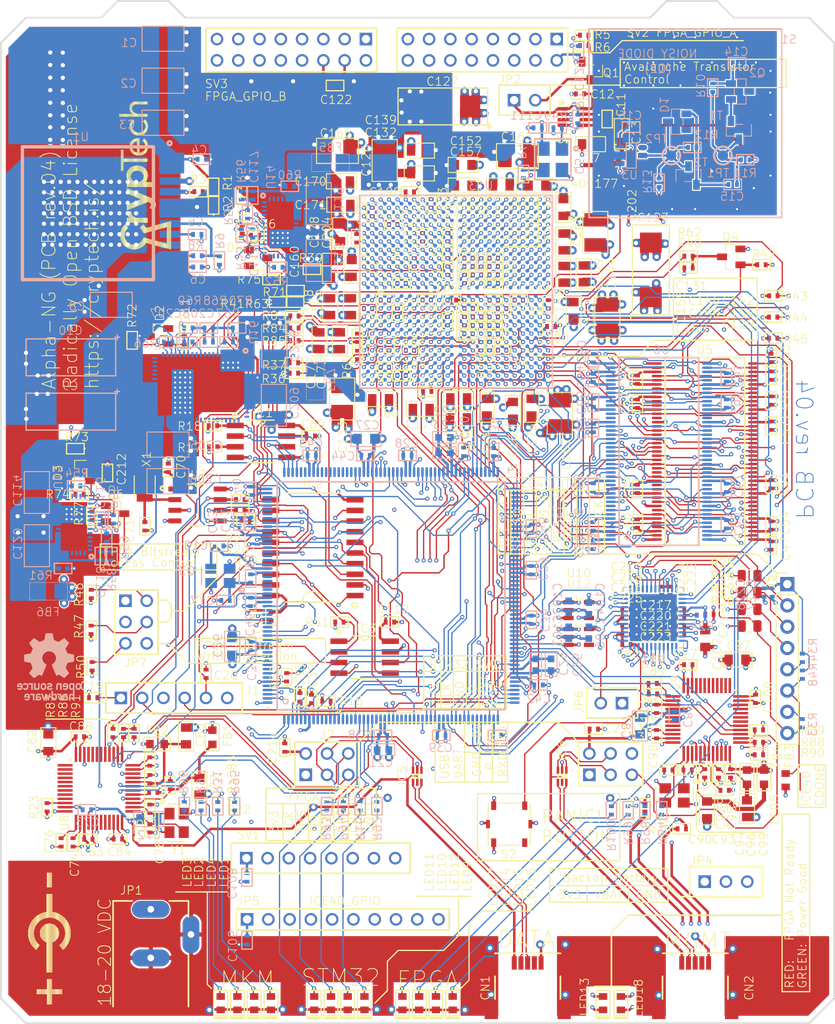
<source format=kicad_pcb>
(kicad_pcb (version 20171130) (host pcbnew "(5.1.6)-1")

  (general
    (thickness 1.6)
    (drawings 6594)
    (tracks 9263)
    (zones 0)
    (modules 403)
    (nets 619)
  )

  (page A4)
  (layers
    (0 F.Cu signal hide)
    (1 In1.Cu power hide)
    (2 In2.Cu mixed hide)
    (3 In3.Cu power hide)
    (4 In4.Cu power hide)
    (5 In5.Cu mixed hide)
    (6 In6.Cu power hide)
    (31 B.Cu signal)
    (32 B.Adhes user hide)
    (33 F.Adhes user hide)
    (34 B.Paste user hide)
    (35 F.Paste user hide)
    (36 B.SilkS user)
    (37 F.SilkS user hide)
    (38 B.Mask user hide)
    (39 F.Mask user hide)
    (40 Dwgs.User user hide)
    (41 Cmts.User user hide)
    (42 Eco1.User user hide)
    (43 Eco2.User user hide)
    (44 Edge.Cuts user)
    (45 Margin user hide)
    (46 B.CrtYd user hide)
    (47 F.CrtYd user hide)
    (48 B.Fab user hide)
    (49 F.Fab user hide)
  )

  (setup
    (last_trace_width 0.254)
    (user_trace_width 0.15)
    (user_trace_width 0.164)
    (user_trace_width 0.2)
    (user_trace_width 0.3)
    (user_trace_width 0.5)
    (trace_clearance 0.125)
    (zone_clearance 0.127)
    (zone_45_only no)
    (trace_min 0.15)
    (via_size 0.889)
    (via_drill 0.25)
    (via_min_size 0.25)
    (via_min_drill 0.25)
    (user_via 0.5 0.25)
    (uvia_size 0.508)
    (uvia_drill 0.127)
    (uvias_allowed no)
    (uvia_min_size 0.25)
    (uvia_min_drill 0.127)
    (edge_width 0.1)
    (segment_width 0.2)
    (pcb_text_width 0.3)
    (pcb_text_size 1.5 1.5)
    (mod_edge_width 0.15)
    (mod_text_size 1 1)
    (mod_text_width 0.15)
    (pad_size 1.5 1.5)
    (pad_drill 1)
    (pad_to_mask_clearance 0)
    (aux_axis_origin 0 0)
    (visible_elements 7EF7DF77)
    (pcbplotparams
      (layerselection 0x010fc_ffffffff)
      (usegerberextensions false)
      (usegerberattributes false)
      (usegerberadvancedattributes false)
      (creategerberjobfile false)
      (excludeedgelayer true)
      (linewidth 0.100000)
      (plotframeref false)
      (viasonmask false)
      (mode 1)
      (useauxorigin false)
      (hpglpennumber 1)
      (hpglpenspeed 20)
      (hpglpendiameter 15.000000)
      (psnegative false)
      (psa4output false)
      (plotreference false)
      (plotvalue false)
      (plotinvisibletext false)
      (padsonsilk false)
      (subtractmaskfromsilk false)
      (outputformat 1)
      (mirror false)
      (drillshape 0)
      (scaleselection 1)
      (outputdirectory "D:/DATA/YandexDisk/DEV/CrypTech/git/user/shatov/alpha_rev04/KiCAD/GerberOutput/"))
  )

  (net 0 "")
  (net 1 3V3_BATT)
  (net 2 15V_STABLE)
  (net 3 GND)
  (net 4 "Net-(C15-Pad2)")
  (net 5 ARM_FPGA_CFG_CS_N)
  (net 6 ARM_FPGA_CFG_MISO)
  (net 7 ARM_FPGA_CFG_MOSI)
  (net 8 ARM_FPGA_CFG_SCLK)
  (net 9 ARM_LED1)
  (net 10 ARM_LED2)
  (net 11 ARM_LED3)
  (net 12 ARM_LED4)
  (net 13 DIGITIZED_NOISE)
  (net 14 FMC_A0)
  (net 15 FMC_A1)
  (net 16 FMC_A2)
  (net 17 FMC_A3)
  (net 18 FMC_A4)
  (net 19 FMC_A5)
  (net 20 FMC_A6)
  (net 21 FMC_A7)
  (net 22 FMC_A8)
  (net 23 FMC_A9)
  (net 24 FMC_A10)
  (net 25 FMC_A11)
  (net 26 FMC_A12)
  (net 27 FMC_A13)
  (net 28 FMC_A14)
  (net 29 FMC_A15)
  (net 30 FMC_A16)
  (net 31 FMC_A17)
  (net 32 FMC_A18)
  (net 33 FMC_A19)
  (net 34 FMC_A20)
  (net 35 FMC_A21)
  (net 36 FMC_A22)
  (net 37 FMC_A23)
  (net 38 FMC_A24)
  (net 39 FMC_A25)
  (net 40 FMC_CLK)
  (net 41 FMC_D0)
  (net 42 FMC_D1)
  (net 43 FMC_D2)
  (net 44 FMC_D3)
  (net 45 FMC_D4)
  (net 46 FMC_D5)
  (net 47 FMC_D6)
  (net 48 FMC_D7)
  (net 49 FMC_D8)
  (net 50 FMC_D9)
  (net 51 FMC_D10)
  (net 52 FMC_D11)
  (net 53 FMC_D12)
  (net 54 FMC_D13)
  (net 55 FMC_D14)
  (net 56 FMC_D15)
  (net 57 FMC_D16)
  (net 58 FMC_D17)
  (net 59 FMC_D18)
  (net 60 FMC_D19)
  (net 61 FMC_D20)
  (net 62 FMC_D21)
  (net 63 FMC_D22)
  (net 64 FMC_D23)
  (net 65 FMC_D24)
  (net 66 FMC_D25)
  (net 67 FMC_D26)
  (net 68 FMC_D27)
  (net 69 FMC_D28)
  (net 70 FMC_D29)
  (net 71 FMC_D30)
  (net 72 FMC_D31)
  (net 73 FMC_NBL0)
  (net 74 FMC_NBL1)
  (net 75 FMC_NBL2)
  (net 76 FMC_NBL3)
  (net 77 FMC_NE1)
  (net 78 FMC_NL)
  (net 79 FMC_NOE)
  (net 80 FMC_NWAIT)
  (net 81 FMC_NWE)
  (net 82 FMC_SDCKE0)
  (net 83 FMC_SDCKE1)
  (net 84 FMC_SDCLK)
  (net 85 FMC_SDNCAS)
  (net 86 FMC_SDNE0)
  (net 87 FMC_SDNE1)
  (net 88 FMC_SDNRAS)
  (net 89 FMC_SDNWE)
  (net 90 FPGA_CFG_CS_N)
  (net 91 FPGA_CFG_CTRL_ARM_ENA)
  (net 92 FPGA_CFG_CTRL_FPGA_DIS)
  (net 93 FPGA_CFG_MISO)
  (net 94 FPGA_CFG_MOSI)
  (net 95 FPGA_CFG_SCLK)
  (net 96 FPGA_DONE)
  (net 97 FPGA_ENTROPY_DISABLE)
  (net 98 FPGA_GCLK)
  (net 99 FPGA_GPIO_A_0)
  (net 100 FPGA_GPIO_A_1)
  (net 101 FPGA_GPIO_A_2)
  (net 102 FPGA_GPIO_A_3)
  (net 103 FPGA_GPIO_A_4)
  (net 104 FPGA_GPIO_A_5)
  (net 105 FPGA_GPIO_A_6)
  (net 106 FPGA_GPIO_A_7)
  (net 107 FPGA_GPIO_B_0)
  (net 108 FPGA_GPIO_B_1)
  (net 109 FPGA_GPIO_B_2)
  (net 110 FPGA_GPIO_B_3)
  (net 111 FPGA_GPIO_B_4)
  (net 112 FPGA_GPIO_B_5)
  (net 113 FPGA_GPIO_B_6)
  (net 114 FPGA_GPIO_B_7)
  (net 115 FPGA_GPIO_LED_0)
  (net 116 FPGA_GPIO_LED_1)
  (net 117 FPGA_GPIO_LED_2)
  (net 118 FPGA_GPIO_LED_3)
  (net 119 FPGA_INIT_B)
  (net 120 FPGA_IRQ_N_0)
  (net 121 FPGA_IRQ_N_1)
  (net 122 FPGA_IRQ_N_2)
  (net 123 FPGA_IRQ_N_3)
  (net 124 FPGA_PROGRAM_B)
  (net 125 FPGA_VCCAUX_1V8)
  (net 126 FPGA_VCCINT_1V0)
  (net 127 FT_CTS)
  (net 128 FT_DTR)
  (net 129 FT_MGMT_CTS)
  (net 130 FT_MGMT_DTR)
  (net 131 FT_MGMT_RTS)
  (net 132 FT_MGMT_RXD)
  (net 133 FT_MGMT_TXD)
  (net 134 FT_MGMT_VCC3V3)
  (net 135 FT_MGMT_VPHY)
  (net 136 FT_MGMT_VPLL)
  (net 137 FT_MGMT_VREGIN)
  (net 138 FT_RTS)
  (net 139 FT_RXD)
  (net 140 FT_TXD)
  (net 141 FT_VCC3V3)
  (net 142 FT_VPHY)
  (net 143 FT_VPLL)
  (net 144 FT_VREGIN)
  (net 145 KSM_PROM_CS_N)
  (net 146 KSM_PROM_MISO)
  (net 147 KSM_PROM_MOSI)
  (net 148 KSM_PROM_SCLK)
  (net 149 "Net-(C5-Pad1)")
  (net 150 "Net-(C11-Pad1)")
  (net 151 "Net-(C12-Pad2)")
  (net 152 "Net-(C17-Pad2)")
  (net 153 "Net-(C70-Pad2)")
  (net 154 "Net-(C71-Pad2)")
  (net 155 "Net-(C75-Pad2)")
  (net 156 "Net-(C78-Pad2)")
  (net 157 "Net-(C90-Pad2)")
  (net 158 "Net-(C93-Pad2)")
  (net 159 "Net-(C115-Pad1)")
  (net 160 "Net-(C116-Pad1)")
  (net 161 "Net-(C117-Pad1)")
  (net 162 "Net-(C117-Pad2)")
  (net 163 "Net-(C118-Pad1)")
  (net 164 "Net-(C118-Pad2)")
  (net 165 "Net-(C207-Pad1)")
  (net 166 "Net-(C208-Pad1)")
  (net 167 "Net-(C208-Pad2)")
  (net 168 "Net-(IC1-Pad3)")
  (net 169 "Net-(JP2-Pad2)")
  (net 170 "Net-(LED1-Pad1)")
  (net 171 "Net-(LED2-Pad1)")
  (net 172 "Net-(LED3-Pad1)")
  (net 173 "Net-(LED4-Pad1)")
  (net 174 "Net-(LED9-Pad1)")
  (net 175 "Net-(LED10-Pad1)")
  (net 176 "Net-(LED11-Pad1)")
  (net 177 "Net-(LED12-Pad1)")
  (net 178 "Net-(LED13-Pad1)")
  (net 179 "Net-(LED14-Pad1)")
  (net 180 "Net-(LED15-Pad1)")
  (net 181 "Net-(LED16-Pad1)")
  (net 182 "Net-(LED17-Pad1)")
  (net 183 "Net-(LED18-Pad1)")
  (net 184 "Net-(LED18-Pad2)")
  (net 185 "Net-(Q1-Pad1)")
  (net 186 "Net-(Q5-Pad1)")
  (net 187 "Net-(Q5-Pad3)")
  (net 188 "Net-(R1-Pad1)")
  (net 189 "Net-(R3-Pad2)")
  (net 190 "Net-(R8-Pad1)")
  (net 191 "Net-(R32-Pad2)")
  (net 192 "Net-(R52-Pad1)")
  (net 193 "Net-(R53-Pad2)")
  (net 194 "Net-(R54-Pad1)")
  (net 195 "Net-(R55-Pad2)")
  (net 196 "Net-(R65-Pad1)")
  (net 197 "Net-(R66-Pad1)")
  (net 198 "Net-(R67-Pad1)")
  (net 199 POK_VCCAUX)
  (net 200 POK_VCCINT)
  (net 201 POK_VCCO)
  (net 202 PWR_18V)
  (net 203 PWR_ENA_VCCAUX)
  (net 204 PWR_ENA_VCCINT)
  (net 205 PWR_ENA_VCCO)
  (net 206 RTC_MFP)
  (net 207 RTC_SCL)
  (net 208 RTC_SDA)
  (net 209 VCC_5V0)
  (net 210 VCCO_3V3)
  (net 211 "/Entropy source/NOISE_IN")
  (net 212 "/Entropy source/RAW_NOISE")
  (net 213 "/STM32 configuration/OSC_OUT")
  (net 214 "/STM32 configuration/NRST")
  (net 215 "/STM32 power/VCAP1")
  (net 216 "/STM32 power/VCAP2")
  (net 217 "/User USB UART/FT_VCCORE")
  (net 218 "/User USB UART/FT_VCCA")
  (net 219 "/MGMT USB UART/FT_VCCORE1")
  (net 220 "/MGMT USB UART/FT_VCCA1")
  (net 221 "/User USB UART/D1_N")
  (net 222 "/User USB UART/D1_P")
  (net 223 "/MGMT USB UART/DM_N")
  (net 224 "/MGMT USB UART/DM_P")
  (net 225 "/Entropy source/AMPLIFIED")
  (net 226 "/Config memory/FPGA_PROM_CS_N")
  (net 227 "/Config memory/SPI_B_TRISTATE")
  (net 228 "/Config memory/FPGA_PROM_MISO")
  (net 229 "/Config memory/FPGA_PROM_SCLK")
  (net 230 "/Config memory/FPGA_PROM_MOSI")
  (net 231 "/Config memory/SPI_A_TRISTATE")
  (net 232 "/Config memory/FPGA_PROM_W_N")
  (net 233 "/User USB UART/USB_N")
  (net 234 "/User USB UART/USB_P")
  (net 235 "/MGMT USB UART/USB_MGMT_N")
  (net 236 "/MGMT USB UART/USB_MGMT_P")
  (net 237 "/STM32 configuration/SWDIO")
  (net 238 "/STM32 configuration/SWDCLK")
  (net 239 "/User USB UART/FT_RXD1")
  (net 240 "/User USB UART/FT_TXD1")
  (net 241 "/MGMT USB UART/FT_MGMT_RXD1")
  (net 242 "/MGMT USB UART/FT_MGMT_TXD1")
  (net 243 /Power/15V_LDO_ENABLE)
  (net 244 "/Config interface/FPGA_DONE_INT")
  (net 245 "/Entropy source/NOISE_OUT")
  (net 246 "/Config interface/FPGA_INIT_B_INT")
  (net 247 "/STM32 configuration/OSC_IN")
  (net 248 "/STM32 configuration/BOOT0")
  (net 249 "/User USB UART/FT_REF")
  (net 250 "/User USB UART/FT_RESET")
  (net 251 "/MGMT USB UART/FT_REF1")
  (net 252 "/MGMT USB UART/FT_RESET1")
  (net 253 "/Config interface/FPGA_M2")
  (net 254 "/Config interface/FPGA_M1")
  (net 255 "/Config interface/FPGA_M0")
  (net 256 "/Config interface/FPGA_JTAG_TDI")
  (net 257 "/Config interface/FPGA_JTAG_TMS")
  (net 258 "/Config interface/FPGA_JTAG_TCK")
  (net 259 "/Config interface/FPGA_INIT_B_INT1")
  (net 260 "/Config interface/FPGA_PROGRAM_B1")
  (net 261 "/Config interface/FPGA_CFG_SCLK1")
  (net 262 "/MKM interface/FPGA_CFG_MOSI1")
  (net 263 "/MKM interface/FPGA_CFG_MISO1")
  (net 264 "/MKM interface/FPGA_CFG_CS_N1")
  (net 265 "/Config interface/FPGA_JTAG_TDO")
  (net 266 "Net-(CN1-PadID)")
  (net 267 "Net-(CN2-PadID)")
  (net 268 "Net-(J1-Pad6)")
  (net 269 "Net-(Q2-Pad3)")
  (net 270 "Net-(S2-PadA1)")
  (net 271 "Net-(U1-Pad9)")
  (net 272 "Net-(U3-Pad1)")
  (net 273 "Net-(U4-Pad199)")
  (net 274 "Net-(U4-Pad198)")
  (net 275 "Net-(U4-Pad193)")
  (net 276 "Net-(U4-Pad192)")
  (net 277 "Net-(U4-Pad186)")
  (net 278 "Net-(U4-Pad181)")
  (net 279 "Net-(U4-Pad180)")
  (net 280 "Net-(U4-Pad179)")
  (net 281 "Net-(U4-Pad178)")
  (net 282 "Net-(U4-Pad176)")
  (net 283 "Net-(U4-Pad166)")
  (net 284 "Net-(U4-Pad160)")
  (net 285 "Net-(U4-Pad139)")
  (net 286 "Net-(U4-Pad138)")
  (net 287 "Net-(U4-Pad134)")
  (net 288 "Net-(U4-Pad133)")
  (net 289 "Net-(U4-Pad128)")
  (net 290 "Net-(U4-Pad127)")
  (net 291 "Net-(U4-Pad126)")
  (net 292 "Net-(U4-Pad121)")
  (net 293 "Net-(U4-Pad118)")
  (net 294 "Net-(U4-Pad95)")
  (net 295 "Net-(U4-Pad69)")
  (net 296 "Net-(U4-Pad68)")
  (net 297 "Net-(U4-Pad67)")
  (net 298 "Net-(U4-Pad66)")
  (net 299 "Net-(U4-Pad65)")
  (net 300 "Net-(U4-Pad64)")
  (net 301 "Net-(U4-Pad63)")
  (net 302 "Net-(U4-Pad62)")
  (net 303 "Net-(U4-Pad58)")
  (net 304 "Net-(U4-Pad57)")
  (net 305 "Net-(U4-Pad46)")
  (net 306 "Net-(U4-Pad36)")
  (net 307 "Net-(U4-Pad31)")
  (net 308 "Net-(U4-Pad30)")
  (net 309 "Net-(U4-Pad29)")
  (net 310 "Net-(U4-Pad28)")
  (net 311 "Net-(U4-Pad20)")
  (net 312 "Net-(U4-Pad19)")
  (net 313 "Net-(U4-Pad13)")
  (net 314 "Net-(U4-Pad10)")
  (net 315 "Net-(U4-Pad9)")
  (net 316 "Net-(U4-Pad7)")
  (net 317 "Net-(U8-Pad18)")
  (net 318 "Net-(U8-Pad19)")
  (net 319 "Net-(U8-Pad20)")
  (net 320 "Net-(U8-Pad21)")
  (net 321 "Net-(U8-Pad25)")
  (net 322 "Net-(U8-Pad26)")
  (net 323 "Net-(U8-Pad27)")
  (net 324 "Net-(U8-Pad28)")
  (net 325 "Net-(U8-Pad29)")
  (net 326 "Net-(U8-Pad30)")
  (net 327 "Net-(U8-Pad31)")
  (net 328 "Net-(U8-Pad32)")
  (net 329 "Net-(U8-Pad33)")
  (net 330 "Net-(U8-Pad43)")
  (net 331 "Net-(U8-Pad44)")
  (net 332 "Net-(U8-Pad45)")
  (net 333 "Net-(U9-Pad18)")
  (net 334 "Net-(U9-Pad19)")
  (net 335 "Net-(U9-Pad20)")
  (net 336 "Net-(U9-Pad21)")
  (net 337 "Net-(U9-Pad25)")
  (net 338 "Net-(U9-Pad26)")
  (net 339 "Net-(U9-Pad27)")
  (net 340 "Net-(U9-Pad28)")
  (net 341 "Net-(U9-Pad29)")
  (net 342 "Net-(U9-Pad30)")
  (net 343 "Net-(U9-Pad31)")
  (net 344 "Net-(U9-Pad32)")
  (net 345 "Net-(U9-Pad33)")
  (net 346 "Net-(U9-Pad43)")
  (net 347 "Net-(U9-Pad44)")
  (net 348 "Net-(U9-Pad45)")
  (net 349 "Net-(U11-Pad28)")
  (net 350 "Net-(U11-Pad13)")
  (net 351 "Net-(U11-Pad6)")
  (net 352 "Net-(U13-PadAA18)")
  (net 353 "Net-(U13-PadAA10)")
  (net 354 "Net-(U13-PadY19)")
  (net 355 "Net-(U13-PadY9)")
  (net 356 "Net-(U13-PadY8)")
  (net 357 "Net-(U13-PadY2)")
  (net 358 "Net-(U13-PadW21)")
  (net 359 "Net-(U13-PadW15)")
  (net 360 "Net-(U13-PadW9)")
  (net 361 "Net-(U13-PadW7)")
  (net 362 "Net-(U13-PadW6)")
  (net 363 "Net-(U13-PadW5)")
  (net 364 "Net-(U13-PadW4)")
  (net 365 "Net-(U13-PadV22)")
  (net 366 "Net-(U13-PadV19)")
  (net 367 "Net-(U13-PadV17)")
  (net 368 "Net-(U13-PadV15)")
  (net 369 "Net-(U13-PadV14)")
  (net 370 "Net-(U13-PadV13)")
  (net 371 "Net-(U13-PadV10)")
  (net 372 "Net-(U13-PadV9)")
  (net 373 "Net-(U13-PadV8)")
  (net 374 "Net-(U13-PadV7)")
  (net 375 "Net-(U13-PadU21)")
  (net 376 "Net-(U13-PadU18)")
  (net 377 "Net-(U13-PadU17)")
  (net 378 "Net-(U13-PadU16)")
  (net 379 "Net-(U13-PadU15)")
  (net 380 "Net-(U13-PadU7)")
  (net 381 "Net-(U13-PadU6)")
  (net 382 "Net-(U13-PadU5)")
  (net 383 "Net-(U13-PadT21)")
  (net 384 "Net-(U13-PadT20)")
  (net 385 "Net-(U13-PadT18)")
  (net 386 "Net-(U13-PadT16)")
  (net 387 "Net-(U13-PadT15)")
  (net 388 "Net-(U13-PadT14)")
  (net 389 "Net-(U13-PadT6)")
  (net 390 "Net-(U13-PadT5)")
  (net 391 "Net-(U13-PadT4)")
  (net 392 "Net-(U13-PadT3)")
  (net 393 "Net-(U13-PadR19)")
  (net 394 "Net-(U13-PadR18)")
  (net 395 "Net-(U13-PadR17)")
  (net 396 "Net-(U13-PadR16)")
  (net 397 "Net-(U13-PadR14)")
  (net 398 "Net-(U13-PadR6)")
  (net 399 "Net-(U13-PadR3)")
  (net 400 "Net-(U13-PadR2)")
  (net 401 "Net-(U13-PadR1)")
  (net 402 "Net-(U13-PadP20)")
  (net 403 "Net-(U13-PadP19)")
  (net 404 "Net-(U13-PadP17)")
  (net 405 "Net-(U13-PadP16)")
  (net 406 "Net-(U13-PadP15)")
  (net 407 "Net-(U13-PadP14)")
  (net 408 "Net-(U13-PadP6)")
  (net 409 "Net-(U13-PadP5)")
  (net 410 "Net-(U13-PadP4)")
  (net 411 "Net-(U13-PadP2)")
  (net 412 "Net-(U13-PadP1)")
  (net 413 "Net-(U13-PadN22)")
  (net 414 "Net-(U13-PadN20)")
  (net 415 "Net-(U13-PadN19)")
  (net 416 "Net-(U13-PadN18)")
  (net 417 "Net-(U13-PadN17)")
  (net 418 "Net-(U13-PadN14)")
  (net 419 "Net-(U13-PadN13)")
  (net 420 "Net-(U13-PadN5)")
  (net 421 "Net-(U13-PadN4)")
  (net 422 "Net-(U13-PadN3)")
  (net 423 "Net-(U13-PadN2)")
  (net 424 "Net-(U13-PadM22)")
  (net 425 "Net-(U13-PadM21)")
  (net 426 "Net-(U13-PadM20)")
  (net 427 "Net-(U13-PadM18)")
  (net 428 "Net-(U13-PadM17)")
  (net 429 "Net-(U13-PadM16)")
  (net 430 "Net-(U13-PadM15)")
  (net 431 "Net-(U13-PadM13)")
  (net 432 "Net-(U13-PadM9)")
  (net 433 "Net-(U13-PadM6)")
  (net 434 "Net-(U13-PadM5)")
  (net 435 "Net-(U13-PadM3)")
  (net 436 "Net-(U13-PadM2)")
  (net 437 "Net-(U13-PadM1)")
  (net 438 "Net-(U13-PadL21)")
  (net 439 "Net-(U13-PadL20)")
  (net 440 "Net-(U13-PadL19)")
  (net 441 "Net-(U13-PadL18)")
  (net 442 "Net-(U13-PadL16)")
  (net 443 "Net-(U13-PadL15)")
  (net 444 "Net-(U13-PadL14)")
  (net 445 "Net-(U13-PadL13)")
  (net 446 "Net-(U13-PadL10)")
  (net 447 "Net-(U13-PadL6)")
  (net 448 "Net-(U13-PadL5)")
  (net 449 "Net-(U13-PadL4)")
  (net 450 "Net-(U13-PadL3)")
  (net 451 "Net-(U13-PadL1)")
  (net 452 "Net-(U13-PadK22)")
  (net 453 "Net-(U13-PadK21)")
  (net 454 "Net-(U13-PadK19)")
  (net 455 "Net-(U13-PadK18)")
  (net 456 "Net-(U13-PadK17)")
  (net 457 "Net-(U13-PadK16)")
  (net 458 "Net-(U13-PadK14)")
  (net 459 "Net-(U13-PadK13)")
  (net 460 "Net-(U13-PadK6)")
  (net 461 "Net-(U13-PadK4)")
  (net 462 "Net-(U13-PadK3)")
  (net 463 "Net-(U13-PadK2)")
  (net 464 "Net-(U13-PadK1)")
  (net 465 "Net-(U13-PadJ22)")
  (net 466 "Net-(U13-PadJ21)")
  (net 467 "Net-(U13-PadJ20)")
  (net 468 "Net-(U13-PadJ19)")
  (net 469 "Net-(U13-PadJ17)")
  (net 470 "Net-(U13-PadJ16)")
  (net 471 "Net-(U13-PadJ15)")
  (net 472 "Net-(U13-PadJ14)")
  (net 473 "Net-(U13-PadJ6)")
  (net 474 "Net-(U13-PadJ5)")
  (net 475 "Net-(U13-PadJ4)")
  (net 476 "Net-(U13-PadJ2)")
  (net 477 "Net-(U13-PadJ1)")
  (net 478 "Net-(U13-PadH22)")
  (net 479 "Net-(U13-PadH20)")
  (net 480 "Net-(U13-PadH19)")
  (net 481 "Net-(U13-PadH18)")
  (net 482 "Net-(U13-PadH17)")
  (net 483 "Net-(U13-PadH15)")
  (net 484 "Net-(U13-PadH14)")
  (net 485 "Net-(U13-PadH13)")
  (net 486 "Net-(U13-PadH5)")
  (net 487 "Net-(U13-PadH4)")
  (net 488 "Net-(U13-PadH3)")
  (net 489 "Net-(U13-PadH2)")
  (net 490 "Net-(U13-PadG22)")
  (net 491 "Net-(U13-PadG21)")
  (net 492 "Net-(U13-PadG20)")
  (net 493 "Net-(U13-PadG18)")
  (net 494 "Net-(U13-PadG17)")
  (net 495 "Net-(U13-PadG16)")
  (net 496 "Net-(U13-PadG15)")
  (net 497 "Net-(U13-PadG13)")
  (net 498 "Net-(U13-PadG4)")
  (net 499 "Net-(U13-PadG3)")
  (net 500 "Net-(U13-PadG2)")
  (net 501 "Net-(U13-PadG1)")
  (net 502 "Net-(U13-PadF21)")
  (net 503 "Net-(U13-PadF20)")
  (net 504 "Net-(U13-PadF19)")
  (net 505 "Net-(U13-PadF15)")
  (net 506 "Net-(U13-PadF13)")
  (net 507 "Net-(U13-PadF10)")
  (net 508 "Net-(U13-PadF9)")
  (net 509 "Net-(U13-PadF8)")
  (net 510 "Net-(U13-PadF7)")
  (net 511 "Net-(U13-PadF6)")
  (net 512 "Net-(U13-PadF4)")
  (net 513 "Net-(U13-PadF3)")
  (net 514 "Net-(U13-PadF1)")
  (net 515 "Net-(U13-PadE22)")
  (net 516 "Net-(U13-PadE21)")
  (net 517 "Net-(U13-PadE16)")
  (net 518 "Net-(U13-PadE10)")
  (net 519 "Net-(U13-PadE8)")
  (net 520 "Net-(U13-PadE6)")
  (net 521 "Net-(U13-PadE3)")
  (net 522 "Net-(U13-PadE2)")
  (net 523 "Net-(U13-PadE1)")
  (net 524 "Net-(U13-PadD22)")
  (net 525 "Net-(U13-PadD21)")
  (net 526 "Net-(U13-PadD20)")
  (net 527 "Net-(U13-PadD19)")
  (net 528 "Net-(U13-PadD16)")
  (net 529 "Net-(U13-PadD15)")
  (net 530 "Net-(U13-PadD11)")
  (net 531 "Net-(U13-PadD10)")
  (net 532 "Net-(U13-PadD9)")
  (net 533 "Net-(U13-PadD7)")
  (net 534 "Net-(U13-PadD6)")
  (net 535 "Net-(U13-PadD5)")
  (net 536 "Net-(U13-PadD2)")
  (net 537 "Net-(U13-PadD1)")
  (net 538 "Net-(U13-PadC19)")
  (net 539 "Net-(U13-PadC11)")
  (net 540 "Net-(U13-PadC9)")
  (net 541 "Net-(U13-PadC8)")
  (net 542 "Net-(U13-PadC7)")
  (net 543 "Net-(U13-PadC5)")
  (net 544 "Net-(U13-PadC4)")
  (net 545 "Net-(U13-PadC2)")
  (net 546 "Net-(U13-PadB22)")
  (net 547 "Net-(U13-PadB21)")
  (net 548 "Net-(U13-PadB11)")
  (net 549 "Net-(U13-PadB10)")
  (net 550 "Net-(U13-PadB9)")
  (net 551 "Net-(U13-PadB8)")
  (net 552 "Net-(U13-PadB7)")
  (net 553 "Net-(U13-PadB6)")
  (net 554 "Net-(U13-PadB5)")
  (net 555 "Net-(U13-PadB4)")
  (net 556 "Net-(U13-PadB2)")
  (net 557 "Net-(U13-PadB1)")
  (net 558 "Net-(U13-PadA10)")
  (net 559 "Net-(U13-PadA8)")
  (net 560 "Net-(U13-PadA6)")
  (net 561 "Net-(U13-PadA4)")
  (net 562 "Net-(U13-PadA1)")
  (net 563 "Net-(U16-Pad48)")
  (net 564 "Net-(U16-Pad49)")
  (net 565 "Net-(U16-Pad50)")
  (net 566 "Net-(U16-Pad57)")
  (net 567 "Net-(U16-Pad58)")
  (net 568 "Net-(U16-Pad60)")
  (net 569 "Net-(U16-Pad61)")
  (net 570 "Net-(U16-Pad62)")
  (net 571 "Net-(U11-Pad4)")
  (net 572 "/Master Key Memory/MKM_VCC")
  (net 573 "/Master Key Memory/MKM_VPP")
  (net 574 "/Master Key Memory/MKM_VCC_PLL")
  (net 575 "Net-(U10-Pad4)")
  (net 576 "Net-(U12-Pad4)")
  (net 577 ARM_SPI3_MOSI)
  (net 578 ARM_SPI3_MISO)
  (net 579 ARM_SPI3_SCK)
  (net 580 ARM_SPI3_CS_N)
  (net 581 "/Master Key Memory/ICE40_SPI_SI")
  (net 582 "/Master Key Memory/ICE40_SPI_SS")
  (net 583 "/Master Key Memory/ICE40_SPI_SCK")
  (net 584 "/Master Key Memory/ICE40_SPI_SO")
  (net 585 ICE40_CDONE)
  (net 586 ICE40_CRESET)
  (net 587 ICE40_GPIO_ARM_0)
  (net 588 ICE40_GPIO_ARM_1)
  (net 589 ICE40_GPIO_ARM_2)
  (net 590 ICE40_GPIO_ARM_3)
  (net 591 ICE40_GPIO_FPGA_0)
  (net 592 ICE40_GPIO_FPGA_1)
  (net 593 ICE40_GPIO_FPGA_3)
  (net 594 ICE40_GPIO_FPGA_2)
  (net 595 ICE40_JUMPER)
  (net 596 ICE40_GPIO_1)
  (net 597 ICE40_GPIO_7)
  (net 598 ICE40_GPIO_6)
  (net 599 ICE40_GPIO_5)
  (net 600 ICE40_GPIO_4)
  (net 601 ICE40_GPIO_3)
  (net 602 ICE40_GPIO_2)
  (net 603 ICE40_GPIO_0)
  (net 604 ICE40_LED3)
  (net 605 ICE40_PANIC)
  (net 606 ICE40_LED2)
  (net 607 ICE40_LED1)
  (net 608 ICE40_LED4)
  (net 609 ICE40_FPGA_MISO)
  (net 610 ICE40_FPGA_CS_N)
  (net 611 ICE40_FPGA_MOSI)
  (net 612 ICE40_FPGA_SCK)
  (net 613 "Net-(U13-PadB20)")
  (net 614 ICE40_GPIO_FPGA_7)
  (net 615 ICE40_GPIO_FPGA_5)
  (net 616 ICE40_GPIO_FPGA_6)
  (net 617 ICE40_GPIO_FPGA_4)
  (net 618 "Net-(U11-Pad2)")

  (net_class Default "This is the default net class."
    (clearance 0.125)
    (trace_width 0.254)
    (via_dia 0.889)
    (via_drill 0.25)
    (uvia_dia 0.508)
    (uvia_drill 0.127)
    (add_net "/Config interface/FPGA_CFG_SCLK1")
    (add_net "/Config interface/FPGA_DONE_INT")
    (add_net "/Config interface/FPGA_INIT_B_INT")
    (add_net "/Config interface/FPGA_INIT_B_INT1")
    (add_net "/Config interface/FPGA_JTAG_TCK")
    (add_net "/Config interface/FPGA_JTAG_TDI")
    (add_net "/Config interface/FPGA_JTAG_TDO")
    (add_net "/Config interface/FPGA_JTAG_TMS")
    (add_net "/Config interface/FPGA_M0")
    (add_net "/Config interface/FPGA_M1")
    (add_net "/Config interface/FPGA_M2")
    (add_net "/Config interface/FPGA_PROGRAM_B1")
    (add_net "/Config memory/FPGA_PROM_CS_N")
    (add_net "/Config memory/FPGA_PROM_MISO")
    (add_net "/Config memory/FPGA_PROM_MOSI")
    (add_net "/Config memory/FPGA_PROM_SCLK")
    (add_net "/Config memory/FPGA_PROM_W_N")
    (add_net "/Config memory/SPI_A_TRISTATE")
    (add_net "/Config memory/SPI_B_TRISTATE")
    (add_net "/Entropy source/AMPLIFIED")
    (add_net "/Entropy source/NOISE_IN")
    (add_net "/Entropy source/NOISE_OUT")
    (add_net "/Entropy source/RAW_NOISE")
    (add_net "/MGMT USB UART/DM_N")
    (add_net "/MGMT USB UART/DM_P")
    (add_net "/MGMT USB UART/FT_MGMT_RXD1")
    (add_net "/MGMT USB UART/FT_MGMT_TXD1")
    (add_net "/MGMT USB UART/FT_REF1")
    (add_net "/MGMT USB UART/FT_RESET1")
    (add_net "/MGMT USB UART/FT_VCCA1")
    (add_net "/MGMT USB UART/FT_VCCORE1")
    (add_net "/MGMT USB UART/USB_MGMT_N")
    (add_net "/MGMT USB UART/USB_MGMT_P")
    (add_net "/MKM interface/FPGA_CFG_CS_N1")
    (add_net "/MKM interface/FPGA_CFG_MISO1")
    (add_net "/MKM interface/FPGA_CFG_MOSI1")
    (add_net "/Master Key Memory/ICE40_SPI_SCK")
    (add_net "/Master Key Memory/ICE40_SPI_SI")
    (add_net "/Master Key Memory/ICE40_SPI_SO")
    (add_net "/Master Key Memory/ICE40_SPI_SS")
    (add_net "/Master Key Memory/MKM_VCC")
    (add_net "/Master Key Memory/MKM_VCC_PLL")
    (add_net "/Master Key Memory/MKM_VPP")
    (add_net /Power/15V_LDO_ENABLE)
    (add_net "/STM32 configuration/BOOT0")
    (add_net "/STM32 configuration/NRST")
    (add_net "/STM32 configuration/OSC_IN")
    (add_net "/STM32 configuration/OSC_OUT")
    (add_net "/STM32 configuration/SWDCLK")
    (add_net "/STM32 configuration/SWDIO")
    (add_net "/STM32 power/VCAP1")
    (add_net "/STM32 power/VCAP2")
    (add_net "/User USB UART/D1_N")
    (add_net "/User USB UART/D1_P")
    (add_net "/User USB UART/FT_REF")
    (add_net "/User USB UART/FT_RESET")
    (add_net "/User USB UART/FT_RXD1")
    (add_net "/User USB UART/FT_TXD1")
    (add_net "/User USB UART/FT_VCCA")
    (add_net "/User USB UART/FT_VCCORE")
    (add_net "/User USB UART/USB_N")
    (add_net "/User USB UART/USB_P")
    (add_net 15V_STABLE)
    (add_net 3V3_BATT)
    (add_net ARM_FPGA_CFG_CS_N)
    (add_net ARM_FPGA_CFG_MISO)
    (add_net ARM_FPGA_CFG_MOSI)
    (add_net ARM_FPGA_CFG_SCLK)
    (add_net ARM_LED1)
    (add_net ARM_LED2)
    (add_net ARM_LED3)
    (add_net ARM_LED4)
    (add_net ARM_SPI3_CS_N)
    (add_net ARM_SPI3_MISO)
    (add_net ARM_SPI3_MOSI)
    (add_net ARM_SPI3_SCK)
    (add_net DIGITIZED_NOISE)
    (add_net FPGA_CFG_CS_N)
    (add_net FPGA_CFG_CTRL_ARM_ENA)
    (add_net FPGA_CFG_CTRL_FPGA_DIS)
    (add_net FPGA_CFG_MISO)
    (add_net FPGA_CFG_MOSI)
    (add_net FPGA_CFG_SCLK)
    (add_net FPGA_DONE)
    (add_net FPGA_ENTROPY_DISABLE)
    (add_net FPGA_GCLK)
    (add_net FPGA_GPIO_LED_0)
    (add_net FPGA_GPIO_LED_1)
    (add_net FPGA_GPIO_LED_2)
    (add_net FPGA_GPIO_LED_3)
    (add_net FPGA_INIT_B)
    (add_net FPGA_IRQ_N_0)
    (add_net FPGA_IRQ_N_1)
    (add_net FPGA_IRQ_N_2)
    (add_net FPGA_IRQ_N_3)
    (add_net FPGA_PROGRAM_B)
    (add_net FPGA_VCCAUX_1V8)
    (add_net FPGA_VCCINT_1V0)
    (add_net FT_CTS)
    (add_net FT_DTR)
    (add_net FT_MGMT_CTS)
    (add_net FT_MGMT_DTR)
    (add_net FT_MGMT_RTS)
    (add_net FT_MGMT_RXD)
    (add_net FT_MGMT_TXD)
    (add_net FT_MGMT_VCC3V3)
    (add_net FT_MGMT_VPHY)
    (add_net FT_MGMT_VPLL)
    (add_net FT_MGMT_VREGIN)
    (add_net FT_RTS)
    (add_net FT_RXD)
    (add_net FT_TXD)
    (add_net FT_VCC3V3)
    (add_net FT_VPHY)
    (add_net FT_VPLL)
    (add_net FT_VREGIN)
    (add_net GND)
    (add_net ICE40_CDONE)
    (add_net ICE40_CRESET)
    (add_net ICE40_FPGA_CS_N)
    (add_net ICE40_FPGA_MISO)
    (add_net ICE40_FPGA_MOSI)
    (add_net ICE40_FPGA_SCK)
    (add_net ICE40_GPIO_0)
    (add_net ICE40_GPIO_1)
    (add_net ICE40_GPIO_2)
    (add_net ICE40_GPIO_3)
    (add_net ICE40_GPIO_4)
    (add_net ICE40_GPIO_5)
    (add_net ICE40_GPIO_6)
    (add_net ICE40_GPIO_7)
    (add_net ICE40_GPIO_ARM_0)
    (add_net ICE40_GPIO_ARM_1)
    (add_net ICE40_GPIO_ARM_2)
    (add_net ICE40_GPIO_ARM_3)
    (add_net ICE40_GPIO_FPGA_0)
    (add_net ICE40_GPIO_FPGA_1)
    (add_net ICE40_GPIO_FPGA_2)
    (add_net ICE40_GPIO_FPGA_3)
    (add_net ICE40_GPIO_FPGA_4)
    (add_net ICE40_GPIO_FPGA_5)
    (add_net ICE40_GPIO_FPGA_6)
    (add_net ICE40_GPIO_FPGA_7)
    (add_net ICE40_JUMPER)
    (add_net ICE40_LED1)
    (add_net ICE40_LED2)
    (add_net ICE40_LED3)
    (add_net ICE40_LED4)
    (add_net ICE40_PANIC)
    (add_net KSM_PROM_CS_N)
    (add_net KSM_PROM_MISO)
    (add_net KSM_PROM_MOSI)
    (add_net KSM_PROM_SCLK)
    (add_net "Net-(C11-Pad1)")
    (add_net "Net-(C115-Pad1)")
    (add_net "Net-(C116-Pad1)")
    (add_net "Net-(C117-Pad1)")
    (add_net "Net-(C117-Pad2)")
    (add_net "Net-(C118-Pad1)")
    (add_net "Net-(C118-Pad2)")
    (add_net "Net-(C12-Pad2)")
    (add_net "Net-(C15-Pad2)")
    (add_net "Net-(C17-Pad2)")
    (add_net "Net-(C207-Pad1)")
    (add_net "Net-(C208-Pad1)")
    (add_net "Net-(C208-Pad2)")
    (add_net "Net-(C5-Pad1)")
    (add_net "Net-(C70-Pad2)")
    (add_net "Net-(C71-Pad2)")
    (add_net "Net-(C75-Pad2)")
    (add_net "Net-(C78-Pad2)")
    (add_net "Net-(C90-Pad2)")
    (add_net "Net-(C93-Pad2)")
    (add_net "Net-(CN1-PadID)")
    (add_net "Net-(CN2-PadID)")
    (add_net "Net-(IC1-Pad3)")
    (add_net "Net-(J1-Pad6)")
    (add_net "Net-(JP2-Pad2)")
    (add_net "Net-(LED1-Pad1)")
    (add_net "Net-(LED10-Pad1)")
    (add_net "Net-(LED11-Pad1)")
    (add_net "Net-(LED12-Pad1)")
    (add_net "Net-(LED13-Pad1)")
    (add_net "Net-(LED14-Pad1)")
    (add_net "Net-(LED15-Pad1)")
    (add_net "Net-(LED16-Pad1)")
    (add_net "Net-(LED17-Pad1)")
    (add_net "Net-(LED18-Pad1)")
    (add_net "Net-(LED18-Pad2)")
    (add_net "Net-(LED2-Pad1)")
    (add_net "Net-(LED3-Pad1)")
    (add_net "Net-(LED4-Pad1)")
    (add_net "Net-(LED9-Pad1)")
    (add_net "Net-(Q1-Pad1)")
    (add_net "Net-(Q2-Pad3)")
    (add_net "Net-(Q5-Pad1)")
    (add_net "Net-(Q5-Pad3)")
    (add_net "Net-(R1-Pad1)")
    (add_net "Net-(R3-Pad2)")
    (add_net "Net-(R32-Pad2)")
    (add_net "Net-(R52-Pad1)")
    (add_net "Net-(R53-Pad2)")
    (add_net "Net-(R54-Pad1)")
    (add_net "Net-(R55-Pad2)")
    (add_net "Net-(R65-Pad1)")
    (add_net "Net-(R66-Pad1)")
    (add_net "Net-(R67-Pad1)")
    (add_net "Net-(R8-Pad1)")
    (add_net "Net-(S2-PadA1)")
    (add_net "Net-(U1-Pad9)")
    (add_net "Net-(U10-Pad4)")
    (add_net "Net-(U11-Pad13)")
    (add_net "Net-(U11-Pad2)")
    (add_net "Net-(U11-Pad28)")
    (add_net "Net-(U11-Pad4)")
    (add_net "Net-(U11-Pad6)")
    (add_net "Net-(U12-Pad4)")
    (add_net "Net-(U13-PadA1)")
    (add_net "Net-(U13-PadA10)")
    (add_net "Net-(U13-PadA4)")
    (add_net "Net-(U13-PadA6)")
    (add_net "Net-(U13-PadA8)")
    (add_net "Net-(U13-PadAA10)")
    (add_net "Net-(U13-PadAA18)")
    (add_net "Net-(U13-PadB1)")
    (add_net "Net-(U13-PadB10)")
    (add_net "Net-(U13-PadB11)")
    (add_net "Net-(U13-PadB2)")
    (add_net "Net-(U13-PadB20)")
    (add_net "Net-(U13-PadB21)")
    (add_net "Net-(U13-PadB22)")
    (add_net "Net-(U13-PadB4)")
    (add_net "Net-(U13-PadB5)")
    (add_net "Net-(U13-PadB6)")
    (add_net "Net-(U13-PadB7)")
    (add_net "Net-(U13-PadB8)")
    (add_net "Net-(U13-PadB9)")
    (add_net "Net-(U13-PadC11)")
    (add_net "Net-(U13-PadC19)")
    (add_net "Net-(U13-PadC2)")
    (add_net "Net-(U13-PadC4)")
    (add_net "Net-(U13-PadC5)")
    (add_net "Net-(U13-PadC7)")
    (add_net "Net-(U13-PadC8)")
    (add_net "Net-(U13-PadC9)")
    (add_net "Net-(U13-PadD1)")
    (add_net "Net-(U13-PadD10)")
    (add_net "Net-(U13-PadD11)")
    (add_net "Net-(U13-PadD15)")
    (add_net "Net-(U13-PadD16)")
    (add_net "Net-(U13-PadD19)")
    (add_net "Net-(U13-PadD2)")
    (add_net "Net-(U13-PadD20)")
    (add_net "Net-(U13-PadD21)")
    (add_net "Net-(U13-PadD22)")
    (add_net "Net-(U13-PadD5)")
    (add_net "Net-(U13-PadD6)")
    (add_net "Net-(U13-PadD7)")
    (add_net "Net-(U13-PadD9)")
    (add_net "Net-(U13-PadE1)")
    (add_net "Net-(U13-PadE10)")
    (add_net "Net-(U13-PadE16)")
    (add_net "Net-(U13-PadE2)")
    (add_net "Net-(U13-PadE21)")
    (add_net "Net-(U13-PadE22)")
    (add_net "Net-(U13-PadE3)")
    (add_net "Net-(U13-PadE6)")
    (add_net "Net-(U13-PadE8)")
    (add_net "Net-(U13-PadF1)")
    (add_net "Net-(U13-PadF10)")
    (add_net "Net-(U13-PadF13)")
    (add_net "Net-(U13-PadF15)")
    (add_net "Net-(U13-PadF19)")
    (add_net "Net-(U13-PadF20)")
    (add_net "Net-(U13-PadF21)")
    (add_net "Net-(U13-PadF3)")
    (add_net "Net-(U13-PadF4)")
    (add_net "Net-(U13-PadF6)")
    (add_net "Net-(U13-PadF7)")
    (add_net "Net-(U13-PadF8)")
    (add_net "Net-(U13-PadF9)")
    (add_net "Net-(U13-PadG1)")
    (add_net "Net-(U13-PadG13)")
    (add_net "Net-(U13-PadG15)")
    (add_net "Net-(U13-PadG16)")
    (add_net "Net-(U13-PadG17)")
    (add_net "Net-(U13-PadG18)")
    (add_net "Net-(U13-PadG2)")
    (add_net "Net-(U13-PadG20)")
    (add_net "Net-(U13-PadG21)")
    (add_net "Net-(U13-PadG22)")
    (add_net "Net-(U13-PadG3)")
    (add_net "Net-(U13-PadG4)")
    (add_net "Net-(U13-PadH13)")
    (add_net "Net-(U13-PadH14)")
    (add_net "Net-(U13-PadH15)")
    (add_net "Net-(U13-PadH17)")
    (add_net "Net-(U13-PadH18)")
    (add_net "Net-(U13-PadH19)")
    (add_net "Net-(U13-PadH2)")
    (add_net "Net-(U13-PadH20)")
    (add_net "Net-(U13-PadH22)")
    (add_net "Net-(U13-PadH3)")
    (add_net "Net-(U13-PadH4)")
    (add_net "Net-(U13-PadH5)")
    (add_net "Net-(U13-PadJ1)")
    (add_net "Net-(U13-PadJ14)")
    (add_net "Net-(U13-PadJ15)")
    (add_net "Net-(U13-PadJ16)")
    (add_net "Net-(U13-PadJ17)")
    (add_net "Net-(U13-PadJ19)")
    (add_net "Net-(U13-PadJ2)")
    (add_net "Net-(U13-PadJ20)")
    (add_net "Net-(U13-PadJ21)")
    (add_net "Net-(U13-PadJ22)")
    (add_net "Net-(U13-PadJ4)")
    (add_net "Net-(U13-PadJ5)")
    (add_net "Net-(U13-PadJ6)")
    (add_net "Net-(U13-PadK1)")
    (add_net "Net-(U13-PadK13)")
    (add_net "Net-(U13-PadK14)")
    (add_net "Net-(U13-PadK16)")
    (add_net "Net-(U13-PadK17)")
    (add_net "Net-(U13-PadK18)")
    (add_net "Net-(U13-PadK19)")
    (add_net "Net-(U13-PadK2)")
    (add_net "Net-(U13-PadK21)")
    (add_net "Net-(U13-PadK22)")
    (add_net "Net-(U13-PadK3)")
    (add_net "Net-(U13-PadK4)")
    (add_net "Net-(U13-PadK6)")
    (add_net "Net-(U13-PadL1)")
    (add_net "Net-(U13-PadL10)")
    (add_net "Net-(U13-PadL13)")
    (add_net "Net-(U13-PadL14)")
    (add_net "Net-(U13-PadL15)")
    (add_net "Net-(U13-PadL16)")
    (add_net "Net-(U13-PadL18)")
    (add_net "Net-(U13-PadL19)")
    (add_net "Net-(U13-PadL20)")
    (add_net "Net-(U13-PadL21)")
    (add_net "Net-(U13-PadL3)")
    (add_net "Net-(U13-PadL4)")
    (add_net "Net-(U13-PadL5)")
    (add_net "Net-(U13-PadL6)")
    (add_net "Net-(U13-PadM1)")
    (add_net "Net-(U13-PadM13)")
    (add_net "Net-(U13-PadM15)")
    (add_net "Net-(U13-PadM16)")
    (add_net "Net-(U13-PadM17)")
    (add_net "Net-(U13-PadM18)")
    (add_net "Net-(U13-PadM2)")
    (add_net "Net-(U13-PadM20)")
    (add_net "Net-(U13-PadM21)")
    (add_net "Net-(U13-PadM22)")
    (add_net "Net-(U13-PadM3)")
    (add_net "Net-(U13-PadM5)")
    (add_net "Net-(U13-PadM6)")
    (add_net "Net-(U13-PadM9)")
    (add_net "Net-(U13-PadN13)")
    (add_net "Net-(U13-PadN14)")
    (add_net "Net-(U13-PadN17)")
    (add_net "Net-(U13-PadN18)")
    (add_net "Net-(U13-PadN19)")
    (add_net "Net-(U13-PadN2)")
    (add_net "Net-(U13-PadN20)")
    (add_net "Net-(U13-PadN22)")
    (add_net "Net-(U13-PadN3)")
    (add_net "Net-(U13-PadN4)")
    (add_net "Net-(U13-PadN5)")
    (add_net "Net-(U13-PadP1)")
    (add_net "Net-(U13-PadP14)")
    (add_net "Net-(U13-PadP15)")
    (add_net "Net-(U13-PadP16)")
    (add_net "Net-(U13-PadP17)")
    (add_net "Net-(U13-PadP19)")
    (add_net "Net-(U13-PadP2)")
    (add_net "Net-(U13-PadP20)")
    (add_net "Net-(U13-PadP4)")
    (add_net "Net-(U13-PadP5)")
    (add_net "Net-(U13-PadP6)")
    (add_net "Net-(U13-PadR1)")
    (add_net "Net-(U13-PadR14)")
    (add_net "Net-(U13-PadR16)")
    (add_net "Net-(U13-PadR17)")
    (add_net "Net-(U13-PadR18)")
    (add_net "Net-(U13-PadR19)")
    (add_net "Net-(U13-PadR2)")
    (add_net "Net-(U13-PadR3)")
    (add_net "Net-(U13-PadR6)")
    (add_net "Net-(U13-PadT14)")
    (add_net "Net-(U13-PadT15)")
    (add_net "Net-(U13-PadT16)")
    (add_net "Net-(U13-PadT18)")
    (add_net "Net-(U13-PadT20)")
    (add_net "Net-(U13-PadT21)")
    (add_net "Net-(U13-PadT3)")
    (add_net "Net-(U13-PadT4)")
    (add_net "Net-(U13-PadT5)")
    (add_net "Net-(U13-PadT6)")
    (add_net "Net-(U13-PadU15)")
    (add_net "Net-(U13-PadU16)")
    (add_net "Net-(U13-PadU17)")
    (add_net "Net-(U13-PadU18)")
    (add_net "Net-(U13-PadU21)")
    (add_net "Net-(U13-PadU5)")
    (add_net "Net-(U13-PadU6)")
    (add_net "Net-(U13-PadU7)")
    (add_net "Net-(U13-PadV10)")
    (add_net "Net-(U13-PadV13)")
    (add_net "Net-(U13-PadV14)")
    (add_net "Net-(U13-PadV15)")
    (add_net "Net-(U13-PadV17)")
    (add_net "Net-(U13-PadV19)")
    (add_net "Net-(U13-PadV22)")
    (add_net "Net-(U13-PadV7)")
    (add_net "Net-(U13-PadV8)")
    (add_net "Net-(U13-PadV9)")
    (add_net "Net-(U13-PadW15)")
    (add_net "Net-(U13-PadW21)")
    (add_net "Net-(U13-PadW4)")
    (add_net "Net-(U13-PadW5)")
    (add_net "Net-(U13-PadW6)")
    (add_net "Net-(U13-PadW7)")
    (add_net "Net-(U13-PadW9)")
    (add_net "Net-(U13-PadY19)")
    (add_net "Net-(U13-PadY2)")
    (add_net "Net-(U13-PadY8)")
    (add_net "Net-(U13-PadY9)")
    (add_net "Net-(U16-Pad48)")
    (add_net "Net-(U16-Pad49)")
    (add_net "Net-(U16-Pad50)")
    (add_net "Net-(U16-Pad57)")
    (add_net "Net-(U16-Pad58)")
    (add_net "Net-(U16-Pad60)")
    (add_net "Net-(U16-Pad61)")
    (add_net "Net-(U16-Pad62)")
    (add_net "Net-(U3-Pad1)")
    (add_net "Net-(U4-Pad10)")
    (add_net "Net-(U4-Pad118)")
    (add_net "Net-(U4-Pad121)")
    (add_net "Net-(U4-Pad126)")
    (add_net "Net-(U4-Pad127)")
    (add_net "Net-(U4-Pad128)")
    (add_net "Net-(U4-Pad13)")
    (add_net "Net-(U4-Pad133)")
    (add_net "Net-(U4-Pad134)")
    (add_net "Net-(U4-Pad138)")
    (add_net "Net-(U4-Pad139)")
    (add_net "Net-(U4-Pad160)")
    (add_net "Net-(U4-Pad166)")
    (add_net "Net-(U4-Pad176)")
    (add_net "Net-(U4-Pad178)")
    (add_net "Net-(U4-Pad179)")
    (add_net "Net-(U4-Pad180)")
    (add_net "Net-(U4-Pad181)")
    (add_net "Net-(U4-Pad186)")
    (add_net "Net-(U4-Pad19)")
    (add_net "Net-(U4-Pad192)")
    (add_net "Net-(U4-Pad193)")
    (add_net "Net-(U4-Pad198)")
    (add_net "Net-(U4-Pad199)")
    (add_net "Net-(U4-Pad20)")
    (add_net "Net-(U4-Pad28)")
    (add_net "Net-(U4-Pad29)")
    (add_net "Net-(U4-Pad30)")
    (add_net "Net-(U4-Pad31)")
    (add_net "Net-(U4-Pad36)")
    (add_net "Net-(U4-Pad46)")
    (add_net "Net-(U4-Pad57)")
    (add_net "Net-(U4-Pad58)")
    (add_net "Net-(U4-Pad62)")
    (add_net "Net-(U4-Pad63)")
    (add_net "Net-(U4-Pad64)")
    (add_net "Net-(U4-Pad65)")
    (add_net "Net-(U4-Pad66)")
    (add_net "Net-(U4-Pad67)")
    (add_net "Net-(U4-Pad68)")
    (add_net "Net-(U4-Pad69)")
    (add_net "Net-(U4-Pad7)")
    (add_net "Net-(U4-Pad9)")
    (add_net "Net-(U4-Pad95)")
    (add_net "Net-(U8-Pad18)")
    (add_net "Net-(U8-Pad19)")
    (add_net "Net-(U8-Pad20)")
    (add_net "Net-(U8-Pad21)")
    (add_net "Net-(U8-Pad25)")
    (add_net "Net-(U8-Pad26)")
    (add_net "Net-(U8-Pad27)")
    (add_net "Net-(U8-Pad28)")
    (add_net "Net-(U8-Pad29)")
    (add_net "Net-(U8-Pad30)")
    (add_net "Net-(U8-Pad31)")
    (add_net "Net-(U8-Pad32)")
    (add_net "Net-(U8-Pad33)")
    (add_net "Net-(U8-Pad43)")
    (add_net "Net-(U8-Pad44)")
    (add_net "Net-(U8-Pad45)")
    (add_net "Net-(U9-Pad18)")
    (add_net "Net-(U9-Pad19)")
    (add_net "Net-(U9-Pad20)")
    (add_net "Net-(U9-Pad21)")
    (add_net "Net-(U9-Pad25)")
    (add_net "Net-(U9-Pad26)")
    (add_net "Net-(U9-Pad27)")
    (add_net "Net-(U9-Pad28)")
    (add_net "Net-(U9-Pad29)")
    (add_net "Net-(U9-Pad30)")
    (add_net "Net-(U9-Pad31)")
    (add_net "Net-(U9-Pad32)")
    (add_net "Net-(U9-Pad33)")
    (add_net "Net-(U9-Pad43)")
    (add_net "Net-(U9-Pad44)")
    (add_net "Net-(U9-Pad45)")
    (add_net POK_VCCAUX)
    (add_net POK_VCCINT)
    (add_net POK_VCCO)
    (add_net PWR_18V)
    (add_net PWR_ENA_VCCAUX)
    (add_net PWR_ENA_VCCINT)
    (add_net PWR_ENA_VCCO)
    (add_net RTC_MFP)
    (add_net RTC_SCL)
    (add_net RTC_SDA)
    (add_net VCCO_3V3)
    (add_net VCC_5V0)
  )

  (net_class FMC ""
    (clearance 0.125)
    (trace_width 0.254)
    (via_dia 0.889)
    (via_drill 0.25)
    (uvia_dia 0.508)
    (uvia_drill 0.127)
    (add_net FMC_A0)
    (add_net FMC_A1)
    (add_net FMC_A10)
    (add_net FMC_A11)
    (add_net FMC_A12)
    (add_net FMC_A13)
    (add_net FMC_A14)
    (add_net FMC_A15)
    (add_net FMC_A16)
    (add_net FMC_A17)
    (add_net FMC_A18)
    (add_net FMC_A19)
    (add_net FMC_A2)
    (add_net FMC_A20)
    (add_net FMC_A21)
    (add_net FMC_A22)
    (add_net FMC_A23)
    (add_net FMC_A24)
    (add_net FMC_A25)
    (add_net FMC_A3)
    (add_net FMC_A4)
    (add_net FMC_A5)
    (add_net FMC_A6)
    (add_net FMC_A7)
    (add_net FMC_A8)
    (add_net FMC_A9)
    (add_net FMC_CLK)
    (add_net FMC_D0)
    (add_net FMC_D1)
    (add_net FMC_D10)
    (add_net FMC_D11)
    (add_net FMC_D12)
    (add_net FMC_D13)
    (add_net FMC_D14)
    (add_net FMC_D15)
    (add_net FMC_D16)
    (add_net FMC_D17)
    (add_net FMC_D18)
    (add_net FMC_D19)
    (add_net FMC_D2)
    (add_net FMC_D20)
    (add_net FMC_D21)
    (add_net FMC_D22)
    (add_net FMC_D23)
    (add_net FMC_D24)
    (add_net FMC_D25)
    (add_net FMC_D26)
    (add_net FMC_D27)
    (add_net FMC_D28)
    (add_net FMC_D29)
    (add_net FMC_D3)
    (add_net FMC_D30)
    (add_net FMC_D31)
    (add_net FMC_D4)
    (add_net FMC_D5)
    (add_net FMC_D6)
    (add_net FMC_D7)
    (add_net FMC_D8)
    (add_net FMC_D9)
    (add_net FMC_NBL0)
    (add_net FMC_NBL1)
    (add_net FMC_NBL2)
    (add_net FMC_NBL3)
    (add_net FMC_NE1)
    (add_net FMC_NL)
    (add_net FMC_NOE)
    (add_net FMC_NWAIT)
    (add_net FMC_NWE)
    (add_net FMC_SDCKE0)
    (add_net FMC_SDCKE1)
    (add_net FMC_SDCLK)
    (add_net FMC_SDNCAS)
    (add_net FMC_SDNE0)
    (add_net FMC_SDNE1)
    (add_net FMC_SDNRAS)
    (add_net FMC_SDNWE)
  )

  (net_class FPGA_GPIO ""
    (clearance 0.125)
    (trace_width 0.254)
    (via_dia 0.889)
    (via_drill 0.25)
    (uvia_dia 0.508)
    (uvia_drill 0.127)
    (add_net FPGA_GPIO_A_0)
    (add_net FPGA_GPIO_A_1)
    (add_net FPGA_GPIO_A_2)
    (add_net FPGA_GPIO_A_3)
    (add_net FPGA_GPIO_A_4)
    (add_net FPGA_GPIO_A_5)
    (add_net FPGA_GPIO_A_6)
    (add_net FPGA_GPIO_A_7)
    (add_net FPGA_GPIO_B_0)
    (add_net FPGA_GPIO_B_1)
    (add_net FPGA_GPIO_B_2)
    (add_net FPGA_GPIO_B_3)
    (add_net FPGA_GPIO_B_4)
    (add_net FPGA_GPIO_B_5)
    (add_net FPGA_GPIO_B_6)
    (add_net FPGA_GPIO_B_7)
  )

  (net_class USB ""
    (clearance 0.125)
    (trace_width 0.254)
    (via_dia 0.889)
    (via_drill 0.25)
    (uvia_dia 0.508)
    (uvia_drill 0.127)
  )

  (module Symbol:OSHW-Logo_7.5x8mm_SilkScreen (layer B.Cu) (tedit 0) (tstamp 5F5F2414)
    (at 7.874 -24.13 180)
    (descr "Open Source Hardware Logo")
    (tags "Logo OSHW")
    (path /57D8469B/5F5EC179)
    (attr virtual)
    (fp_text reference LOGO1 (at 0 0) (layer B.SilkS) hide
      (effects (font (size 1 1) (thickness 0.15)) (justify mirror))
    )
    (fp_text value OSHW-LOGOL-COPPER (at 0.75 0) (layer B.Fab) hide
      (effects (font (size 1 1) (thickness 0.15)) (justify mirror))
    )
    (fp_poly (pts (xy -2.53664 -1.952468) (xy -2.501408 -1.969874) (xy -2.45796 -2.000206) (xy -2.426294 -2.033283)
      (xy -2.404606 -2.074817) (xy -2.391097 -2.130522) (xy -2.383962 -2.206111) (xy -2.3814 -2.307296)
      (xy -2.38125 -2.350797) (xy -2.381688 -2.446135) (xy -2.383504 -2.514271) (xy -2.387455 -2.561418)
      (xy -2.394298 -2.59379) (xy -2.404789 -2.6176) (xy -2.415704 -2.633843) (xy -2.485381 -2.702952)
      (xy -2.567434 -2.744521) (xy -2.65595 -2.757023) (xy -2.745019 -2.738934) (xy -2.773237 -2.726142)
      (xy -2.84079 -2.690931) (xy -2.84079 -3.2427) (xy -2.791488 -3.217205) (xy -2.726527 -3.19748)
      (xy -2.64668 -3.192427) (xy -2.566948 -3.201756) (xy -2.506735 -3.222714) (xy -2.456792 -3.262627)
      (xy -2.414119 -3.319741) (xy -2.41091 -3.325605) (xy -2.397378 -3.353227) (xy -2.387495 -3.381068)
      (xy -2.380691 -3.414794) (xy -2.376399 -3.460071) (xy -2.374049 -3.522562) (xy -2.373072 -3.607935)
      (xy -2.372895 -3.70401) (xy -2.372895 -4.010526) (xy -2.556711 -4.010526) (xy -2.556711 -3.445339)
      (xy -2.608125 -3.402077) (xy -2.661534 -3.367472) (xy -2.712112 -3.36118) (xy -2.76297 -3.377372)
      (xy -2.790075 -3.393227) (xy -2.810249 -3.41581) (xy -2.824597 -3.44994) (xy -2.834224 -3.500434)
      (xy -2.840237 -3.572111) (xy -2.84374 -3.669788) (xy -2.844974 -3.734802) (xy -2.849145 -4.002171)
      (xy -2.936875 -4.007222) (xy -3.024606 -4.012273) (xy -3.024606 -2.353101) (xy -2.84079 -2.353101)
      (xy -2.836104 -2.4456) (xy -2.820312 -2.509809) (xy -2.790817 -2.549759) (xy -2.74502 -2.56948)
      (xy -2.69875 -2.573421) (xy -2.646372 -2.568892) (xy -2.61161 -2.551069) (xy -2.589872 -2.527519)
      (xy -2.57276 -2.502189) (xy -2.562573 -2.473969) (xy -2.55804 -2.434431) (xy -2.557891 -2.375142)
      (xy -2.559416 -2.325498) (xy -2.562919 -2.25071) (xy -2.568133 -2.201611) (xy -2.576913 -2.170467)
      (xy -2.591114 -2.149545) (xy -2.604516 -2.137452) (xy -2.660513 -2.111081) (xy -2.726789 -2.106822)
      (xy -2.764844 -2.115906) (xy -2.802523 -2.148196) (xy -2.827481 -2.211006) (xy -2.839578 -2.303894)
      (xy -2.84079 -2.353101) (xy -3.024606 -2.353101) (xy -3.024606 -1.938421) (xy -2.932698 -1.938421)
      (xy -2.877517 -1.940603) (xy -2.849048 -1.948351) (xy -2.840794 -1.963468) (xy -2.84079 -1.963916)
      (xy -2.83696 -1.97872) (xy -2.820067 -1.977039) (xy -2.786481 -1.960772) (xy -2.708222 -1.935887)
      (xy -2.620173 -1.933271) (xy -2.53664 -1.952468)) (layer B.SilkS) (width 0.01))
    (fp_poly (pts (xy -1.839543 -3.198184) (xy -1.76093 -3.21916) (xy -1.701084 -3.25718) (xy -1.658853 -3.306978)
      (xy -1.645725 -3.32823) (xy -1.636032 -3.350492) (xy -1.629256 -3.37897) (xy -1.624877 -3.418871)
      (xy -1.622376 -3.475401) (xy -1.621232 -3.553767) (xy -1.620928 -3.659176) (xy -1.620922 -3.687142)
      (xy -1.620922 -4.010526) (xy -1.701132 -4.010526) (xy -1.752294 -4.006943) (xy -1.790123 -3.997866)
      (xy -1.799601 -3.992268) (xy -1.825512 -3.982606) (xy -1.851976 -3.992268) (xy -1.895548 -4.00433)
      (xy -1.95884 -4.009185) (xy -2.02899 -4.007078) (xy -2.09314 -3.998256) (xy -2.130593 -3.986937)
      (xy -2.203067 -3.940412) (xy -2.24836 -3.875846) (xy -2.268722 -3.79) (xy -2.268912 -3.787796)
      (xy -2.267125 -3.749713) (xy -2.105527 -3.749713) (xy -2.091399 -3.79303) (xy -2.068388 -3.817408)
      (xy -2.022196 -3.835845) (xy -1.961225 -3.843205) (xy -1.899051 -3.839583) (xy -1.849249 -3.825074)
      (xy -1.835297 -3.815765) (xy -1.810915 -3.772753) (xy -1.804737 -3.723857) (xy -1.804737 -3.659605)
      (xy -1.897182 -3.659605) (xy -1.985005 -3.666366) (xy -2.051582 -3.68552) (xy -2.092998 -3.715376)
      (xy -2.105527 -3.749713) (xy -2.267125 -3.749713) (xy -2.26451 -3.694004) (xy -2.233576 -3.619847)
      (xy -2.175419 -3.563767) (xy -2.16738 -3.558665) (xy -2.132837 -3.542055) (xy -2.090082 -3.531996)
      (xy -2.030314 -3.527107) (xy -1.95931 -3.525983) (xy -1.804737 -3.525921) (xy -1.804737 -3.461125)
      (xy -1.811294 -3.41085) (xy -1.828025 -3.377169) (xy -1.829984 -3.375376) (xy -1.867217 -3.360642)
      (xy -1.92342 -3.354931) (xy -1.985533 -3.357737) (xy -2.04049 -3.368556) (xy -2.073101 -3.384782)
      (xy -2.090772 -3.39778) (xy -2.109431 -3.400262) (xy -2.135181 -3.389613) (xy -2.174127 -3.363218)
      (xy -2.23237 -3.318465) (xy -2.237716 -3.314273) (xy -2.234977 -3.29876) (xy -2.212124 -3.27296)
      (xy -2.177391 -3.244289) (xy -2.13901 -3.220166) (xy -2.126952 -3.21447) (xy -2.082966 -3.203103)
      (xy -2.018513 -3.194995) (xy -1.946503 -3.191743) (xy -1.943136 -3.191736) (xy -1.839543 -3.198184)) (layer B.SilkS) (width 0.01))
    (fp_poly (pts (xy -1.320119 -3.193486) (xy -1.295112 -3.200982) (xy -1.28705 -3.217451) (xy -1.286711 -3.224886)
      (xy -1.285264 -3.245594) (xy -1.275302 -3.248845) (xy -1.248388 -3.234648) (xy -1.232402 -3.224948)
      (xy -1.181967 -3.204175) (xy -1.121728 -3.193904) (xy -1.058566 -3.193114) (xy -0.999363 -3.200786)
      (xy -0.950998 -3.215898) (xy -0.920354 -3.237432) (xy -0.914311 -3.264366) (xy -0.917361 -3.27166)
      (xy -0.939594 -3.301937) (xy -0.97407 -3.339175) (xy -0.980306 -3.345195) (xy -1.013167 -3.372875)
      (xy -1.04152 -3.381818) (xy -1.081173 -3.375576) (xy -1.097058 -3.371429) (xy -1.146491 -3.361467)
      (xy -1.181248 -3.365947) (xy -1.2106 -3.381746) (xy -1.237487 -3.402949) (xy -1.25729 -3.429614)
      (xy -1.271052 -3.466827) (xy -1.279816 -3.519673) (xy -1.284626 -3.593237) (xy -1.286526 -3.692605)
      (xy -1.286711 -3.752601) (xy -1.286711 -4.010526) (xy -1.453816 -4.010526) (xy -1.453816 -3.19171)
      (xy -1.370264 -3.19171) (xy -1.320119 -3.193486)) (layer B.SilkS) (width 0.01))
    (fp_poly (pts (xy -0.267369 -4.010526) (xy -0.359277 -4.010526) (xy -0.412623 -4.008962) (xy -0.440407 -4.002485)
      (xy -0.45041 -3.988418) (xy -0.451185 -3.978906) (xy -0.452872 -3.959832) (xy -0.46351 -3.956174)
      (xy -0.491465 -3.967932) (xy -0.513205 -3.978906) (xy -0.596668 -4.004911) (xy -0.687396 -4.006416)
      (xy -0.761158 -3.987021) (xy -0.829846 -3.940165) (xy -0.882206 -3.871004) (xy -0.910878 -3.789427)
      (xy -0.911608 -3.784866) (xy -0.915868 -3.735101) (xy -0.917986 -3.663659) (xy -0.917816 -3.609626)
      (xy -0.73528 -3.609626) (xy -0.731051 -3.681441) (xy -0.721432 -3.740634) (xy -0.70841 -3.77406)
      (xy -0.659144 -3.81974) (xy -0.60065 -3.836115) (xy -0.540329 -3.822873) (xy -0.488783 -3.783373)
      (xy -0.469262 -3.756807) (xy -0.457848 -3.725106) (xy -0.452502 -3.678832) (xy -0.451185 -3.609328)
      (xy -0.453542 -3.540499) (xy -0.459767 -3.480026) (xy -0.468592 -3.439556) (xy -0.470063 -3.435929)
      (xy -0.505653 -3.392802) (xy -0.5576 -3.369124) (xy -0.615722 -3.365301) (xy -0.66984 -3.381738)
      (xy -0.709774 -3.41884) (xy -0.713917 -3.426222) (xy -0.726884 -3.471239) (xy -0.733948 -3.535967)
      (xy -0.73528 -3.609626) (xy -0.917816 -3.609626) (xy -0.917729 -3.58223) (xy -0.916528 -3.538405)
      (xy -0.908355 -3.429988) (xy -0.89137 -3.348588) (xy -0.863113 -3.288412) (xy -0.821128 -3.243666)
      (xy -0.780368 -3.2174) (xy -0.723419 -3.198935) (xy -0.652589 -3.192602) (xy -0.580059 -3.19776)
      (xy -0.518014 -3.213769) (xy -0.485232 -3.23292) (xy -0.451185 -3.263732) (xy -0.451185 -2.87421)
      (xy -0.267369 -2.87421) (xy -0.267369 -4.010526)) (layer B.SilkS) (width 0.01))
    (fp_poly (pts (xy 0.37413 -3.195104) (xy 0.44022 -3.200066) (xy 0.526626 -3.459079) (xy 0.613031 -3.718092)
      (xy 0.640124 -3.626184) (xy 0.656428 -3.569384) (xy 0.677875 -3.492625) (xy 0.701035 -3.408251)
      (xy 0.71328 -3.362993) (xy 0.759344 -3.19171) (xy 0.949387 -3.19171) (xy 0.892582 -3.371349)
      (xy 0.864607 -3.459704) (xy 0.830813 -3.566281) (xy 0.79552 -3.677454) (xy 0.764013 -3.776579)
      (xy 0.69225 -4.002171) (xy 0.537286 -4.012253) (xy 0.49527 -3.873528) (xy 0.469359 -3.787351)
      (xy 0.441083 -3.692347) (xy 0.416369 -3.608441) (xy 0.415394 -3.605102) (xy 0.396935 -3.548248)
      (xy 0.380649 -3.509456) (xy 0.369242 -3.494787) (xy 0.366898 -3.496483) (xy 0.358671 -3.519225)
      (xy 0.343038 -3.56794) (xy 0.321904 -3.636502) (xy 0.29717 -3.718785) (xy 0.283787 -3.764046)
      (xy 0.211311 -4.010526) (xy 0.057495 -4.010526) (xy -0.065469 -3.622006) (xy -0.100012 -3.513022)
      (xy -0.131479 -3.414048) (xy -0.158384 -3.329736) (xy -0.179241 -3.264734) (xy -0.192562 -3.223692)
      (xy -0.196612 -3.211701) (xy -0.193406 -3.199423) (xy -0.168235 -3.194046) (xy -0.115854 -3.194584)
      (xy -0.107655 -3.19499) (xy -0.010518 -3.200066) (xy 0.0531 -3.434013) (xy 0.076484 -3.519333)
      (xy 0.097381 -3.594335) (xy 0.113951 -3.652507) (xy 0.124354 -3.687337) (xy 0.126276 -3.693016)
      (xy 0.134241 -3.686486) (xy 0.150304 -3.652654) (xy 0.172621 -3.596127) (xy 0.199345 -3.52151)
      (xy 0.221937 -3.454107) (xy 0.308041 -3.190143) (xy 0.37413 -3.195104)) (layer B.SilkS) (width 0.01))
    (fp_poly (pts (xy 1.379992 -3.196673) (xy 1.450427 -3.21378) (xy 1.470787 -3.222844) (xy 1.510253 -3.246583)
      (xy 1.540541 -3.273321) (xy 1.562952 -3.307699) (xy 1.578786 -3.35436) (xy 1.589343 -3.417946)
      (xy 1.595924 -3.503099) (xy 1.599828 -3.614462) (xy 1.60131 -3.688849) (xy 1.606765 -4.010526)
      (xy 1.51358 -4.010526) (xy 1.457047 -4.008156) (xy 1.427922 -4.000055) (xy 1.420394 -3.986451)
      (xy 1.41642 -3.971741) (xy 1.398652 -3.974554) (xy 1.37444 -3.986348) (xy 1.313828 -4.004427)
      (xy 1.235929 -4.009299) (xy 1.153995 -4.00133) (xy 1.081281 -3.980889) (xy 1.074759 -3.978051)
      (xy 1.008302 -3.931365) (xy 0.964491 -3.866464) (xy 0.944332 -3.7906) (xy 0.945872 -3.763344)
      (xy 1.110345 -3.763344) (xy 1.124837 -3.800024) (xy 1.167805 -3.826309) (xy 1.237129 -3.840417)
      (xy 1.274177 -3.84229) (xy 1.335919 -3.837494) (xy 1.37696 -3.818858) (xy 1.386973 -3.81)
      (xy 1.4141 -3.761806) (xy 1.420394 -3.718092) (xy 1.420394 -3.659605) (xy 1.33893 -3.659605)
      (xy 1.244234 -3.664432) (xy 1.177813 -3.679613) (xy 1.135846 -3.7062) (xy 1.126449 -3.718052)
      (xy 1.110345 -3.763344) (xy 0.945872 -3.763344) (xy 0.948829 -3.711026) (xy 0.978985 -3.634995)
      (xy 1.020131 -3.583612) (xy 1.045052 -3.561397) (xy 1.069448 -3.546798) (xy 1.101191 -3.537897)
      (xy 1.148152 -3.532775) (xy 1.218204 -3.529515) (xy 1.24599 -3.528577) (xy 1.420394 -3.522879)
      (xy 1.420138 -3.470091) (xy 1.413384 -3.414603) (xy 1.388964 -3.381052) (xy 1.33963 -3.359618)
      (xy 1.338306 -3.359236) (xy 1.26836 -3.350808) (xy 1.199914 -3.361816) (xy 1.149047 -3.388585)
      (xy 1.128637 -3.401803) (xy 1.106654 -3.399974) (xy 1.072826 -3.380824) (xy 1.052961 -3.367308)
      (xy 1.014106 -3.338432) (xy 0.990038 -3.316786) (xy 0.986176 -3.310589) (xy 1.002079 -3.278519)
      (xy 1.049065 -3.240219) (xy 1.069473 -3.227297) (xy 1.128143 -3.205041) (xy 1.207212 -3.192432)
      (xy 1.295041 -3.1896) (xy 1.379992 -3.196673)) (layer B.SilkS) (width 0.01))
    (fp_poly (pts (xy 2.173167 -3.191447) (xy 2.237408 -3.204112) (xy 2.27398 -3.222864) (xy 2.312453 -3.254017)
      (xy 2.257717 -3.323127) (xy 2.223969 -3.364979) (xy 2.201053 -3.385398) (xy 2.178279 -3.388517)
      (xy 2.144956 -3.378472) (xy 2.129314 -3.372789) (xy 2.065542 -3.364404) (xy 2.00714 -3.382378)
      (xy 1.964264 -3.422982) (xy 1.957299 -3.435929) (xy 1.949713 -3.470224) (xy 1.943859 -3.533427)
      (xy 1.940011 -3.62106) (xy 1.938443 -3.72864) (xy 1.938421 -3.743944) (xy 1.938421 -4.010526)
      (xy 1.754605 -4.010526) (xy 1.754605 -3.19171) (xy 1.846513 -3.19171) (xy 1.899507 -3.193094)
      (xy 1.927115 -3.199252) (xy 1.937324 -3.213194) (xy 1.938421 -3.226344) (xy 1.938421 -3.260978)
      (xy 1.98245 -3.226344) (xy 2.032937 -3.202716) (xy 2.10076 -3.191033) (xy 2.173167 -3.191447)) (layer B.SilkS) (width 0.01))
    (fp_poly (pts (xy 2.701193 -3.196078) (xy 2.781068 -3.216845) (xy 2.847962 -3.259705) (xy 2.880351 -3.291723)
      (xy 2.933445 -3.367413) (xy 2.963873 -3.455216) (xy 2.974327 -3.56315) (xy 2.97438 -3.571875)
      (xy 2.974473 -3.659605) (xy 2.469534 -3.659605) (xy 2.480298 -3.705559) (xy 2.499732 -3.747178)
      (xy 2.533745 -3.790544) (xy 2.54086 -3.797467) (xy 2.602003 -3.834935) (xy 2.671729 -3.841289)
      (xy 2.751987 -3.816638) (xy 2.765592 -3.81) (xy 2.807319 -3.789819) (xy 2.835268 -3.778321)
      (xy 2.840145 -3.777258) (xy 2.857168 -3.787583) (xy 2.889633 -3.812845) (xy 2.906114 -3.82665)
      (xy 2.940264 -3.858361) (xy 2.951478 -3.879299) (xy 2.943695 -3.89856) (xy 2.939535 -3.903827)
      (xy 2.911357 -3.926878) (xy 2.864862 -3.954892) (xy 2.832434 -3.971246) (xy 2.740385 -4.000059)
      (xy 2.638476 -4.009395) (xy 2.541963 -3.998332) (xy 2.514934 -3.990412) (xy 2.431276 -3.945581)
      (xy 2.369266 -3.876598) (xy 2.328545 -3.782794) (xy 2.308755 -3.663498) (xy 2.306582 -3.601118)
      (xy 2.312926 -3.510298) (xy 2.473157 -3.510298) (xy 2.488655 -3.517012) (xy 2.530312 -3.52228)
      (xy 2.590876 -3.525389) (xy 2.631907 -3.525921) (xy 2.705711 -3.525408) (xy 2.752293 -3.523006)
      (xy 2.777848 -3.517422) (xy 2.788569 -3.507361) (xy 2.790657 -3.492763) (xy 2.776331 -3.447796)
      (xy 2.740262 -3.403353) (xy 2.692815 -3.369242) (xy 2.645349 -3.355288) (xy 2.580879 -3.367666)
      (xy 2.52507 -3.403452) (xy 2.486374 -3.455033) (xy 2.473157 -3.510298) (xy 2.312926 -3.510298)
      (xy 2.315821 -3.468866) (xy 2.344336 -3.363498) (xy 2.392729 -3.284178) (xy 2.461604 -3.230071)
      (xy 2.551565 -3.200343) (xy 2.6003 -3.194618) (xy 2.701193 -3.196078)) (layer B.SilkS) (width 0.01))
    (fp_poly (pts (xy -3.373216 -1.947104) (xy -3.285795 -1.985754) (xy -3.21943 -2.05029) (xy -3.174024 -2.140812)
      (xy -3.149482 -2.257418) (xy -3.147723 -2.275624) (xy -3.146344 -2.403984) (xy -3.164216 -2.516496)
      (xy -3.20025 -2.607688) (xy -3.219545 -2.637022) (xy -3.286755 -2.699106) (xy -3.37235 -2.739316)
      (xy -3.46811 -2.756003) (xy -3.565813 -2.747517) (xy -3.640083 -2.72138) (xy -3.703953 -2.677335)
      (xy -3.756154 -2.619587) (xy -3.757057 -2.618236) (xy -3.778256 -2.582593) (xy -3.792033 -2.546752)
      (xy -3.800376 -2.501519) (xy -3.805273 -2.437701) (xy -3.807431 -2.385368) (xy -3.808329 -2.33791)
      (xy -3.641257 -2.33791) (xy -3.639624 -2.385154) (xy -3.633696 -2.448046) (xy -3.623239 -2.488407)
      (xy -3.604381 -2.517122) (xy -3.586719 -2.533896) (xy -3.524106 -2.569016) (xy -3.458592 -2.57371)
      (xy -3.397579 -2.54844) (xy -3.367072 -2.520124) (xy -3.345089 -2.491589) (xy -3.332231 -2.464284)
      (xy -3.326588 -2.42875) (xy -3.326249 -2.375524) (xy -3.327988 -2.326506) (xy -3.331729 -2.256482)
      (xy -3.337659 -2.211064) (xy -3.348347 -2.18144) (xy -3.366361 -2.158797) (xy -3.380637 -2.145855)
      (xy -3.440349 -2.11186) (xy -3.504766 -2.110165) (xy -3.558781 -2.130301) (xy -3.60486 -2.172352)
      (xy -3.632311 -2.241428) (xy -3.641257 -2.33791) (xy -3.808329 -2.33791) (xy -3.809401 -2.281299)
      (xy -3.806036 -2.203468) (xy -3.795955 -2.14493) (xy -3.777774 -2.098737) (xy -3.75011 -2.057942)
      (xy -3.739854 -2.045828) (xy -3.675722 -1.985474) (xy -3.606934 -1.95022) (xy -3.522811 -1.93545)
      (xy -3.481791 -1.934243) (xy -3.373216 -1.947104)) (layer B.SilkS) (width 0.01))
    (fp_poly (pts (xy -1.802982 -1.957027) (xy -1.78633 -1.964866) (xy -1.728695 -2.007086) (xy -1.674195 -2.0687)
      (xy -1.633501 -2.136543) (xy -1.621926 -2.167734) (xy -1.611366 -2.223449) (xy -1.605069 -2.290781)
      (xy -1.604304 -2.318585) (xy -1.604211 -2.406316) (xy -2.10915 -2.406316) (xy -2.098387 -2.45227)
      (xy -2.071967 -2.50662) (xy -2.025778 -2.553591) (xy -1.970828 -2.583848) (xy -1.935811 -2.590131)
      (xy -1.888323 -2.582506) (xy -1.831665 -2.563383) (xy -1.812418 -2.554584) (xy -1.741241 -2.519036)
      (xy -1.680498 -2.565367) (xy -1.645448 -2.596703) (xy -1.626798 -2.622567) (xy -1.625853 -2.630158)
      (xy -1.642515 -2.648556) (xy -1.67903 -2.676515) (xy -1.712172 -2.698327) (xy -1.801607 -2.737537)
      (xy -1.901871 -2.755285) (xy -2.001246 -2.75067) (xy -2.080461 -2.726551) (xy -2.16212 -2.674884)
      (xy -2.220151 -2.606856) (xy -2.256454 -2.518843) (xy -2.272928 -2.407216) (xy -2.274389 -2.356138)
      (xy -2.268543 -2.239091) (xy -2.267825 -2.235686) (xy -2.100511 -2.235686) (xy -2.095903 -2.246662)
      (xy -2.076964 -2.252715) (xy -2.037902 -2.25531) (xy -1.972923 -2.25591) (xy -1.947903 -2.255921)
      (xy -1.871779 -2.255014) (xy -1.823504 -2.25172) (xy -1.79754 -2.245181) (xy -1.788352 -2.234537)
      (xy -1.788027 -2.231119) (xy -1.798513 -2.203956) (xy -1.824758 -2.165903) (xy -1.836041 -2.152579)
      (xy -1.877928 -2.114896) (xy -1.921591 -2.10008) (xy -1.945115 -2.098842) (xy -2.008757 -2.114329)
      (xy -2.062127 -2.15593) (xy -2.095981 -2.216353) (xy -2.096581 -2.218322) (xy -2.100511 -2.235686)
      (xy -2.267825 -2.235686) (xy -2.249101 -2.146928) (xy -2.214078 -2.07319) (xy -2.171244 -2.020848)
      (xy -2.092052 -1.964092) (xy -1.99896 -1.933762) (xy -1.899945 -1.931021) (xy -1.802982 -1.957027)) (layer B.SilkS) (width 0.01))
    (fp_poly (pts (xy 0.018628 -1.935547) (xy 0.081908 -1.947548) (xy 0.147557 -1.972648) (xy 0.154572 -1.975848)
      (xy 0.204356 -2.002026) (xy 0.238834 -2.026353) (xy 0.249978 -2.041937) (xy 0.239366 -2.067353)
      (xy 0.213588 -2.104853) (xy 0.202146 -2.118852) (xy 0.154992 -2.173954) (xy 0.094201 -2.138086)
      (xy 0.036347 -2.114192) (xy -0.0305 -2.10142) (xy -0.094606 -2.100613) (xy -0.144236 -2.112615)
      (xy -0.156146 -2.120105) (xy -0.178828 -2.15445) (xy -0.181584 -2.194013) (xy -0.164612 -2.22492)
      (xy -0.154573 -2.230913) (xy -0.12449 -2.238357) (xy -0.071611 -2.247106) (xy -0.006425 -2.255467)
      (xy 0.0056 -2.256778) (xy 0.110297 -2.274888) (xy 0.186232 -2.305651) (xy 0.236592 -2.351907)
      (xy 0.264564 -2.416497) (xy 0.273278 -2.495387) (xy 0.26124 -2.585065) (xy 0.222151 -2.655486)
      (xy 0.155855 -2.706777) (xy 0.062194 -2.739067) (xy -0.041777 -2.751807) (xy -0.126562 -2.751654)
      (xy -0.195335 -2.740083) (xy -0.242303 -2.724109) (xy -0.30165 -2.696275) (xy -0.356494 -2.663973)
      (xy -0.375987 -2.649755) (xy -0.426119 -2.608835) (xy -0.305197 -2.486477) (xy -0.236457 -2.531967)
      (xy -0.167512 -2.566133) (xy -0.093889 -2.584004) (xy -0.023117 -2.585889) (xy 0.037274 -2.572101)
      (xy 0.079757 -2.542949) (xy 0.093474 -2.518352) (xy 0.091417 -2.478904) (xy 0.05733 -2.448737)
      (xy -0.008692 -2.427906) (xy -0.081026 -2.418279) (xy -0.192348 -2.39991) (xy -0.275048 -2.365254)
      (xy -0.330235 -2.313297) (xy -0.359012 -2.243023) (xy -0.362999 -2.159707) (xy -0.343307 -2.072681)
      (xy -0.298411 -2.006902) (xy -0.227909 -1.962068) (xy -0.131399 -1.937879) (xy -0.0599 -1.933137)
      (xy 0.018628 -1.935547)) (layer B.SilkS) (width 0.01))
    (fp_poly (pts (xy 0.811669 -1.94831) (xy 0.896192 -1.99434) (xy 0.962321 -2.067006) (xy 0.993478 -2.126106)
      (xy 1.006855 -2.178305) (xy 1.015522 -2.252719) (xy 1.019237 -2.338442) (xy 1.017754 -2.424569)
      (xy 1.010831 -2.500193) (xy 1.002745 -2.540584) (xy 0.975465 -2.59584) (xy 0.92822 -2.65453)
      (xy 0.871282 -2.705852) (xy 0.814924 -2.739005) (xy 0.81355 -2.739531) (xy 0.743616 -2.754018)
      (xy 0.660737 -2.754377) (xy 0.581977 -2.741188) (xy 0.551566 -2.730617) (xy 0.473239 -2.686201)
      (xy 0.417143 -2.628007) (xy 0.380286 -2.550965) (xy 0.35968 -2.450001) (xy 0.355018 -2.397116)
      (xy 0.355613 -2.330663) (xy 0.534736 -2.330663) (xy 0.54077 -2.42763) (xy 0.558138 -2.501523)
      (xy 0.58574 -2.548736) (xy 0.605404 -2.562237) (xy 0.655787 -2.571651) (xy 0.715673 -2.568864)
      (xy 0.767449 -2.555316) (xy 0.781027 -2.547862) (xy 0.816849 -2.504451) (xy 0.840493 -2.438014)
      (xy 0.850558 -2.357161) (xy 0.845642 -2.270502) (xy 0.834655 -2.218349) (xy 0.803109 -2.157951)
      (xy 0.753311 -2.120197) (xy 0.693337 -2.107143) (xy 0.631264 -2.120849) (xy 0.583582 -2.154372)
      (xy 0.558525 -2.182031) (xy 0.5439 -2.209294) (xy 0.536929 -2.24619) (xy 0.534833 -2.30275)
      (xy 0.534736 -2.330663) (xy 0.355613 -2.330663) (xy 0.356282 -2.255994) (xy 0.379265 -2.140271)
      (xy 0.423972 -2.049941) (xy 0.490405 -1.985) (xy 0.578565 -1.945445) (xy 0.597495 -1.940858)
      (xy 0.711266 -1.93009) (xy 0.811669 -1.94831)) (layer B.SilkS) (width 0.01))
    (fp_poly (pts (xy 1.320131 -2.198533) (xy 1.32171 -2.321089) (xy 1.327481 -2.414179) (xy 1.338991 -2.481651)
      (xy 1.35779 -2.527355) (xy 1.385426 -2.555139) (xy 1.423448 -2.568854) (xy 1.470526 -2.572358)
      (xy 1.519832 -2.568432) (xy 1.557283 -2.554089) (xy 1.584428 -2.525478) (xy 1.602815 -2.478751)
      (xy 1.613993 -2.410058) (xy 1.619511 -2.31555) (xy 1.620921 -2.198533) (xy 1.620921 -1.938421)
      (xy 1.804736 -1.938421) (xy 1.804736 -2.740526) (xy 1.712828 -2.740526) (xy 1.657422 -2.738281)
      (xy 1.628891 -2.730396) (xy 1.620921 -2.715428) (xy 1.61612 -2.702097) (xy 1.597014 -2.704917)
      (xy 1.558504 -2.723783) (xy 1.470239 -2.752887) (xy 1.376623 -2.750825) (xy 1.286921 -2.719221)
      (xy 1.244204 -2.694257) (xy 1.211621 -2.667226) (xy 1.187817 -2.633405) (xy 1.171439 -2.588068)
      (xy 1.161131 -2.526489) (xy 1.155541 -2.443943) (xy 1.153312 -2.335705) (xy 1.153026 -2.252004)
      (xy 1.153026 -1.938421) (xy 1.320131 -1.938421) (xy 1.320131 -2.198533)) (layer B.SilkS) (width 0.01))
    (fp_poly (pts (xy 2.946576 -1.945419) (xy 3.043395 -1.986549) (xy 3.07389 -2.006571) (xy 3.112865 -2.03734)
      (xy 3.137331 -2.061533) (xy 3.141578 -2.069413) (xy 3.129584 -2.086899) (xy 3.098887 -2.11657)
      (xy 3.074312 -2.137279) (xy 3.007046 -2.191336) (xy 2.95393 -2.146642) (xy 2.912884 -2.117789)
      (xy 2.872863 -2.107829) (xy 2.827059 -2.110261) (xy 2.754324 -2.128345) (xy 2.704256 -2.165881)
      (xy 2.673829 -2.226562) (xy 2.660017 -2.314081) (xy 2.660013 -2.314136) (xy 2.661208 -2.411958)
      (xy 2.679772 -2.48373) (xy 2.716804 -2.532595) (xy 2.74205 -2.549143) (xy 2.809097 -2.569749)
      (xy 2.880709 -2.569762) (xy 2.943015 -2.549768) (xy 2.957763 -2.54) (xy 2.99475 -2.515047)
      (xy 3.023668 -2.510958) (xy 3.054856 -2.52953) (xy 3.089336 -2.562887) (xy 3.143912 -2.619196)
      (xy 3.083318 -2.669142) (xy 2.989698 -2.725513) (xy 2.884125 -2.753293) (xy 2.773798 -2.751282)
      (xy 2.701343 -2.732862) (xy 2.616656 -2.68731) (xy 2.548927 -2.61565) (xy 2.518157 -2.565066)
      (xy 2.493236 -2.492488) (xy 2.480766 -2.400569) (xy 2.48067 -2.300948) (xy 2.49287 -2.205267)
      (xy 2.51729 -2.125169) (xy 2.521136 -2.116956) (xy 2.578093 -2.036413) (xy 2.655209 -1.977771)
      (xy 2.74639 -1.942247) (xy 2.845543 -1.931057) (xy 2.946576 -1.945419)) (layer B.SilkS) (width 0.01))
    (fp_poly (pts (xy 3.558784 -1.935554) (xy 3.601574 -1.945949) (xy 3.683609 -1.984013) (xy 3.753757 -2.042149)
      (xy 3.802305 -2.111852) (xy 3.808975 -2.127502) (xy 3.818124 -2.168496) (xy 3.824529 -2.229138)
      (xy 3.82671 -2.29043) (xy 3.82671 -2.406316) (xy 3.584407 -2.406316) (xy 3.484471 -2.406693)
      (xy 3.414069 -2.408987) (xy 3.369313 -2.414938) (xy 3.346315 -2.426285) (xy 3.341189 -2.444771)
      (xy 3.350048 -2.472136) (xy 3.365917 -2.504155) (xy 3.410184 -2.557592) (xy 3.471699 -2.584215)
      (xy 3.546885 -2.583347) (xy 3.632053 -2.554371) (xy 3.705659 -2.518611) (xy 3.766734 -2.566904)
      (xy 3.82781 -2.615197) (xy 3.770351 -2.668285) (xy 3.693641 -2.718445) (xy 3.599302 -2.748688)
      (xy 3.497827 -2.757151) (xy 3.399711 -2.741974) (xy 3.383881 -2.736824) (xy 3.297647 -2.691791)
      (xy 3.233501 -2.624652) (xy 3.190091 -2.533405) (xy 3.166064 -2.416044) (xy 3.165784 -2.413529)
      (xy 3.163633 -2.285627) (xy 3.172329 -2.239997) (xy 3.342105 -2.239997) (xy 3.357697 -2.247013)
      (xy 3.400029 -2.252388) (xy 3.462434 -2.255457) (xy 3.501981 -2.255921) (xy 3.575728 -2.25563)
      (xy 3.62184 -2.253783) (xy 3.6461 -2.248912) (xy 3.654294 -2.239555) (xy 3.652206 -2.224245)
      (xy 3.650455 -2.218322) (xy 3.62056 -2.162668) (xy 3.573542 -2.117815) (xy 3.532049 -2.098105)
      (xy 3.476926 -2.099295) (xy 3.421068 -2.123875) (xy 3.374212 -2.16457) (xy 3.346094 -2.214108)
      (xy 3.342105 -2.239997) (xy 3.172329 -2.239997) (xy 3.185074 -2.173133) (xy 3.227611 -2.078727)
      (xy 3.288747 -2.005088) (xy 3.365985 -1.954893) (xy 3.45683 -1.930822) (xy 3.558784 -1.935554)) (layer B.SilkS) (width 0.01))
    (fp_poly (pts (xy -1.002043 -1.952226) (xy -0.960454 -1.97209) (xy -0.920175 -2.000784) (xy -0.88949 -2.033809)
      (xy -0.867139 -2.075931) (xy -0.851864 -2.131915) (xy -0.842408 -2.206528) (xy -0.837513 -2.304535)
      (xy -0.835919 -2.430702) (xy -0.835894 -2.443914) (xy -0.835527 -2.740526) (xy -1.019343 -2.740526)
      (xy -1.019343 -2.467081) (xy -1.019473 -2.365777) (xy -1.020379 -2.292353) (xy -1.022827 -2.241271)
      (xy -1.027586 -2.20699) (xy -1.035426 -2.183971) (xy -1.047115 -2.166673) (xy -1.063398 -2.149581)
      (xy -1.120366 -2.112857) (xy -1.182555 -2.106042) (xy -1.241801 -2.129261) (xy -1.262405 -2.146543)
      (xy -1.27753 -2.162791) (xy -1.28839 -2.180191) (xy -1.29569 -2.204212) (xy -1.300137 -2.240322)
      (xy -1.302436 -2.293988) (xy -1.303296 -2.37068) (xy -1.303422 -2.464043) (xy -1.303422 -2.740526)
      (xy -1.487237 -2.740526) (xy -1.487237 -1.938421) (xy -1.395329 -1.938421) (xy -1.340149 -1.940603)
      (xy -1.31168 -1.948351) (xy -1.303425 -1.963468) (xy -1.303422 -1.963916) (xy -1.299592 -1.97872)
      (xy -1.282699 -1.97704) (xy -1.249112 -1.960773) (xy -1.172937 -1.93684) (xy -1.0858 -1.934178)
      (xy -1.002043 -1.952226)) (layer B.SilkS) (width 0.01))
    (fp_poly (pts (xy 2.391388 -1.937645) (xy 2.448865 -1.955206) (xy 2.485872 -1.977395) (xy 2.497927 -1.994942)
      (xy 2.494609 -2.015742) (xy 2.473079 -2.048419) (xy 2.454874 -2.071562) (xy 2.417344 -2.113402)
      (xy 2.389148 -2.131005) (xy 2.365111 -2.129856) (xy 2.293808 -2.11171) (xy 2.241442 -2.112534)
      (xy 2.198918 -2.133098) (xy 2.184642 -2.145134) (xy 2.138947 -2.187483) (xy 2.138947 -2.740526)
      (xy 1.955131 -2.740526) (xy 1.955131 -1.938421) (xy 2.047039 -1.938421) (xy 2.102219 -1.940603)
      (xy 2.130688 -1.948351) (xy 2.138943 -1.963468) (xy 2.138947 -1.963916) (xy 2.142845 -1.979749)
      (xy 2.160474 -1.977684) (xy 2.184901 -1.966261) (xy 2.23535 -1.945005) (xy 2.276316 -1.932216)
      (xy 2.329028 -1.928938) (xy 2.391388 -1.937645)) (layer B.SilkS) (width 0.01))
    (fp_poly (pts (xy 0.500964 3.601424) (xy 0.576513 3.200678) (xy 1.134041 2.970846) (xy 1.468465 3.198252)
      (xy 1.562122 3.261569) (xy 1.646782 3.318104) (xy 1.718495 3.365273) (xy 1.773311 3.400498)
      (xy 1.80728 3.421195) (xy 1.81653 3.425658) (xy 1.833195 3.41418) (xy 1.868806 3.382449)
      (xy 1.919371 3.334517) (xy 1.9809 3.274438) (xy 2.049399 3.206267) (xy 2.120879 3.134055)
      (xy 2.191347 3.061858) (xy 2.256811 2.993727) (xy 2.31328 2.933717) (xy 2.356763 2.885881)
      (xy 2.383268 2.854273) (xy 2.389605 2.843695) (xy 2.380486 2.824194) (xy 2.35492 2.781469)
      (xy 2.315597 2.719702) (xy 2.265203 2.643069) (xy 2.206427 2.555752) (xy 2.172368 2.505948)
      (xy 2.110289 2.415007) (xy 2.055126 2.332941) (xy 2.009554 2.263837) (xy 1.97625 2.211778)
      (xy 1.95789 2.18085) (xy 1.955131 2.17435) (xy 1.961385 2.155879) (xy 1.978434 2.112828)
      (xy 2.003703 2.051251) (xy 2.034622 1.977201) (xy 2.068618 1.89673) (xy 2.103118 1.815893)
      (xy 2.135551 1.740742) (xy 2.163343 1.677329) (xy 2.183923 1.631707) (xy 2.194719 1.609931)
      (xy 2.195356 1.609074) (xy 2.212307 1.604916) (xy 2.257451 1.595639) (xy 2.32611 1.582156)
      (xy 2.413602 1.565379) (xy 2.51525 1.546219) (xy 2.574556 1.53517) (xy 2.683172 1.51449)
      (xy 2.781277 1.494811) (xy 2.863909 1.477211) (xy 2.926104 1.462767) (xy 2.962899 1.452554)
      (xy 2.970296 1.449314) (xy 2.97754 1.427383) (xy 2.983385 1.377853) (xy 2.987835 1.306515)
      (xy 2.990893 1.219161) (xy 2.992565 1.121583) (xy 2.992853 1.019574) (xy 2.991761 0.918925)
      (xy 2.989294 0.825428) (xy 2.985456 0.744875) (xy 2.98025 0.683058) (xy 2.973681 0.64577)
      (xy 2.969741 0.638007) (xy 2.946188 0.628702) (xy 2.896282 0.6154) (xy 2.826623 0.599663)
      (xy 2.743813 0.583054) (xy 2.714905 0.577681) (xy 2.575531 0.552152) (xy 2.465436 0.531592)
      (xy 2.380982 0.515185) (xy 2.31853 0.502113) (xy 2.274444 0.491559) (xy 2.245085 0.482706)
      (xy 2.226815 0.474737) (xy 2.215998 0.466835) (xy 2.214485 0.465273) (xy 2.199377 0.440114)
      (xy 2.176329 0.39115) (xy 2.147644 0.324379) (xy 2.115622 0.245795) (xy 2.082565 0.161393)
      (xy 2.050773 0.07717) (xy 2.022549 -0.000879) (xy 2.000193 -0.066759) (xy 1.986007 -0.114473)
      (xy 1.982293 -0.138027) (xy 1.982602 -0.138852) (xy 1.995189 -0.158104) (xy 2.023744 -0.200463)
      (xy 2.065267 -0.261521) (xy 2.116756 -0.336868) (xy 2.175211 -0.422096) (xy 2.191858 -0.446315)
      (xy 2.251215 -0.534123) (xy 2.303447 -0.614238) (xy 2.345708 -0.682062) (xy 2.375153 -0.732993)
      (xy 2.388937 -0.762431) (xy 2.389605 -0.766048) (xy 2.378024 -0.785057) (xy 2.346024 -0.822714)
      (xy 2.297718 -0.874973) (xy 2.23722 -0.937786) (xy 2.168644 -1.007106) (xy 2.096104 -1.078885)
      (xy 2.023712 -1.149077) (xy 1.955584 -1.213635) (xy 1.895832 -1.26851) (xy 1.848571 -1.309656)
      (xy 1.817913 -1.333026) (xy 1.809432 -1.336842) (xy 1.789691 -1.327855) (xy 1.749274 -1.303616)
      (xy 1.694763 -1.268209) (xy 1.652823 -1.239711) (xy 1.576829 -1.187418) (xy 1.486834 -1.125845)
      (xy 1.396564 -1.06437) (xy 1.348032 -1.031469) (xy 1.183762 -0.920359) (xy 1.045869 -0.994916)
      (xy 0.983049 -1.027578) (xy 0.929629 -1.052966) (xy 0.893484 -1.067446) (xy 0.884284 -1.06946)
      (xy 0.873221 -1.054584) (xy 0.851394 -1.012547) (xy 0.820434 -0.947227) (xy 0.78197 -0.8625)
      (xy 0.737632 -0.762245) (xy 0.689047 -0.650339) (xy 0.637846 -0.530659) (xy 0.585659 -0.407084)
      (xy 0.534113 -0.283491) (xy 0.48484 -0.163757) (xy 0.439467 -0.051759) (xy 0.399625 0.048623)
      (xy 0.366942 0.133514) (xy 0.343049 0.199035) (xy 0.329574 0.24131) (xy 0.327406 0.255828)
      (xy 0.344583 0.274347) (xy 0.38219 0.30441) (xy 0.432366 0.339768) (xy 0.436578 0.342566)
      (xy 0.566264 0.446375) (xy 0.670834 0.567485) (xy 0.749381 0.702024) (xy 0.800999 0.846118)
      (xy 0.824782 0.995895) (xy 0.819823 1.147483) (xy 0.785217 1.297008) (xy 0.720057 1.4406)
      (xy 0.700886 1.472016) (xy 0.601174 1.598875) (xy 0.483377 1.700745) (xy 0.351571 1.777096)
      (xy 0.209833 1.827398) (xy 0.062242 1.851121) (xy -0.087127 1.847735) (xy -0.234197 1.816712)
      (xy -0.374889 1.75752) (xy -0.505127 1.669631) (xy -0.545414 1.633958) (xy -0.647945 1.522294)
      (xy -0.722659 1.404743) (xy -0.77391 1.27298) (xy -0.802454 1.142493) (xy -0.8095 0.995784)
      (xy -0.786004 0.848347) (xy -0.734351 0.705166) (xy -0.656929 0.571223) (xy -0.556125 0.451502)
      (xy -0.434324 0.350986) (xy -0.418316 0.340391) (xy -0.367602 0.305694) (xy -0.32905 0.27563)
      (xy -0.310619 0.256435) (xy -0.310351 0.255828) (xy -0.314308 0.235064) (xy -0.329993 0.187938)
      (xy -0.355778 0.118327) (xy -0.390031 0.030107) (xy -0.431123 -0.072844) (xy -0.477424 -0.18665)
      (xy -0.527304 -0.307435) (xy -0.579133 -0.431321) (xy -0.631281 -0.554432) (xy -0.682118 -0.672891)
      (xy -0.730013 -0.782823) (xy -0.773338 -0.880349) (xy -0.810462 -0.961593) (xy -0.839756 -1.022679)
      (xy -0.859588 -1.05973) (xy -0.867574 -1.06946) (xy -0.891979 -1.061883) (xy -0.937642 -1.04156)
      (xy -0.99669 -1.012125) (xy -1.02916 -0.994916) (xy -1.167053 -0.920359) (xy -1.331323 -1.031469)
      (xy -1.415179 -1.08839) (xy -1.506987 -1.15103) (xy -1.59302 -1.210011) (xy -1.636113 -1.239711)
      (xy -1.696723 -1.28041) (xy -1.748045 -1.312663) (xy -1.783385 -1.332384) (xy -1.794863 -1.336554)
      (xy -1.81157 -1.325307) (xy -1.848546 -1.293911) (xy -1.902205 -1.245624) (xy -1.968962 -1.183708)
      (xy -2.045234 -1.111421) (xy -2.093473 -1.065008) (xy -2.177867 -0.982087) (xy -2.250803 -0.90792)
      (xy -2.309331 -0.84568) (xy -2.350503 -0.798541) (xy -2.371372 -0.769673) (xy -2.373374 -0.763815)
      (xy -2.364083 -0.741532) (xy -2.338409 -0.696477) (xy -2.2992 -0.633211) (xy -2.249303 -0.556295)
      (xy -2.191567 -0.470292) (xy -2.175149 -0.446315) (xy -2.115323 -0.35917) (xy -2.06165 -0.28071)
      (xy -2.01713 -0.215345) (xy -1.984765 -0.167484) (xy -1.967555 -0.141535) (xy -1.965893 -0.138852)
      (xy -1.968379 -0.118172) (xy -1.981577 -0.072704) (xy -2.003186 -0.008444) (xy -2.030904 0.068613)
      (xy -2.06243 0.152471) (xy -2.095463 0.237134) (xy -2.127701 0.316608) (xy -2.156843 0.384896)
      (xy -2.180588 0.436003) (xy -2.196635 0.463933) (xy -2.197775 0.465273) (xy -2.207588 0.473255)
      (xy -2.224161 0.481149) (xy -2.251132 0.489771) (xy -2.292139 0.499938) (xy -2.35082 0.512469)
      (xy -2.430813 0.528179) (xy -2.535755 0.547887) (xy -2.669285 0.572408) (xy -2.698196 0.577681)
      (xy -2.783882 0.594236) (xy -2.858582 0.610431) (xy -2.915694 0.624704) (xy -2.948617 0.635492)
      (xy -2.953031 0.638007) (xy -2.960306 0.660304) (xy -2.966219 0.710131) (xy -2.970766 0.781696)
      (xy -2.973945 0.869207) (xy -2.975749 0.966872) (xy -2.976177 1.068899) (xy -2.975223 1.169497)
      (xy -2.972884 1.262873) (xy -2.969156 1.343235) (xy -2.964034 1.404791) (xy -2.957516 1.44175)
      (xy -2.953586 1.449314) (xy -2.931708 1.456944) (xy -2.881891 1.469358) (xy -2.809097 1.485478)
      (xy -2.718289 1.504227) (xy -2.614431 1.524529) (xy -2.557846 1.53517) (xy -2.450486 1.55524)
      (xy -2.354746 1.57342) (xy -2.275306 1.588801) (xy -2.216846 1.600469) (xy -2.184045 1.607512)
      (xy -2.178646 1.609074) (xy -2.169522 1.626678) (xy -2.150235 1.669082) (xy -2.123355 1.730228)
      (xy -2.091454 1.804057) (xy -2.057102 1.884511) (xy -2.022871 1.965532) (xy -1.991331 2.041063)
      (xy -1.965054 2.105045) (xy -1.946611 2.15142) (xy -1.938571 2.174131) (xy -1.938422 2.175124)
      (xy -1.947535 2.193039) (xy -1.973086 2.234267) (xy -2.012388 2.294709) (xy -2.062757 2.370269)
      (xy -2.121506 2.456848) (xy -2.155658 2.506579) (xy -2.21789 2.597764) (xy -2.273164 2.680551)
      (xy -2.318782 2.750751) (xy -2.352048 2.804176) (xy -2.370264 2.836639) (xy -2.372895 2.843917)
      (xy -2.361586 2.860855) (xy -2.330319 2.897022) (xy -2.28309 2.948365) (xy -2.223892 3.010833)
      (xy -2.156719 3.080374) (xy -2.085566 3.152935) (xy -2.014426 3.224465) (xy -1.947293 3.290913)
      (xy -1.888161 3.348226) (xy -1.841025 3.392353) (xy -1.809877 3.419241) (xy -1.799457 3.425658)
      (xy -1.782491 3.416635) (xy -1.741911 3.391285) (xy -1.681663 3.35219) (xy -1.605693 3.301929)
      (xy -1.517946 3.243083) (xy -1.451756 3.198252) (xy -1.117332 2.970846) (xy -0.838567 3.085762)
      (xy -0.559803 3.200678) (xy -0.484254 3.601424) (xy -0.408706 4.002171) (xy 0.425415 4.002171)
      (xy 0.500964 3.601424)) (layer B.SilkS) (width 0.01))
  )

  (module Cryptech_Alpha_Footprints:TACTILE_SWITCH (layer F.Cu) (tedit 4289BEAB) (tstamp 539EEDBF)
    (at 62.8 -5.3608)
    (path /57D84FAD/58023F9C)
    (attr smd)
    (fp_text reference S2 (at 0 0) (layer F.SilkS) hide
      (effects (font (size 1.524 1.524) (thickness 0.05)))
    )
    (fp_text value EVQPT9A15 (at 0 0) (layer Cmts.User)
      (effects (font (size 1.524 1.524) (thickness 0.05)))
    )
    (pad G1 smd rect (at 2.517 0 270) (size 1.016 0.45) (layers F.Cu F.Paste F.Mask)
      (net 3 GND))
    (pad G2 smd rect (at -2.535 0 270) (size 1.016 0.45) (layers F.Cu F.Paste F.Mask)
      (net 3 GND))
    (pad B2 smd rect (at -1.8542 -2.2 180) (size 0.6096 1.016) (layers F.Cu F.Paste F.Mask)
      (net 3 GND))
    (pad B1 smd rect (at -1.8542 2.2098 180) (size 0.6096 1.016) (layers F.Cu F.Paste F.Mask)
      (net 3 GND))
    (pad A1 smd rect (at 1.85 2.2098 180) (size 0.6096 1.016) (layers F.Cu F.Paste F.Mask)
      (net 270 "Net-(S2-PadA1)"))
    (pad A2 smd rect (at 1.85 -2.2 180) (size 0.6096 1.016) (layers F.Cu F.Paste F.Mask)
      (net 605 ICE40_PANIC))
  )

  (module Cryptech_Alpha_Footprints:R_0402 (layer B.Cu) (tedit 4289BEAB) (tstamp 5F27F142)
    (at 97.8 -23.2 90)
    (path /57D8509E/5F17FA51)
    (attr smd)
    (fp_text reference R48 (at 0 1.26 90) (layer B.SilkS)
      (effects (font (size 1 1) (thickness 0.1)) (justify mirror))
    )
    (fp_text value 4.7k (at 0 0 90) (layer Cmts.User)
      (effects (font (size 1.524 1.524) (thickness 0.05)))
    )
    (pad 1 smd rect (at 0.5 0 270) (size 0.45 0.6) (layers B.Cu B.Paste B.Mask)
      (net 1 3V3_BATT))
    (pad 2 smd rect (at -0.5 0 270) (size 0.45 0.6) (layers B.Cu B.Paste B.Mask)
      (net 585 ICE40_CDONE))
    (model "wrlshp/SW3dPS-0402 SMD Resistor.wrl"
      (at (xyz 0 -0 0))
      (scale (xyz 0.39370078740158 0.39370078740158 0.39370078740158))
      (rotate (xyz 270 360 180))
    )
    (model wrlshp/537E0B02-A9B3.wrl
      (at (xyz 0 0 0))
      (scale (xyz 1 1 1))
      (rotate (xyz 0 0 0))
    )
  )

  (module Cryptech_Alpha_Footprints:R_0402 (layer B.Cu) (tedit 4289BEAB) (tstamp 5F27F0BA)
    (at 97.8 -25.2 270)
    (path /57D8509E/5F1B0182)
    (attr smd)
    (fp_text reference R34 (at -0.962 -1.26 90) (layer B.SilkS)
      (effects (font (size 1 1) (thickness 0.1)) (justify mirror))
    )
    (fp_text value 10k (at 0 0 90) (layer Cmts.User)
      (effects (font (size 1.524 1.524) (thickness 0.05)))
    )
    (pad 1 smd rect (at 0.5 0 90) (size 0.45 0.6) (layers B.Cu B.Paste B.Mask)
      (net 586 ICE40_CRESET))
    (pad 2 smd rect (at -0.5 0 90) (size 0.45 0.6) (layers B.Cu B.Paste B.Mask)
      (net 1 3V3_BATT))
    (model "wrlshp/SW3dPS-0402 SMD Resistor.wrl"
      (at (xyz 0 -0 0))
      (scale (xyz 0.39370078740158 0.39370078740158 0.39370078740158))
      (rotate (xyz 270 360 180))
    )
    (model wrlshp/537E0B02-A9B3.wrl
      (at (xyz 0 0 0))
      (scale (xyz 1 1 1))
      (rotate (xyz 0 0 0))
    )
  )

  (module Cryptech_Alpha_Footprints:R_0402 (layer B.Cu) (tedit 4289BEAB) (tstamp 5F27F0B4)
    (at 97.8 -17.4 270)
    (path /57D8509E/5F1532CF)
    (attr smd)
    (fp_text reference R33 (at 0.128 -1.26 90) (layer B.SilkS)
      (effects (font (size 1 1) (thickness 0.1)) (justify mirror))
    )
    (fp_text value 4.7k (at 0 0 90) (layer Cmts.User)
      (effects (font (size 1.524 1.524) (thickness 0.05)))
    )
    (pad 1 smd rect (at 0.5 0 90) (size 0.45 0.6) (layers B.Cu B.Paste B.Mask)
      (net 583 "/Master Key Memory/ICE40_SPI_SCK"))
    (pad 2 smd rect (at -0.5 0 90) (size 0.45 0.6) (layers B.Cu B.Paste B.Mask)
      (net 3 GND))
    (model "wrlshp/SW3dPS-0402 SMD Resistor.wrl"
      (at (xyz 0 -0 0))
      (scale (xyz 0.39370078740158 0.39370078740158 0.39370078740158))
      (rotate (xyz 270 360 180))
    )
    (model wrlshp/537E0B02-A9B3.wrl
      (at (xyz 0 0 0))
      (scale (xyz 1 1 1))
      (rotate (xyz 0 0 0))
    )
  )

  (module Resistor_SMD:R_0805_2012Metric (layer F.Cu) (tedit 5B36C52B) (tstamp 5F27F09A)
    (at 91.5 -31 180)
    (descr "Resistor SMD 0805 (2012 Metric), square (rectangular) end terminal, IPC_7351 nominal, (Body size source: https://docs.google.com/spreadsheets/d/1BsfQQcO9C6DZCsRaXUlFlo91Tg2WpOkGARC1WS5S8t0/edit?usp=sharing), generated with kicad-footprint-generator")
    (tags resistor)
    (path /57D8509E/5F0CB134)
    (attr smd)
    (fp_text reference R30 (at 3.246 0.984) (layer F.SilkS)
      (effects (font (size 1 1) (thickness 0.15)))
    )
    (fp_text value 100 (at 0 1.65) (layer F.Fab)
      (effects (font (size 1 1) (thickness 0.15)))
    )
    (fp_line (start -1 0.6) (end -1 -0.6) (layer F.Fab) (width 0.1))
    (fp_line (start -1 -0.6) (end 1 -0.6) (layer F.Fab) (width 0.1))
    (fp_line (start 1 -0.6) (end 1 0.6) (layer F.Fab) (width 0.1))
    (fp_line (start 1 0.6) (end -1 0.6) (layer F.Fab) (width 0.1))
    (fp_line (start -0.258578 -0.71) (end 0.258578 -0.71) (layer F.SilkS) (width 0.12))
    (fp_line (start -0.258578 0.71) (end 0.258578 0.71) (layer F.SilkS) (width 0.12))
    (fp_line (start -1.68 0.95) (end -1.68 -0.95) (layer F.CrtYd) (width 0.05))
    (fp_line (start -1.68 -0.95) (end 1.68 -0.95) (layer F.CrtYd) (width 0.05))
    (fp_line (start 1.68 -0.95) (end 1.68 0.95) (layer F.CrtYd) (width 0.05))
    (fp_line (start 1.68 0.95) (end -1.68 0.95) (layer F.CrtYd) (width 0.05))
    (fp_text user %R (at 0 0) (layer F.Fab)
      (effects (font (size 0.5 0.5) (thickness 0.08)))
    )
    (pad 2 smd roundrect (at 0.9375 0 180) (size 0.975 1.4) (layers F.Cu F.Paste F.Mask) (roundrect_rratio 0.25)
      (net 580 ARM_SPI3_CS_N))
    (pad 1 smd roundrect (at -0.9375 0 180) (size 0.975 1.4) (layers F.Cu F.Paste F.Mask) (roundrect_rratio 0.25)
      (net 582 "/Master Key Memory/ICE40_SPI_SS"))
    (model ${KISYS3DMOD}/Resistor_SMD.3dshapes/R_0805_2012Metric.wrl
      (at (xyz 0 0 0))
      (scale (xyz 1 1 1))
      (rotate (xyz 0 0 0))
    )
  )

  (module Resistor_SMD:R_0805_2012Metric (layer F.Cu) (tedit 5B36C52B) (tstamp 5F27F089)
    (at 91.5 -29 180)
    (descr "Resistor SMD 0805 (2012 Metric), square (rectangular) end terminal, IPC_7351 nominal, (Body size source: https://docs.google.com/spreadsheets/d/1BsfQQcO9C6DZCsRaXUlFlo91Tg2WpOkGARC1WS5S8t0/edit?usp=sharing), generated with kicad-footprint-generator")
    (tags resistor)
    (path /57D8509E/5F0CB078)
    (attr smd)
    (fp_text reference R29 (at 3.246 4.484) (layer F.SilkS)
      (effects (font (size 1 1) (thickness 0.15)))
    )
    (fp_text value 100 (at 0 1.65) (layer F.Fab)
      (effects (font (size 1 1) (thickness 0.15)))
    )
    (fp_line (start -1 0.6) (end -1 -0.6) (layer F.Fab) (width 0.1))
    (fp_line (start -1 -0.6) (end 1 -0.6) (layer F.Fab) (width 0.1))
    (fp_line (start 1 -0.6) (end 1 0.6) (layer F.Fab) (width 0.1))
    (fp_line (start 1 0.6) (end -1 0.6) (layer F.Fab) (width 0.1))
    (fp_line (start -0.258578 -0.71) (end 0.258578 -0.71) (layer F.SilkS) (width 0.12))
    (fp_line (start -0.258578 0.71) (end 0.258578 0.71) (layer F.SilkS) (width 0.12))
    (fp_line (start -1.68 0.95) (end -1.68 -0.95) (layer F.CrtYd) (width 0.05))
    (fp_line (start -1.68 -0.95) (end 1.68 -0.95) (layer F.CrtYd) (width 0.05))
    (fp_line (start 1.68 -0.95) (end 1.68 0.95) (layer F.CrtYd) (width 0.05))
    (fp_line (start 1.68 0.95) (end -1.68 0.95) (layer F.CrtYd) (width 0.05))
    (fp_text user %R (at 0 0) (layer F.Fab)
      (effects (font (size 0.5 0.5) (thickness 0.08)))
    )
    (pad 2 smd roundrect (at 0.9375 0 180) (size 0.975 1.4) (layers F.Cu F.Paste F.Mask) (roundrect_rratio 0.25)
      (net 579 ARM_SPI3_SCK))
    (pad 1 smd roundrect (at -0.9375 0 180) (size 0.975 1.4) (layers F.Cu F.Paste F.Mask) (roundrect_rratio 0.25)
      (net 583 "/Master Key Memory/ICE40_SPI_SCK"))
    (model ${KISYS3DMOD}/Resistor_SMD.3dshapes/R_0805_2012Metric.wrl
      (at (xyz 0 0 0))
      (scale (xyz 1 1 1))
      (rotate (xyz 0 0 0))
    )
  )

  (module Resistor_SMD:R_0805_2012Metric (layer F.Cu) (tedit 5B36C52B) (tstamp 5F27F078)
    (at 91.5 -33 180)
    (descr "Resistor SMD 0805 (2012 Metric), square (rectangular) end terminal, IPC_7351 nominal, (Body size source: https://docs.google.com/spreadsheets/d/1BsfQQcO9C6DZCsRaXUlFlo91Tg2WpOkGARC1WS5S8t0/edit?usp=sharing), generated with kicad-footprint-generator")
    (tags resistor)
    (path /57D8509E/5F0CAE7D)
    (attr smd)
    (fp_text reference R28 (at 3.246 1.984) (layer F.SilkS)
      (effects (font (size 1 1) (thickness 0.15)))
    )
    (fp_text value 100 (at 0 1.65) (layer F.Fab)
      (effects (font (size 1 1) (thickness 0.15)))
    )
    (fp_line (start -1 0.6) (end -1 -0.6) (layer F.Fab) (width 0.1))
    (fp_line (start -1 -0.6) (end 1 -0.6) (layer F.Fab) (width 0.1))
    (fp_line (start 1 -0.6) (end 1 0.6) (layer F.Fab) (width 0.1))
    (fp_line (start 1 0.6) (end -1 0.6) (layer F.Fab) (width 0.1))
    (fp_line (start -0.258578 -0.71) (end 0.258578 -0.71) (layer F.SilkS) (width 0.12))
    (fp_line (start -0.258578 0.71) (end 0.258578 0.71) (layer F.SilkS) (width 0.12))
    (fp_line (start -1.68 0.95) (end -1.68 -0.95) (layer F.CrtYd) (width 0.05))
    (fp_line (start -1.68 -0.95) (end 1.68 -0.95) (layer F.CrtYd) (width 0.05))
    (fp_line (start 1.68 -0.95) (end 1.68 0.95) (layer F.CrtYd) (width 0.05))
    (fp_line (start 1.68 0.95) (end -1.68 0.95) (layer F.CrtYd) (width 0.05))
    (fp_text user %R (at 0 0) (layer F.Fab)
      (effects (font (size 0.5 0.5) (thickness 0.08)))
    )
    (pad 2 smd roundrect (at 0.9375 0 180) (size 0.975 1.4) (layers F.Cu F.Paste F.Mask) (roundrect_rratio 0.25)
      (net 577 ARM_SPI3_MOSI))
    (pad 1 smd roundrect (at -0.9375 0 180) (size 0.975 1.4) (layers F.Cu F.Paste F.Mask) (roundrect_rratio 0.25)
      (net 581 "/Master Key Memory/ICE40_SPI_SI"))
    (model ${KISYS3DMOD}/Resistor_SMD.3dshapes/R_0805_2012Metric.wrl
      (at (xyz 0 0 0))
      (scale (xyz 1 1 1))
      (rotate (xyz 0 0 0))
    )
  )

  (module Resistor_SMD:R_0805_2012Metric (layer F.Cu) (tedit 5B36C52B) (tstamp 5F27F053)
    (at 91.5 -35 180)
    (descr "Resistor SMD 0805 (2012 Metric), square (rectangular) end terminal, IPC_7351 nominal, (Body size source: https://docs.google.com/spreadsheets/d/1BsfQQcO9C6DZCsRaXUlFlo91Tg2WpOkGARC1WS5S8t0/edit?usp=sharing), generated with kicad-footprint-generator")
    (tags resistor)
    (path /57D8509E/5F0C809C)
    (attr smd)
    (fp_text reference R25 (at 3.246 1.484) (layer F.SilkS)
      (effects (font (size 1 1) (thickness 0.15)))
    )
    (fp_text value 100 (at 0 1.65) (layer F.Fab)
      (effects (font (size 1 1) (thickness 0.15)))
    )
    (fp_line (start -1 0.6) (end -1 -0.6) (layer F.Fab) (width 0.1))
    (fp_line (start -1 -0.6) (end 1 -0.6) (layer F.Fab) (width 0.1))
    (fp_line (start 1 -0.6) (end 1 0.6) (layer F.Fab) (width 0.1))
    (fp_line (start 1 0.6) (end -1 0.6) (layer F.Fab) (width 0.1))
    (fp_line (start -0.258578 -0.71) (end 0.258578 -0.71) (layer F.SilkS) (width 0.12))
    (fp_line (start -0.258578 0.71) (end 0.258578 0.71) (layer F.SilkS) (width 0.12))
    (fp_line (start -1.68 0.95) (end -1.68 -0.95) (layer F.CrtYd) (width 0.05))
    (fp_line (start -1.68 -0.95) (end 1.68 -0.95) (layer F.CrtYd) (width 0.05))
    (fp_line (start 1.68 -0.95) (end 1.68 0.95) (layer F.CrtYd) (width 0.05))
    (fp_line (start 1.68 0.95) (end -1.68 0.95) (layer F.CrtYd) (width 0.05))
    (fp_text user %R (at 0 0) (layer F.Fab)
      (effects (font (size 0.5 0.5) (thickness 0.08)))
    )
    (pad 2 smd roundrect (at 0.9375 0 180) (size 0.975 1.4) (layers F.Cu F.Paste F.Mask) (roundrect_rratio 0.25)
      (net 578 ARM_SPI3_MISO))
    (pad 1 smd roundrect (at -0.9375 0 180) (size 0.975 1.4) (layers F.Cu F.Paste F.Mask) (roundrect_rratio 0.25)
      (net 584 "/Master Key Memory/ICE40_SPI_SO"))
    (model ${KISYS3DMOD}/Resistor_SMD.3dshapes/R_0805_2012Metric.wrl
      (at (xyz 0 0 0))
      (scale (xyz 1 1 1))
      (rotate (xyz 0 0 0))
    )
  )

  (module Cryptech_Alpha_Footprints:VD_0603 (layer F.Cu) (tedit 4289BEAB) (tstamp 5F27EEA2)
    (at 95.8 -10.6)
    (path /57D8509E/5F17C1AC)
    (attr smd)
    (fp_text reference LED5 (at -1.312 3.488 270) (layer F.SilkS)
      (effects (font (size 1 1) (thickness 0.1)))
    )
    (fp_text value LTST-C191KGKT (at 0 0) (layer Cmts.User)
      (effects (font (size 1.524 1.524) (thickness 0.05)))
    )
    (pad 2 smd rect (at 0 0.8) (size 1 0.8) (layers F.Cu F.Paste F.Mask)
      (net 3 GND))
    (pad 1 smd rect (at 0 -0.8) (size 1 0.8) (layers F.Cu F.Paste F.Mask)
      (net 585 ICE40_CDONE))
    (model wrlshp/A9F03225-78F3.wrl
      (at (xyz 0 0 0))
      (scale (xyz 1 1 1))
      (rotate (xyz 0 0 180))
    )
  )

  (module Cryptech_Alpha_Footprints:PLS-2 (layer F.Cu) (tedit 4289BEAB) (tstamp 5F27EE3C)
    (at 75 -19.8 180)
    (path /57D84FAD/5F27A891)
    (attr smd)
    (fp_text reference JP3 (at 0 0) (layer F.SilkS) hide
      (effects (font (size 1.524 1.524) (thickness 0.05)))
    )
    (fp_text value ~ (at 0 0) (layer Cmts.User)
      (effects (font (size 1.524 1.524) (thickness 0.05)))
    )
    (pad 2 thru_hole circle (at 1.27 0 180) (size 1.5 1.5) (drill 1) (layers *.Cu *.Paste *.Mask)
      (net 595 ICE40_JUMPER))
    (pad 1 thru_hole rect (at -1.27 0 180) (size 1.5 1.5) (drill 1) (layers *.Cu *.Paste *.Mask)
      (net 3 GND))
    (model "wrlshp/User Library-Header1x2.wrl"
      (offset (xyz 5.675121914768218 11.80693582267761 -6.799998997874261))
      (scale (xyz 0.39370078740158 0.39370078740158 0.39370078740158))
      (rotate (xyz 270 360 180))
    )
    (model wrlshp/3416A7AC-A52A.wrl
      (at (xyz 0 0 0))
      (scale (xyz 1 1 1))
      (rotate (xyz 0 0 0))
    )
  )

  (module Cryptech_Alpha_Footprints:C_0402 (layer B.Cu) (tedit 4289BEAB) (tstamp 5F27EC88)
    (at 93.2 -33 270)
    (path /57D8509E/5F112F44)
    (attr smd)
    (fp_text reference C228 (at 0.234 2.776 90) (layer B.SilkS)
      (effects (font (size 1 1) (thickness 0.1)) (justify mirror))
    )
    (fp_text value 0.1uF (at 0 0 270) (layer Cmts.User)
      (effects (font (size 1.524 1.524) (thickness 0.05)))
    )
    (pad 1 smd rect (at -0.5 0 270) (size 0.45 0.6) (layers B.Cu B.Paste B.Mask)
      (net 1 3V3_BATT))
    (pad 2 smd rect (at 0.5 0 270) (size 0.45 0.6) (layers B.Cu B.Paste B.Mask)
      (net 3 GND))
    (model "wrlshp/SW3dPS-0402 SMD Capacitor.wrl"
      (at (xyz 0 -0 0))
      (scale (xyz 0.39370078740158 0.39370078740158 0.39370078740158))
      (rotate (xyz 270 360 0))
    )
    (model wrlshp/ECAF1ED8-FCC0.wrl
      (at (xyz 0 0 0))
      (scale (xyz 1 1 1))
      (rotate (xyz 0 0 360))
    )
  )

  (module Cryptech_Alpha_Footprints:C_0402 (layer B.Cu) (tedit 4289BEAB) (tstamp 5F27EC82)
    (at 94.2 -33 90)
    (path /57D8509E/5F112F4E)
    (attr smd)
    (fp_text reference C227 (at -0.234 -2.506 90) (layer B.SilkS)
      (effects (font (size 1 1) (thickness 0.1)) (justify mirror))
    )
    (fp_text value 0.01uF (at 0 0 270) (layer Cmts.User)
      (effects (font (size 1.524 1.524) (thickness 0.05)))
    )
    (pad 1 smd rect (at -0.5 0 90) (size 0.45 0.6) (layers B.Cu B.Paste B.Mask)
      (net 3 GND))
    (pad 2 smd rect (at 0.5 0 90) (size 0.45 0.6) (layers B.Cu B.Paste B.Mask)
      (net 1 3V3_BATT))
    (model "wrlshp/SW3dPS-0402 SMD Capacitor.wrl"
      (at (xyz 0 -0 0))
      (scale (xyz 0.39370078740158 0.39370078740158 0.39370078740158))
      (rotate (xyz 270 360 0))
    )
    (model wrlshp/ECAF1ED8-FCC0.wrl
      (at (xyz 0 0 0))
      (scale (xyz 1 1 1))
      (rotate (xyz 0 0 360))
    )
  )

  (module Connector_PinHeader_2.54mm:PinHeader_1x08_P2.54mm_Vertical (layer F.Cu) (tedit 59FED5CC) (tstamp 5F286543)
    (at 96 -34)
    (descr "Through hole straight pin header, 1x08, 2.54mm pitch, single row")
    (tags "Through hole pin header THT 1x08 2.54mm single row")
    (path /57D8509E/5F109687)
    (fp_text reference J5 (at -2.02 -0.29 270) (layer F.SilkS)
      (effects (font (size 1 1) (thickness 0.15)))
    )
    (fp_text value Conn_01x08 (at 0 20.11) (layer F.Fab)
      (effects (font (size 1 1) (thickness 0.15)))
    )
    (fp_line (start 1.8 -1.8) (end -1.8 -1.8) (layer F.CrtYd) (width 0.05))
    (fp_line (start 1.8 19.55) (end 1.8 -1.8) (layer F.CrtYd) (width 0.05))
    (fp_line (start -1.8 19.55) (end 1.8 19.55) (layer F.CrtYd) (width 0.05))
    (fp_line (start -1.8 -1.8) (end -1.8 19.55) (layer F.CrtYd) (width 0.05))
    (fp_line (start -1.33 -1.33) (end 0 -1.33) (layer F.SilkS) (width 0.12))
    (fp_line (start -1.33 0) (end -1.33 -1.33) (layer F.SilkS) (width 0.12))
    (fp_line (start -1.33 1.27) (end 1.33 1.27) (layer F.SilkS) (width 0.12))
    (fp_line (start 1.33 1.27) (end 1.33 19.11) (layer F.SilkS) (width 0.12))
    (fp_line (start -1.33 1.27) (end -1.33 19.11) (layer F.SilkS) (width 0.12))
    (fp_line (start -1.33 19.11) (end 1.33 19.11) (layer F.SilkS) (width 0.12))
    (fp_line (start -1.27 -0.635) (end -0.635 -1.27) (layer F.Fab) (width 0.1))
    (fp_line (start -1.27 19.05) (end -1.27 -0.635) (layer F.Fab) (width 0.1))
    (fp_line (start 1.27 19.05) (end -1.27 19.05) (layer F.Fab) (width 0.1))
    (fp_line (start 1.27 -1.27) (end 1.27 19.05) (layer F.Fab) (width 0.1))
    (fp_line (start -0.635 -1.27) (end 1.27 -1.27) (layer F.Fab) (width 0.1))
    (fp_text user %R (at 0 8.89 90) (layer F.Fab)
      (effects (font (size 1 1) (thickness 0.15)))
    )
    (pad 8 thru_hole oval (at 0 17.78) (size 1.7 1.7) (drill 1) (layers *.Cu *.Mask)
      (net 583 "/Master Key Memory/ICE40_SPI_SCK"))
    (pad 7 thru_hole oval (at 0 15.24) (size 1.7 1.7) (drill 1) (layers *.Cu *.Mask)
      (net 3 GND))
    (pad 6 thru_hole oval (at 0 12.7) (size 1.7 1.7) (drill 1) (layers *.Cu *.Mask)
      (net 585 ICE40_CDONE))
    (pad 5 thru_hole oval (at 0 10.16) (size 1.7 1.7) (drill 1) (layers *.Cu *.Mask)
      (net 586 ICE40_CRESET))
    (pad 4 thru_hole oval (at 0 7.62) (size 1.7 1.7) (drill 1) (layers *.Cu *.Mask)
      (net 582 "/Master Key Memory/ICE40_SPI_SS"))
    (pad 3 thru_hole oval (at 0 5.08) (size 1.7 1.7) (drill 1) (layers *.Cu *.Mask)
      (net 581 "/Master Key Memory/ICE40_SPI_SI"))
    (pad 2 thru_hole oval (at 0 2.54) (size 1.7 1.7) (drill 1) (layers *.Cu *.Mask)
      (net 584 "/Master Key Memory/ICE40_SPI_SO"))
    (pad 1 thru_hole rect (at 0 0) (size 1.7 1.7) (drill 1) (layers *.Cu *.Mask)
      (net 1 3V3_BATT))
    (model ${KISYS3DMOD}/Connector_PinHeader_2.54mm.3dshapes/PinHeader_1x08_P2.54mm_Vertical.wrl
      (at (xyz 0 0 0))
      (scale (xyz 1 1 1))
      (rotate (xyz 0 0 0))
    )
  )

  (module Cryptech_Alpha_Footprints:C_0402 (layer F.Cu) (tedit 4289BEAB) (tstamp 5F048F99)
    (at 76.8 -29)
    (path /57D8509E/5F14E9EA)
    (attr smd)
    (fp_text reference C226 (at 0 -4.572) (layer F.SilkS)
      (effects (font (size 1 1) (thickness 0.1)))
    )
    (fp_text value 0.1uF (at 0 0) (layer Cmts.User)
      (effects (font (size 1.524 1.524) (thickness 0.05)))
    )
    (pad 1 smd rect (at -0.5 0) (size 0.45 0.6) (layers F.Cu F.Paste F.Mask)
      (net 1 3V3_BATT))
    (pad 2 smd rect (at 0.5 0) (size 0.45 0.6) (layers F.Cu F.Paste F.Mask)
      (net 3 GND))
    (model "wrlshp/SW3dPS-0402 SMD Capacitor.wrl"
      (at (xyz 0 -0 0))
      (scale (xyz 0.39370078740158 0.39370078740158 0.39370078740158))
      (rotate (xyz 270 360 0))
    )
    (model wrlshp/ECAF1ED8-FCC0.wrl
      (at (xyz 0 0 0))
      (scale (xyz 1 1 1))
      (rotate (xyz 0 0 360))
    )
  )

  (module Cryptech_Alpha_Footprints:C_0402 (layer F.Cu) (tedit 4289BEAB) (tstamp 5F048F93)
    (at 76.8 -28 180)
    (path /57D8509E/5F154973)
    (attr smd)
    (fp_text reference C225 (at 0 4.318) (layer F.SilkS)
      (effects (font (size 1 1) (thickness 0.1)))
    )
    (fp_text value 0.01uF (at 0 0) (layer Cmts.User)
      (effects (font (size 1.524 1.524) (thickness 0.05)))
    )
    (pad 1 smd rect (at -0.5 0 180) (size 0.45 0.6) (layers F.Cu F.Paste F.Mask)
      (net 3 GND))
    (pad 2 smd rect (at 0.5 0 180) (size 0.45 0.6) (layers F.Cu F.Paste F.Mask)
      (net 1 3V3_BATT))
    (model "wrlshp/SW3dPS-0402 SMD Capacitor.wrl"
      (at (xyz 0 -0 0))
      (scale (xyz 0.39370078740158 0.39370078740158 0.39370078740158))
      (rotate (xyz 270 360 0))
    )
    (model wrlshp/ECAF1ED8-FCC0.wrl
      (at (xyz 0 0 0))
      (scale (xyz 1 1 1))
      (rotate (xyz 0 0 360))
    )
  )

  (module Cryptech_Alpha_Footprints:C_0402 (layer F.Cu) (tedit 4289BEAB) (tstamp 5F048F8D)
    (at 81 -33.2 270)
    (path /57D8509E/5F149FB8)
    (attr smd)
    (fp_text reference C224 (at -1.524 -2.312 90) (layer F.SilkS)
      (effects (font (size 1 1) (thickness 0.1)))
    )
    (fp_text value 0.1uF (at 0 0 90) (layer Cmts.User)
      (effects (font (size 1.524 1.524) (thickness 0.05)))
    )
    (pad 1 smd rect (at -0.5 0 270) (size 0.45 0.6) (layers F.Cu F.Paste F.Mask)
      (net 1 3V3_BATT))
    (pad 2 smd rect (at 0.5 0 270) (size 0.45 0.6) (layers F.Cu F.Paste F.Mask)
      (net 3 GND))
    (model "wrlshp/SW3dPS-0402 SMD Capacitor.wrl"
      (at (xyz 0 -0 0))
      (scale (xyz 0.39370078740158 0.39370078740158 0.39370078740158))
      (rotate (xyz 270 360 0))
    )
    (model wrlshp/ECAF1ED8-FCC0.wrl
      (at (xyz 0 0 0))
      (scale (xyz 1 1 1))
      (rotate (xyz 0 0 360))
    )
  )

  (module Cryptech_Alpha_Footprints:C_0402 (layer F.Cu) (tedit 4289BEAB) (tstamp 5F048F87)
    (at 83.2 -28 180)
    (path /57D8509E/5F13FBA7)
    (attr smd)
    (fp_text reference C223 (at 2.936 -0.314) (layer F.SilkS)
      (effects (font (size 1 1) (thickness 0.1)))
    )
    (fp_text value 0.1uF (at 0 0) (layer Cmts.User)
      (effects (font (size 1.524 1.524) (thickness 0.05)))
    )
    (pad 1 smd rect (at -0.5 0 180) (size 0.45 0.6) (layers F.Cu F.Paste F.Mask)
      (net 1 3V3_BATT))
    (pad 2 smd rect (at 0.5 0 180) (size 0.45 0.6) (layers F.Cu F.Paste F.Mask)
      (net 3 GND))
    (model "wrlshp/SW3dPS-0402 SMD Capacitor.wrl"
      (at (xyz 0 -0 0))
      (scale (xyz 0.39370078740158 0.39370078740158 0.39370078740158))
      (rotate (xyz 270 360 0))
    )
    (model wrlshp/ECAF1ED8-FCC0.wrl
      (at (xyz 0 0 0))
      (scale (xyz 1 1 1))
      (rotate (xyz 0 0 360))
    )
  )

  (module Cryptech_Alpha_Footprints:C_0402 (layer F.Cu) (tedit 4289BEAB) (tstamp 5F048F81)
    (at 82 -33.2 90)
    (path /57D8509E/5F15426E)
    (attr smd)
    (fp_text reference C222 (at 1.524 2.582 90) (layer F.SilkS)
      (effects (font (size 1 1) (thickness 0.1)))
    )
    (fp_text value 0.01uF (at 0 0 90) (layer Cmts.User)
      (effects (font (size 1.524 1.524) (thickness 0.05)))
    )
    (pad 1 smd rect (at -0.5 0 90) (size 0.45 0.6) (layers F.Cu F.Paste F.Mask)
      (net 3 GND))
    (pad 2 smd rect (at 0.5 0 90) (size 0.45 0.6) (layers F.Cu F.Paste F.Mask)
      (net 1 3V3_BATT))
    (model "wrlshp/SW3dPS-0402 SMD Capacitor.wrl"
      (at (xyz 0 -0 0))
      (scale (xyz 0.39370078740158 0.39370078740158 0.39370078740158))
      (rotate (xyz 270 360 0))
    )
    (model wrlshp/ECAF1ED8-FCC0.wrl
      (at (xyz 0 0 0))
      (scale (xyz 1 1 1))
      (rotate (xyz 0 0 360))
    )
  )

  (module Cryptech_Alpha_Footprints:C_0402 (layer F.Cu) (tedit 4289BEAB) (tstamp 5F048F7B)
    (at 83.2 -29)
    (path /57D8509E/5F153C00)
    (attr smd)
    (fp_text reference C221 (at -2.936 0.044) (layer F.SilkS)
      (effects (font (size 1 1) (thickness 0.1)))
    )
    (fp_text value 0.01uF (at 0 0) (layer Cmts.User)
      (effects (font (size 1.524 1.524) (thickness 0.05)))
    )
    (pad 1 smd rect (at -0.5 0) (size 0.45 0.6) (layers F.Cu F.Paste F.Mask)
      (net 3 GND))
    (pad 2 smd rect (at 0.5 0) (size 0.45 0.6) (layers F.Cu F.Paste F.Mask)
      (net 1 3V3_BATT))
    (model "wrlshp/SW3dPS-0402 SMD Capacitor.wrl"
      (at (xyz 0 -0 0))
      (scale (xyz 0.39370078740158 0.39370078740158 0.39370078740158))
      (rotate (xyz 270 360 0))
    )
    (model wrlshp/ECAF1ED8-FCC0.wrl
      (at (xyz 0 0 0))
      (scale (xyz 1 1 1))
      (rotate (xyz 0 0 360))
    )
  )

  (module Cryptech_Alpha_Footprints:C_0402 (layer F.Cu) (tedit 4289BEAB) (tstamp 5F045642)
    (at 83.2 -30)
    (path /57D8509E/5F11DC09)
    (attr smd)
    (fp_text reference C220 (at -2.936 -0.226) (layer F.SilkS)
      (effects (font (size 1 1) (thickness 0.1)))
    )
    (fp_text value 0.01uF (at 0 0) (layer Cmts.User)
      (effects (font (size 1.524 1.524) (thickness 0.05)))
    )
    (pad 1 smd rect (at -0.5 0) (size 0.45 0.6) (layers F.Cu F.Paste F.Mask)
      (net 3 GND))
    (pad 2 smd rect (at 0.5 0) (size 0.45 0.6) (layers F.Cu F.Paste F.Mask)
      (net 572 "/Master Key Memory/MKM_VCC"))
    (model "wrlshp/SW3dPS-0402 SMD Capacitor.wrl"
      (at (xyz 0 -0 0))
      (scale (xyz 0.39370078740158 0.39370078740158 0.39370078740158))
      (rotate (xyz 270 360 0))
    )
    (model wrlshp/ECAF1ED8-FCC0.wrl
      (at (xyz 0 0 0))
      (scale (xyz 1 1 1))
      (rotate (xyz 0 0 360))
    )
  )

  (module Cryptech_Alpha_Footprints:C_0402 (layer F.Cu) (tedit 4289BEAB) (tstamp 5F04563C)
    (at 76.8 -31)
    (path /57D8509E/5F11E1B4)
    (attr smd)
    (fp_text reference C219 (at 0 -5.068) (layer F.SilkS)
      (effects (font (size 1 1) (thickness 0.1)))
    )
    (fp_text value 0.1uF (at 0 0) (layer Cmts.User)
      (effects (font (size 1.524 1.524) (thickness 0.05)))
    )
    (pad 1 smd rect (at -0.5 0) (size 0.45 0.6) (layers F.Cu F.Paste F.Mask)
      (net 572 "/Master Key Memory/MKM_VCC"))
    (pad 2 smd rect (at 0.5 0) (size 0.45 0.6) (layers F.Cu F.Paste F.Mask)
      (net 3 GND))
    (model "wrlshp/SW3dPS-0402 SMD Capacitor.wrl"
      (at (xyz 0 -0 0))
      (scale (xyz 0.39370078740158 0.39370078740158 0.39370078740158))
      (rotate (xyz 270 360 0))
    )
    (model wrlshp/ECAF1ED8-FCC0.wrl
      (at (xyz 0 0 0))
      (scale (xyz 1 1 1))
      (rotate (xyz 0 0 360))
    )
  )

  (module Cryptech_Alpha_Footprints:SOT95P280X100-5N (layer F.Cu) (tedit 5F02E381) (tstamp 5F036F55)
    (at 71.1 -27.7)
    (path /57D8509E/5F0932AD)
    (fp_text reference U12 (at 0.02 -6.336) (layer F.SilkS)
      (effects (font (size 1 1) (thickness 0.1)))
    )
    (fp_text value ADP121-AUJZ25R7 (at 13.23165 3.409705) (layer F.Fab)
      (effects (font (size 1.642937 1.642937) (thickness 0.015)))
    )
    (fp_line (start 1.397 -1.1938) (end 0.7874 -1.1938) (layer F.Fab) (width 0.1))
    (fp_line (start 1.397 -0.7112) (end 1.397 -1.1938) (layer F.Fab) (width 0.1))
    (fp_line (start 0.7874 -0.7112) (end 1.397 -0.7112) (layer F.Fab) (width 0.1))
    (fp_line (start 0.7874 -1.1938) (end 0.7874 -0.7112) (layer F.Fab) (width 0.1))
    (fp_line (start 1.397 0.7112) (end 0.7874 0.7112) (layer F.Fab) (width 0.1))
    (fp_line (start 1.397 1.1938) (end 1.397 0.7112) (layer F.Fab) (width 0.1))
    (fp_line (start 0.7874 1.1938) (end 1.397 1.1938) (layer F.Fab) (width 0.1))
    (fp_line (start 0.7874 0.7112) (end 0.7874 1.1938) (layer F.Fab) (width 0.1))
    (fp_line (start -1.397 1.1938) (end -0.7874 1.1938) (layer F.Fab) (width 0.1))
    (fp_line (start -1.397 0.7112) (end -1.397 1.1938) (layer F.Fab) (width 0.1))
    (fp_line (start -0.7874 0.7112) (end -1.397 0.7112) (layer F.Fab) (width 0.1))
    (fp_line (start -0.7874 1.1938) (end -0.7874 0.7112) (layer F.Fab) (width 0.1))
    (fp_line (start -1.397 0.254) (end -0.7874 0.254) (layer F.Fab) (width 0.1))
    (fp_line (start -1.397 -0.254) (end -1.397 0.254) (layer F.Fab) (width 0.1))
    (fp_line (start -0.7874 -0.254) (end -1.397 -0.254) (layer F.Fab) (width 0.1))
    (fp_line (start -0.7874 0.254) (end -0.7874 -0.254) (layer F.Fab) (width 0.1))
    (fp_line (start -1.397 -0.7112) (end -0.7874 -0.7112) (layer F.Fab) (width 0.1))
    (fp_line (start -1.397 -1.1938) (end -1.397 -0.7112) (layer F.Fab) (width 0.1))
    (fp_line (start -0.7874 -1.1938) (end -1.397 -1.1938) (layer F.Fab) (width 0.1))
    (fp_line (start -0.7874 -0.7112) (end -0.7874 -1.1938) (layer F.Fab) (width 0.1))
    (fp_line (start -0.7874 -1.4478) (end -0.7874 1.4478) (layer F.Fab) (width 0.1))
    (fp_line (start 0.7874 -1.4478) (end -0.7874 -1.4478) (layer F.Fab) (width 0.1))
    (fp_line (start 0.7874 1.4478) (end 0.7874 -1.4478) (layer F.Fab) (width 0.1))
    (fp_line (start -0.7874 1.4478) (end 0.7874 1.4478) (layer F.Fab) (width 0.1))
    (fp_line (start 1.397 -1.1684) (end 0.8636 -1.1684) (layer F.Fab) (width 0.1))
    (fp_line (start 1.397 -0.7366) (end 1.397 -1.1684) (layer F.Fab) (width 0.1))
    (fp_line (start 0.8636 -0.7366) (end 1.397 -0.7366) (layer F.Fab) (width 0.1))
    (fp_line (start 0.8636 -1.1684) (end 0.8636 -0.7366) (layer F.Fab) (width 0.1))
    (fp_line (start 1.397 0.7366) (end 0.8636 0.7366) (layer F.Fab) (width 0.1))
    (fp_line (start 1.397 1.1684) (end 1.397 0.7366) (layer F.Fab) (width 0.1))
    (fp_line (start 0.8636 1.1684) (end 1.397 1.1684) (layer F.Fab) (width 0.1))
    (fp_line (start 0.8636 0.7366) (end 0.8636 1.1684) (layer F.Fab) (width 0.1))
    (fp_line (start -1.397 1.1684) (end -0.8636 1.1684) (layer F.Fab) (width 0.1))
    (fp_line (start -1.397 0.7366) (end -1.397 1.1684) (layer F.Fab) (width 0.1))
    (fp_line (start -0.8636 0.7366) (end -1.397 0.7366) (layer F.Fab) (width 0.1))
    (fp_line (start -0.8636 1.1684) (end -0.8636 0.7366) (layer F.Fab) (width 0.1))
    (fp_line (start -1.397 0.2286) (end -0.8636 0.2286) (layer F.Fab) (width 0.1))
    (fp_line (start -1.397 -0.2286) (end -1.397 0.2286) (layer F.Fab) (width 0.1))
    (fp_line (start -0.8636 -0.2286) (end -1.397 -0.2286) (layer F.Fab) (width 0.1))
    (fp_line (start -0.8636 0.2286) (end -0.8636 -0.2286) (layer F.Fab) (width 0.1))
    (fp_line (start -1.397 -0.7366) (end -0.8636 -0.7366) (layer F.Fab) (width 0.1))
    (fp_line (start -1.397 -1.1684) (end -1.397 -0.7366) (layer F.Fab) (width 0.1))
    (fp_line (start -0.8636 -1.1684) (end -1.397 -1.1684) (layer F.Fab) (width 0.1))
    (fp_line (start -0.8636 -0.7366) (end -0.8636 -1.1684) (layer F.Fab) (width 0.1))
    (fp_line (start -0.8636 -1.4478) (end -0.8636 1.4478) (layer F.Fab) (width 0.1))
    (fp_line (start 0.8636 -1.4478) (end -0.8636 -1.4478) (layer F.Fab) (width 0.1))
    (fp_line (start 0.8636 1.4478) (end 0.8636 -1.4478) (layer F.Fab) (width 0.1))
    (fp_line (start -0.8636 1.4478) (end 0.8636 1.4478) (layer F.Fab) (width 0.1))
    (fp_text user Value (at 1.754145 3.406585) (layer F.Fab)
      (effects (font (size 1.641441 1.641441) (thickness 0.015)))
    )
    (fp_text user Name (at 0.71248 -3.587855) (layer Dwgs.User)
      (effects (font (size 1.642953 1.642953) (thickness 0.015)))
    )
    (fp_arc (start 0 -1.4478) (end -0.3048 -1.4478) (angle -180) (layer F.Fab) (width 0.1))
    (fp_arc (start 0 -1.446774) (end -0.1778 -1.2192) (angle -76) (layer F.SilkS) (width 0.1524))
    (fp_arc (start 0 -1.4478) (end -0.3048 -1.4478) (angle -180) (layer F.Fab) (width 0.1))
    (fp_arc (start 0 -1.4478) (end -0.3048 -1.4478) (angle -180) (layer F.SilkS) (width 0.1524))
    (pad 5 smd rect (at 1.2192 -0.9398) (size 1.2192 0.508) (layers F.Cu F.Paste F.Mask)
      (net 573 "/Master Key Memory/MKM_VPP"))
    (pad 4 smd rect (at 1.2192 0.9398) (size 1.2192 0.508) (layers F.Cu F.Paste F.Mask)
      (net 576 "Net-(U12-Pad4)"))
    (pad 3 smd rect (at -1.2192 0.9398) (size 1.2192 0.508) (layers F.Cu F.Paste F.Mask)
      (net 1 3V3_BATT))
    (pad 2 smd rect (at -1.2192 0) (size 1.2192 0.508) (layers F.Cu F.Paste F.Mask)
      (net 3 GND))
    (pad 1 smd rect (at -1.2192 -0.9398) (size 1.2192 0.508) (layers F.Cu F.Paste F.Mask)
      (net 1 3V3_BATT))
  )

  (module Cryptech_Alpha_Footprints:SOT95P280X100-5N (layer F.Cu) (tedit 5F02E381) (tstamp 5F036E6C)
    (at 71.1 -30.9)
    (path /57D8509E/5F031C66)
    (fp_text reference U10 (at 0.02 -4.406) (layer F.SilkS)
      (effects (font (size 1 1) (thickness 0.1)))
    )
    (fp_text value ADP121-AUJZ12R7 (at 13.23165 3.409705) (layer F.Fab)
      (effects (font (size 1.642937 1.642937) (thickness 0.015)))
    )
    (fp_line (start 1.397 -1.1938) (end 0.7874 -1.1938) (layer F.Fab) (width 0.1))
    (fp_line (start 1.397 -0.7112) (end 1.397 -1.1938) (layer F.Fab) (width 0.1))
    (fp_line (start 0.7874 -0.7112) (end 1.397 -0.7112) (layer F.Fab) (width 0.1))
    (fp_line (start 0.7874 -1.1938) (end 0.7874 -0.7112) (layer F.Fab) (width 0.1))
    (fp_line (start 1.397 0.7112) (end 0.7874 0.7112) (layer F.Fab) (width 0.1))
    (fp_line (start 1.397 1.1938) (end 1.397 0.7112) (layer F.Fab) (width 0.1))
    (fp_line (start 0.7874 1.1938) (end 1.397 1.1938) (layer F.Fab) (width 0.1))
    (fp_line (start 0.7874 0.7112) (end 0.7874 1.1938) (layer F.Fab) (width 0.1))
    (fp_line (start -1.397 1.1938) (end -0.7874 1.1938) (layer F.Fab) (width 0.1))
    (fp_line (start -1.397 0.7112) (end -1.397 1.1938) (layer F.Fab) (width 0.1))
    (fp_line (start -0.7874 0.7112) (end -1.397 0.7112) (layer F.Fab) (width 0.1))
    (fp_line (start -0.7874 1.1938) (end -0.7874 0.7112) (layer F.Fab) (width 0.1))
    (fp_line (start -1.397 0.254) (end -0.7874 0.254) (layer F.Fab) (width 0.1))
    (fp_line (start -1.397 -0.254) (end -1.397 0.254) (layer F.Fab) (width 0.1))
    (fp_line (start -0.7874 -0.254) (end -1.397 -0.254) (layer F.Fab) (width 0.1))
    (fp_line (start -0.7874 0.254) (end -0.7874 -0.254) (layer F.Fab) (width 0.1))
    (fp_line (start -1.397 -0.7112) (end -0.7874 -0.7112) (layer F.Fab) (width 0.1))
    (fp_line (start -1.397 -1.1938) (end -1.397 -0.7112) (layer F.Fab) (width 0.1))
    (fp_line (start -0.7874 -1.1938) (end -1.397 -1.1938) (layer F.Fab) (width 0.1))
    (fp_line (start -0.7874 -0.7112) (end -0.7874 -1.1938) (layer F.Fab) (width 0.1))
    (fp_line (start -0.7874 -1.4478) (end -0.7874 1.4478) (layer F.Fab) (width 0.1))
    (fp_line (start 0.7874 -1.4478) (end -0.7874 -1.4478) (layer F.Fab) (width 0.1))
    (fp_line (start 0.7874 1.4478) (end 0.7874 -1.4478) (layer F.Fab) (width 0.1))
    (fp_line (start -0.7874 1.4478) (end 0.7874 1.4478) (layer F.Fab) (width 0.1))
    (fp_line (start 1.397 -1.1684) (end 0.8636 -1.1684) (layer F.Fab) (width 0.1))
    (fp_line (start 1.397 -0.7366) (end 1.397 -1.1684) (layer F.Fab) (width 0.1))
    (fp_line (start 0.8636 -0.7366) (end 1.397 -0.7366) (layer F.Fab) (width 0.1))
    (fp_line (start 0.8636 -1.1684) (end 0.8636 -0.7366) (layer F.Fab) (width 0.1))
    (fp_line (start 1.397 0.7366) (end 0.8636 0.7366) (layer F.Fab) (width 0.1))
    (fp_line (start 1.397 1.1684) (end 1.397 0.7366) (layer F.Fab) (width 0.1))
    (fp_line (start 0.8636 1.1684) (end 1.397 1.1684) (layer F.Fab) (width 0.1))
    (fp_line (start 0.8636 0.7366) (end 0.8636 1.1684) (layer F.Fab) (width 0.1))
    (fp_line (start -1.397 1.1684) (end -0.8636 1.1684) (layer F.Fab) (width 0.1))
    (fp_line (start -1.397 0.7366) (end -1.397 1.1684) (layer F.Fab) (width 0.1))
    (fp_line (start -0.8636 0.7366) (end -1.397 0.7366) (layer F.Fab) (width 0.1))
    (fp_line (start -0.8636 1.1684) (end -0.8636 0.7366) (layer F.Fab) (width 0.1))
    (fp_line (start -1.397 0.2286) (end -0.8636 0.2286) (layer F.Fab) (width 0.1))
    (fp_line (start -1.397 -0.2286) (end -1.397 0.2286) (layer F.Fab) (width 0.1))
    (fp_line (start -0.8636 -0.2286) (end -1.397 -0.2286) (layer F.Fab) (width 0.1))
    (fp_line (start -0.8636 0.2286) (end -0.8636 -0.2286) (layer F.Fab) (width 0.1))
    (fp_line (start -1.397 -0.7366) (end -0.8636 -0.7366) (layer F.Fab) (width 0.1))
    (fp_line (start -1.397 -1.1684) (end -1.397 -0.7366) (layer F.Fab) (width 0.1))
    (fp_line (start -0.8636 -1.1684) (end -1.397 -1.1684) (layer F.Fab) (width 0.1))
    (fp_line (start -0.8636 -0.7366) (end -0.8636 -1.1684) (layer F.Fab) (width 0.1))
    (fp_line (start -0.8636 -1.4478) (end -0.8636 1.4478) (layer F.Fab) (width 0.1))
    (fp_line (start 0.8636 -1.4478) (end -0.8636 -1.4478) (layer F.Fab) (width 0.1))
    (fp_line (start 0.8636 1.4478) (end 0.8636 -1.4478) (layer F.Fab) (width 0.1))
    (fp_line (start -0.8636 1.4478) (end 0.8636 1.4478) (layer F.Fab) (width 0.1))
    (fp_text user Value (at 1.754145 3.406585) (layer F.Fab)
      (effects (font (size 1.641441 1.641441) (thickness 0.015)))
    )
    (fp_text user Name (at 0.71248 -3.587855) (layer Dwgs.User)
      (effects (font (size 1.642953 1.642953) (thickness 0.015)))
    )
    (fp_arc (start 0 -1.4478) (end -0.3048 -1.4478) (angle -180) (layer F.Fab) (width 0.1))
    (fp_arc (start 0 -1.446774) (end -0.1778 -1.2192) (angle -76) (layer F.SilkS) (width 0.1524))
    (fp_arc (start 0 -1.4478) (end -0.3048 -1.4478) (angle -180) (layer F.Fab) (width 0.1))
    (fp_arc (start 0 -1.4478) (end -0.3048 -1.4478) (angle -180) (layer F.SilkS) (width 0.1524))
    (pad 5 smd rect (at 1.2192 -0.9398) (size 1.2192 0.508) (layers F.Cu F.Paste F.Mask)
      (net 572 "/Master Key Memory/MKM_VCC"))
    (pad 4 smd rect (at 1.2192 0.9398) (size 1.2192 0.508) (layers F.Cu F.Paste F.Mask)
      (net 575 "Net-(U10-Pad4)"))
    (pad 3 smd rect (at -1.2192 0.9398) (size 1.2192 0.508) (layers F.Cu F.Paste F.Mask)
      (net 1 3V3_BATT))
    (pad 2 smd rect (at -1.2192 0) (size 1.2192 0.508) (layers F.Cu F.Paste F.Mask)
      (net 3 GND))
    (pad 1 smd rect (at -1.2192 -0.9398) (size 1.2192 0.508) (layers F.Cu F.Paste F.Mask)
      (net 1 3V3_BATT))
  )

  (module Cryptech_Alpha_Footprints:R_0402 (layer B.Cu) (tedit 4289BEAB) (tstamp 5F0366A7)
    (at 85.7 -30.3 180)
    (path /57D8509E/5F057AAC)
    (attr smd)
    (fp_text reference R24 (at -0.152 -1.344) (layer B.SilkS)
      (effects (font (size 1 1) (thickness 0.1)) (justify mirror))
    )
    (fp_text value 100 (at 0 0) (layer Cmts.User)
      (effects (font (size 1.524 1.524) (thickness 0.05)))
    )
    (pad 1 smd rect (at 0.5 0) (size 0.45 0.6) (layers B.Cu B.Paste B.Mask)
      (net 572 "/Master Key Memory/MKM_VCC"))
    (pad 2 smd rect (at -0.5 0) (size 0.45 0.6) (layers B.Cu B.Paste B.Mask)
      (net 574 "/Master Key Memory/MKM_VCC_PLL"))
    (model "wrlshp/SW3dPS-0402 SMD Resistor.wrl"
      (at (xyz 0 -0 0))
      (scale (xyz 0.39370078740158 0.39370078740158 0.39370078740158))
      (rotate (xyz 270 360 180))
    )
    (model wrlshp/537E0B02-A9B3.wrl
      (at (xyz 0 0 0))
      (scale (xyz 1 1 1))
      (rotate (xyz 0 0 0))
    )
  )

  (module Cryptech_Alpha_Footprints:C_0402 (layer F.Cu) (tedit 4289BEAB) (tstamp 5F036329)
    (at 76.8 -30 180)
    (path /57D8509E/5F0798C6)
    (attr smd)
    (fp_text reference C218 (at 0 4.826) (layer F.SilkS)
      (effects (font (size 1 1) (thickness 0.1)))
    )
    (fp_text value 0.01uF (at 0 0) (layer Cmts.User)
      (effects (font (size 1.524 1.524) (thickness 0.05)))
    )
    (pad 1 smd rect (at -0.5 0 180) (size 0.45 0.6) (layers F.Cu F.Paste F.Mask)
      (net 3 GND))
    (pad 2 smd rect (at 0.5 0 180) (size 0.45 0.6) (layers F.Cu F.Paste F.Mask)
      (net 572 "/Master Key Memory/MKM_VCC"))
    (model "wrlshp/SW3dPS-0402 SMD Capacitor.wrl"
      (at (xyz 0 -0 0))
      (scale (xyz 0.39370078740158 0.39370078740158 0.39370078740158))
      (rotate (xyz 270 360 0))
    )
    (model wrlshp/ECAF1ED8-FCC0.wrl
      (at (xyz 0 0 0))
      (scale (xyz 1 1 1))
      (rotate (xyz 0 0 360))
    )
  )

  (module Cryptech_Alpha_Footprints:C_0402 (layer F.Cu) (tedit 4289BEAB) (tstamp 5F036323)
    (at 83.2 -31 180)
    (path /57D8509E/5F077BE8)
    (attr smd)
    (fp_text reference C217 (at 2.936 0.496) (layer F.SilkS)
      (effects (font (size 1 1) (thickness 0.1)))
    )
    (fp_text value 0.1uF (at 0 0) (layer Cmts.User)
      (effects (font (size 1.524 1.524) (thickness 0.05)))
    )
    (pad 1 smd rect (at -0.5 0 180) (size 0.45 0.6) (layers F.Cu F.Paste F.Mask)
      (net 572 "/Master Key Memory/MKM_VCC"))
    (pad 2 smd rect (at 0.5 0 180) (size 0.45 0.6) (layers F.Cu F.Paste F.Mask)
      (net 3 GND))
    (model "wrlshp/SW3dPS-0402 SMD Capacitor.wrl"
      (at (xyz 0 -0 0))
      (scale (xyz 0.39370078740158 0.39370078740158 0.39370078740158))
      (rotate (xyz 270 360 0))
    )
    (model wrlshp/ECAF1ED8-FCC0.wrl
      (at (xyz 0 0 0))
      (scale (xyz 1 1 1))
      (rotate (xyz 0 0 360))
    )
  )

  (module Cryptech_Alpha_Footprints:C_0402 (layer F.Cu) (tedit 4289BEAB) (tstamp 5F03631D)
    (at 86.7 -30.4)
    (path /57D8509E/5F05C031)
    (attr smd)
    (fp_text reference C216 (at 1.692 0.936 90) (layer F.SilkS)
      (effects (font (size 1 1) (thickness 0.1)))
    )
    (fp_text value 0.1uF (at 0 0) (layer Cmts.User)
      (effects (font (size 1.524 1.524) (thickness 0.05)))
    )
    (pad 1 smd rect (at -0.5 0) (size 0.45 0.6) (layers F.Cu F.Paste F.Mask)
      (net 574 "/Master Key Memory/MKM_VCC_PLL"))
    (pad 2 smd rect (at 0.5 0) (size 0.45 0.6) (layers F.Cu F.Paste F.Mask)
      (net 3 GND))
    (model "wrlshp/SW3dPS-0402 SMD Capacitor.wrl"
      (at (xyz 0 -0 0))
      (scale (xyz 0.39370078740158 0.39370078740158 0.39370078740158))
      (rotate (xyz 270 360 0))
    )
    (model wrlshp/ECAF1ED8-FCC0.wrl
      (at (xyz 0 0 0))
      (scale (xyz 1 1 1))
      (rotate (xyz 0 0 360))
    )
  )

  (module Cryptech_Alpha_Footprints:C_0805 (layer F.Cu) (tedit 4289BEAB) (tstamp 5F035EDF)
    (at 86.2 -27.5 270)
    (path /57D8509E/5F05B071)
    (attr smd)
    (fp_text reference C107 (at 1.846 -1.43 90) (layer F.SilkS)
      (effects (font (size 1 1) (thickness 0.1)))
    )
    (fp_text value 10uF (at 0 0 90) (layer Cmts.User)
      (effects (font (size 1.524 1.524) (thickness 0.05)))
    )
    (pad 1 smd rect (at -1 0 270) (size 1 1.2) (layers F.Cu F.Paste F.Mask)
      (net 574 "/Master Key Memory/MKM_VCC_PLL"))
    (pad 2 smd rect (at 1 0 270) (size 1 1.2) (layers F.Cu F.Paste F.Mask)
      (net 3 GND))
    (model "wrlshp/SW3dPS-0805 SMD Capacitor.wrl"
      (offset (xyz 0 -0.02489199962615967 0))
      (scale (xyz 0.39370078740158 0.39370078740158 0.39370078740158))
      (rotate (xyz 270 360 0))
    )
    (model wrlshp/68E8DA21-73BF.wrl
      (at (xyz 0 0 0))
      (scale (xyz 1 1 1))
      (rotate (xyz 0 0 360))
    )
  )

  (module Cryptech_Alpha_Footprints:C_0603 (layer B.Cu) (tedit 4289BEAB) (tstamp 5F035ED9)
    (at 72.3 -28.2 180)
    (path /57D8509E/5F090460)
    (attr smd)
    (fp_text reference C106 (at -1.36 -0.006 90) (layer B.SilkS)
      (effects (font (size 1 1) (thickness 0.1)) (justify mirror))
    )
    (fp_text value 1uF (at 0 0) (layer Cmts.User)
      (effects (font (size 1.524 1.524) (thickness 0.05)))
    )
    (pad 2 smd rect (at 0 -0.7 270) (size 0.8 0.8) (layers B.Cu B.Paste B.Mask)
      (net 3 GND))
    (pad 1 smd rect (at 0 0.7 270) (size 0.8 0.8) (layers B.Cu B.Paste B.Mask)
      (net 573 "/Master Key Memory/MKM_VPP"))
    (model "wrlshp/SW3dPS-0603 SMD Capacitor.wrl"
      (at (xyz 0 0 0))
      (scale (xyz 0.39370078740158 0.39370078740158 0.39370078740158))
      (rotate (xyz 270 360 90))
    )
    (model wrlshp/175C1D2E-5B2D.wrl
      (at (xyz 0 0 0))
      (scale (xyz 1 1 1))
      (rotate (xyz 0 0 180))
    )
  )

  (module Cryptech_Alpha_Footprints:C_0603 (layer B.Cu) (tedit 4289BEAB) (tstamp 5F035EC9)
    (at 72.3 -31.1 180)
    (path /57D8509E/5F043BA5)
    (attr smd)
    (fp_text reference C104 (at -1.36 1.158 90) (layer B.SilkS)
      (effects (font (size 1 1) (thickness 0.1)) (justify mirror))
    )
    (fp_text value 1uF (at 0 0) (layer Cmts.User)
      (effects (font (size 1.524 1.524) (thickness 0.05)))
    )
    (pad 2 smd rect (at 0 -0.7 270) (size 0.8 0.8) (layers B.Cu B.Paste B.Mask)
      (net 3 GND))
    (pad 1 smd rect (at 0 0.7 270) (size 0.8 0.8) (layers B.Cu B.Paste B.Mask)
      (net 572 "/Master Key Memory/MKM_VCC"))
    (model "wrlshp/SW3dPS-0603 SMD Capacitor.wrl"
      (at (xyz 0 0 0))
      (scale (xyz 0.39370078740158 0.39370078740158 0.39370078740158))
      (rotate (xyz 270 360 90))
    )
    (model wrlshp/175C1D2E-5B2D.wrl
      (at (xyz 0 0 0))
      (scale (xyz 1 1 1))
      (rotate (xyz 0 0 180))
    )
  )

  (module Cryptech_Alpha_Footprints:C_0603 (layer B.Cu) (tedit 4289BEAB) (tstamp 5F035EC3)
    (at 69.9 -28.2 180)
    (path /57D8509E/5F09046A)
    (attr smd)
    (fp_text reference C103 (at 1.32 0.248 270) (layer B.SilkS)
      (effects (font (size 1 1) (thickness 0.1)) (justify mirror))
    )
    (fp_text value 1uF (at 0 0) (layer Cmts.User)
      (effects (font (size 1.524 1.524) (thickness 0.05)))
    )
    (pad 2 smd rect (at 0 -0.7 270) (size 0.8 0.8) (layers B.Cu B.Paste B.Mask)
      (net 3 GND))
    (pad 1 smd rect (at 0 0.7 270) (size 0.8 0.8) (layers B.Cu B.Paste B.Mask)
      (net 1 3V3_BATT))
    (model "wrlshp/SW3dPS-0603 SMD Capacitor.wrl"
      (at (xyz 0 0 0))
      (scale (xyz 0.39370078740158 0.39370078740158 0.39370078740158))
      (rotate (xyz 270 360 90))
    )
    (model wrlshp/175C1D2E-5B2D.wrl
      (at (xyz 0 0 0))
      (scale (xyz 1 1 1))
      (rotate (xyz 0 0 180))
    )
  )

  (module Cryptech_Alpha_Footprints:C_0603 (layer B.Cu) (tedit 4289BEAB) (tstamp 5F035EBD)
    (at 69.9 -31.3 180)
    (path /57D8509E/5F043CFB)
    (attr smd)
    (fp_text reference C102 (at 1.32 0.958 270) (layer B.SilkS)
      (effects (font (size 1 1) (thickness 0.1)) (justify mirror))
    )
    (fp_text value 1uF (at 0 0) (layer Cmts.User)
      (effects (font (size 1.524 1.524) (thickness 0.05)))
    )
    (pad 2 smd rect (at 0 -0.7 270) (size 0.8 0.8) (layers B.Cu B.Paste B.Mask)
      (net 3 GND))
    (pad 1 smd rect (at 0 0.7 270) (size 0.8 0.8) (layers B.Cu B.Paste B.Mask)
      (net 1 3V3_BATT))
    (model "wrlshp/SW3dPS-0603 SMD Capacitor.wrl"
      (at (xyz 0 0 0))
      (scale (xyz 0.39370078740158 0.39370078740158 0.39370078740158))
      (rotate (xyz 270 360 90))
    )
    (model wrlshp/175C1D2E-5B2D.wrl
      (at (xyz 0 0 0))
      (scale (xyz 1 1 1))
      (rotate (xyz 0 0 180))
    )
  )

  (module Package_DFN_QFN:QFN-48-1EP_7x7mm_P0.5mm_EP5.6x5.6mm (layer B.Cu) (tedit 5DC5F6A5) (tstamp 5F0C4CB2)
    (at 80 -30)
    (descr "QFN, 48 Pin (http://www.st.com/resource/en/datasheet/stm32f042k6.pdf#page=94), generated with kicad-footprint-generator ipc_noLead_generator.py")
    (tags "QFN NoLead")
    (path /57D8509E/5EF0D127)
    (attr smd)
    (fp_text reference U11 (at 0 4.82) (layer B.SilkS)
      (effects (font (size 1 1) (thickness 0.15)) (justify mirror))
    )
    (fp_text value ICE40UP5K-SG48ITR (at 0 -4.82) (layer B.Fab)
      (effects (font (size 1 1) (thickness 0.15)) (justify mirror))
    )
    (fp_line (start 3.135 3.61) (end 3.61 3.61) (layer B.SilkS) (width 0.12))
    (fp_line (start 3.61 3.61) (end 3.61 3.135) (layer B.SilkS) (width 0.12))
    (fp_line (start -3.135 -3.61) (end -3.61 -3.61) (layer B.SilkS) (width 0.12))
    (fp_line (start -3.61 -3.61) (end -3.61 -3.135) (layer B.SilkS) (width 0.12))
    (fp_line (start 3.135 -3.61) (end 3.61 -3.61) (layer B.SilkS) (width 0.12))
    (fp_line (start 3.61 -3.61) (end 3.61 -3.135) (layer B.SilkS) (width 0.12))
    (fp_line (start -3.135 3.61) (end -3.61 3.61) (layer B.SilkS) (width 0.12))
    (fp_line (start -2.5 3.5) (end 3.5 3.5) (layer B.Fab) (width 0.1))
    (fp_line (start 3.5 3.5) (end 3.5 -3.5) (layer B.Fab) (width 0.1))
    (fp_line (start 3.5 -3.5) (end -3.5 -3.5) (layer B.Fab) (width 0.1))
    (fp_line (start -3.5 -3.5) (end -3.5 2.5) (layer B.Fab) (width 0.1))
    (fp_line (start -3.5 2.5) (end -2.5 3.5) (layer B.Fab) (width 0.1))
    (fp_line (start -4.12 4.12) (end -4.12 -4.12) (layer B.CrtYd) (width 0.05))
    (fp_line (start -4.12 -4.12) (end 4.12 -4.12) (layer B.CrtYd) (width 0.05))
    (fp_line (start 4.12 -4.12) (end 4.12 4.12) (layer B.CrtYd) (width 0.05))
    (fp_line (start 4.12 4.12) (end -4.12 4.12) (layer B.CrtYd) (width 0.05))
    (fp_text user %R (at 0 0) (layer B.Fab)
      (effects (font (size 1 1) (thickness 0.15)) (justify mirror))
    )
    (pad "" smd roundrect (at 2.1 -2.1) (size 1.13 1.13) (layers B.Paste) (roundrect_rratio 0.221239))
    (pad "" smd roundrect (at 2.1 -0.7) (size 1.13 1.13) (layers B.Paste) (roundrect_rratio 0.221239))
    (pad "" smd roundrect (at 2.1 0.7) (size 1.13 1.13) (layers B.Paste) (roundrect_rratio 0.221239))
    (pad "" smd roundrect (at 2.1 2.1) (size 1.13 1.13) (layers B.Paste) (roundrect_rratio 0.221239))
    (pad "" smd roundrect (at 0.7 -2.1) (size 1.13 1.13) (layers B.Paste) (roundrect_rratio 0.221239))
    (pad "" smd roundrect (at 0.7 -0.7) (size 1.13 1.13) (layers B.Paste) (roundrect_rratio 0.221239))
    (pad "" smd roundrect (at 0.7 0.7) (size 1.13 1.13) (layers B.Paste) (roundrect_rratio 0.221239))
    (pad "" smd roundrect (at 0.7 2.1) (size 1.13 1.13) (layers B.Paste) (roundrect_rratio 0.221239))
    (pad "" smd roundrect (at -0.7 -2.1) (size 1.13 1.13) (layers B.Paste) (roundrect_rratio 0.221239))
    (pad "" smd roundrect (at -0.7 -0.7) (size 1.13 1.13) (layers B.Paste) (roundrect_rratio 0.221239))
    (pad "" smd roundrect (at -0.7 0.7) (size 1.13 1.13) (layers B.Paste) (roundrect_rratio 0.221239))
    (pad "" smd roundrect (at -0.7 2.1) (size 1.13 1.13) (layers B.Paste) (roundrect_rratio 0.221239))
    (pad "" smd roundrect (at -2.1 -2.1) (size 1.13 1.13) (layers B.Paste) (roundrect_rratio 0.221239))
    (pad "" smd roundrect (at -2.1 -0.7) (size 1.13 1.13) (layers B.Paste) (roundrect_rratio 0.221239))
    (pad "" smd roundrect (at -2.1 0.7) (size 1.13 1.13) (layers B.Paste) (roundrect_rratio 0.221239))
    (pad "" smd roundrect (at -2.1 2.1) (size 1.13 1.13) (layers B.Paste) (roundrect_rratio 0.221239))
    (pad 49 smd rect (at 0 0) (size 5.6 5.6) (layers B.Cu B.Mask)
      (net 3 GND))
    (pad 48 smd roundrect (at -2.75 3.4375) (size 0.25 0.875) (layers B.Cu B.Paste B.Mask) (roundrect_rratio 0.25)
      (net 606 ICE40_LED2))
    (pad 47 smd roundrect (at -2.25 3.4375) (size 0.25 0.875) (layers B.Cu B.Paste B.Mask) (roundrect_rratio 0.25)
      (net 604 ICE40_LED3))
    (pad 46 smd roundrect (at -1.75 3.4375) (size 0.25 0.875) (layers B.Cu B.Paste B.Mask) (roundrect_rratio 0.25)
      (net 608 ICE40_LED4))
    (pad 45 smd roundrect (at -1.25 3.4375) (size 0.25 0.875) (layers B.Cu B.Paste B.Mask) (roundrect_rratio 0.25)
      (net 607 ICE40_LED1))
    (pad 44 smd roundrect (at -0.75 3.4375) (size 0.25 0.875) (layers B.Cu B.Paste B.Mask) (roundrect_rratio 0.25)
      (net 605 ICE40_PANIC))
    (pad 43 smd roundrect (at -0.25 3.4375) (size 0.25 0.875) (layers B.Cu B.Paste B.Mask) (roundrect_rratio 0.25)
      (net 603 ICE40_GPIO_0))
    (pad 42 smd roundrect (at 0.25 3.4375) (size 0.25 0.875) (layers B.Cu B.Paste B.Mask) (roundrect_rratio 0.25)
      (net 596 ICE40_GPIO_1))
    (pad 41 smd roundrect (at 0.75 3.4375) (size 0.25 0.875) (layers B.Cu B.Paste B.Mask) (roundrect_rratio 0.25)
      (net 602 ICE40_GPIO_2))
    (pad 40 smd roundrect (at 1.25 3.4375) (size 0.25 0.875) (layers B.Cu B.Paste B.Mask) (roundrect_rratio 0.25)
      (net 597 ICE40_GPIO_7))
    (pad 39 smd roundrect (at 1.75 3.4375) (size 0.25 0.875) (layers B.Cu B.Paste B.Mask) (roundrect_rratio 0.25)
      (net 598 ICE40_GPIO_6))
    (pad 38 smd roundrect (at 2.25 3.4375) (size 0.25 0.875) (layers B.Cu B.Paste B.Mask) (roundrect_rratio 0.25)
      (net 599 ICE40_GPIO_5))
    (pad 37 smd roundrect (at 2.75 3.4375) (size 0.25 0.875) (layers B.Cu B.Paste B.Mask) (roundrect_rratio 0.25)
      (net 600 ICE40_GPIO_4))
    (pad 36 smd roundrect (at 3.4375 2.75) (size 0.875 0.25) (layers B.Cu B.Paste B.Mask) (roundrect_rratio 0.25)
      (net 601 ICE40_GPIO_3))
    (pad 35 smd roundrect (at 3.4375 2.25) (size 0.875 0.25) (layers B.Cu B.Paste B.Mask) (roundrect_rratio 0.25)
      (net 614 ICE40_GPIO_FPGA_7))
    (pad 34 smd roundrect (at 3.4375 1.75) (size 0.875 0.25) (layers B.Cu B.Paste B.Mask) (roundrect_rratio 0.25)
      (net 616 ICE40_GPIO_FPGA_6))
    (pad 33 smd roundrect (at 3.4375 1.25) (size 0.875 0.25) (layers B.Cu B.Paste B.Mask) (roundrect_rratio 0.25)
      (net 1 3V3_BATT))
    (pad 32 smd roundrect (at 3.4375 0.75) (size 0.875 0.25) (layers B.Cu B.Paste B.Mask) (roundrect_rratio 0.25)
      (net 615 ICE40_GPIO_FPGA_5))
    (pad 31 smd roundrect (at 3.4375 0.25) (size 0.875 0.25) (layers B.Cu B.Paste B.Mask) (roundrect_rratio 0.25)
      (net 617 ICE40_GPIO_FPGA_4))
    (pad 30 smd roundrect (at 3.4375 -0.25) (size 0.875 0.25) (layers B.Cu B.Paste B.Mask) (roundrect_rratio 0.25)
      (net 572 "/Master Key Memory/MKM_VCC"))
    (pad 29 smd roundrect (at 3.4375 -0.75) (size 0.875 0.25) (layers B.Cu B.Paste B.Mask) (roundrect_rratio 0.25)
      (net 574 "/Master Key Memory/MKM_VCC_PLL"))
    (pad 28 smd roundrect (at 3.4375 -1.25) (size 0.875 0.25) (layers B.Cu B.Paste B.Mask) (roundrect_rratio 0.25)
      (net 349 "Net-(U11-Pad28)"))
    (pad 27 smd roundrect (at 3.4375 -1.75) (size 0.875 0.25) (layers B.Cu B.Paste B.Mask) (roundrect_rratio 0.25)
      (net 611 ICE40_FPGA_MOSI))
    (pad 26 smd roundrect (at 3.4375 -2.25) (size 0.875 0.25) (layers B.Cu B.Paste B.Mask) (roundrect_rratio 0.25)
      (net 609 ICE40_FPGA_MISO))
    (pad 25 smd roundrect (at 3.4375 -2.75) (size 0.875 0.25) (layers B.Cu B.Paste B.Mask) (roundrect_rratio 0.25)
      (net 610 ICE40_FPGA_CS_N))
    (pad 24 smd roundrect (at 2.75 -3.4375) (size 0.25 0.875) (layers B.Cu B.Paste B.Mask) (roundrect_rratio 0.25)
      (net 573 "/Master Key Memory/MKM_VPP"))
    (pad 23 smd roundrect (at 2.25 -3.4375) (size 0.25 0.875) (layers B.Cu B.Paste B.Mask) (roundrect_rratio 0.25)
      (net 612 ICE40_FPGA_SCK))
    (pad 22 smd roundrect (at 1.75 -3.4375) (size 0.25 0.875) (layers B.Cu B.Paste B.Mask) (roundrect_rratio 0.25)
      (net 1 3V3_BATT))
    (pad 21 smd roundrect (at 1.25 -3.4375) (size 0.25 0.875) (layers B.Cu B.Paste B.Mask) (roundrect_rratio 0.25)
      (net 591 ICE40_GPIO_FPGA_0))
    (pad 20 smd roundrect (at 0.75 -3.4375) (size 0.25 0.875) (layers B.Cu B.Paste B.Mask) (roundrect_rratio 0.25)
      (net 592 ICE40_GPIO_FPGA_1))
    (pad 19 smd roundrect (at 0.25 -3.4375) (size 0.25 0.875) (layers B.Cu B.Paste B.Mask) (roundrect_rratio 0.25)
      (net 594 ICE40_GPIO_FPGA_2))
    (pad 18 smd roundrect (at -0.25 -3.4375) (size 0.25 0.875) (layers B.Cu B.Paste B.Mask) (roundrect_rratio 0.25)
      (net 593 ICE40_GPIO_FPGA_3))
    (pad 17 smd roundrect (at -0.75 -3.4375) (size 0.25 0.875) (layers B.Cu B.Paste B.Mask) (roundrect_rratio 0.25)
      (net 581 "/Master Key Memory/ICE40_SPI_SI"))
    (pad 16 smd roundrect (at -1.25 -3.4375) (size 0.25 0.875) (layers B.Cu B.Paste B.Mask) (roundrect_rratio 0.25)
      (net 582 "/Master Key Memory/ICE40_SPI_SS"))
    (pad 15 smd roundrect (at -1.75 -3.4375) (size 0.25 0.875) (layers B.Cu B.Paste B.Mask) (roundrect_rratio 0.25)
      (net 583 "/Master Key Memory/ICE40_SPI_SCK"))
    (pad 14 smd roundrect (at -2.25 -3.4375) (size 0.25 0.875) (layers B.Cu B.Paste B.Mask) (roundrect_rratio 0.25)
      (net 584 "/Master Key Memory/ICE40_SPI_SO"))
    (pad 13 smd roundrect (at -2.75 -3.4375) (size 0.25 0.875) (layers B.Cu B.Paste B.Mask) (roundrect_rratio 0.25)
      (net 350 "Net-(U11-Pad13)"))
    (pad 12 smd roundrect (at -3.4375 -2.75) (size 0.875 0.25) (layers B.Cu B.Paste B.Mask) (roundrect_rratio 0.25)
      (net 588 ICE40_GPIO_ARM_1))
    (pad 11 smd roundrect (at -3.4375 -2.25) (size 0.875 0.25) (layers B.Cu B.Paste B.Mask) (roundrect_rratio 0.25)
      (net 589 ICE40_GPIO_ARM_2))
    (pad 10 smd roundrect (at -3.4375 -1.75) (size 0.875 0.25) (layers B.Cu B.Paste B.Mask) (roundrect_rratio 0.25)
      (net 587 ICE40_GPIO_ARM_0))
    (pad 9 smd roundrect (at -3.4375 -1.25) (size 0.875 0.25) (layers B.Cu B.Paste B.Mask) (roundrect_rratio 0.25)
      (net 590 ICE40_GPIO_ARM_3))
    (pad 8 smd roundrect (at -3.4375 -0.75) (size 0.875 0.25) (layers B.Cu B.Paste B.Mask) (roundrect_rratio 0.25)
      (net 586 ICE40_CRESET))
    (pad 7 smd roundrect (at -3.4375 -0.25) (size 0.875 0.25) (layers B.Cu B.Paste B.Mask) (roundrect_rratio 0.25)
      (net 585 ICE40_CDONE))
    (pad 6 smd roundrect (at -3.4375 0.25) (size 0.875 0.25) (layers B.Cu B.Paste B.Mask) (roundrect_rratio 0.25)
      (net 351 "Net-(U11-Pad6)"))
    (pad 5 smd roundrect (at -3.4375 0.75) (size 0.875 0.25) (layers B.Cu B.Paste B.Mask) (roundrect_rratio 0.25)
      (net 572 "/Master Key Memory/MKM_VCC"))
    (pad 4 smd roundrect (at -3.4375 1.25) (size 0.875 0.25) (layers B.Cu B.Paste B.Mask) (roundrect_rratio 0.25)
      (net 571 "Net-(U11-Pad4)"))
    (pad 3 smd roundrect (at -3.4375 1.75) (size 0.875 0.25) (layers B.Cu B.Paste B.Mask) (roundrect_rratio 0.25)
      (net 595 ICE40_JUMPER))
    (pad 2 smd roundrect (at -3.4375 2.25) (size 0.875 0.25) (layers B.Cu B.Paste B.Mask) (roundrect_rratio 0.25)
      (net 618 "Net-(U11-Pad2)"))
    (pad 1 smd roundrect (at -3.4375 2.75) (size 0.875 0.25) (layers B.Cu B.Paste B.Mask) (roundrect_rratio 0.25)
      (net 1 3V3_BATT))
    (model ${KISYS3DMOD}/Package_DFN_QFN.3dshapes/QFN-48-1EP_7x7mm_P0.5mm_EP5.6x5.6mm.wrl
      (at (xyz 0 0 0))
      (scale (xyz 1 1 1))
      (rotate (xyz 0 0 0))
    )
  )

  (module Cryptech_Alpha_Footprints:TSQFP50P3000X3000X160-208N (layer B.Cu) (tedit 4289BEAB) (tstamp 539EEDBF)
    (at 48.6918 -32.6136)
    (path /57D84936/58024086)
    (attr smd)
    (fp_text reference U4 (at 0 0) (layer F.SilkS) hide
      (effects (font (size 1.524 1.524) (thickness 0.05)))
    )
    (fp_text value ~ (at 0 0) (layer Cmts.User)
      (effects (font (size 1.524 1.524) (thickness 0.05)))
    )
    (pad 208 smd oval (at -12.75 14.75) (size 0.3 1.2) (layers B.Cu B.Paste B.Mask)
      (net 70 FMC_D29))
    (pad 207 smd oval (at -12.25 14.75) (size 0.3 1.2) (layers B.Cu B.Paste B.Mask)
      (net 69 FMC_D28))
    (pad 206 smd oval (at -11.75 14.75) (size 0.3 1.2) (layers B.Cu B.Paste B.Mask)
      (net 76 FMC_NBL3))
    (pad 205 smd oval (at -11.25 14.75) (size 0.3 1.2) (layers B.Cu B.Paste B.Mask)
      (net 75 FMC_NBL2))
    (pad 204 smd oval (at -10.75 14.75) (size 0.3 1.2) (layers B.Cu B.Paste B.Mask)
      (net 210 VCCO_3V3))
    (pad 203 smd oval (at -10.25 14.75) (size 0.3 1.2) (layers B.Cu B.Paste B.Mask)
      (net 210 VCCO_3V3))
    (pad 202 smd oval (at -9.75 14.75) (size 0.3 1.2) (layers B.Cu B.Paste B.Mask)
      (net 3 GND))
    (pad 201 smd oval (at -9.25 14.75) (size 0.3 1.2) (layers B.Cu B.Paste B.Mask)
      (net 74 FMC_NBL1))
    (pad 200 smd oval (at -8.75 14.75) (size 0.3 1.2) (layers B.Cu B.Paste B.Mask)
      (net 73 FMC_NBL0))
    (pad 199 smd oval (at -8.25 14.75) (size 0.3 1.2) (layers B.Cu B.Paste B.Mask)
      (net 273 "Net-(U4-Pad199)"))
    (pad 198 smd oval (at -7.75 14.75) (size 0.3 1.2) (layers B.Cu B.Paste B.Mask)
      (net 274 "Net-(U4-Pad198)"))
    (pad 197 smd oval (at -7.25 14.75) (size 0.3 1.2) (layers B.Cu B.Paste B.Mask)
      (net 248 "/STM32 configuration/BOOT0"))
    (pad 196 smd oval (at -6.75 14.75) (size 0.3 1.2) (layers B.Cu B.Paste B.Mask)
      (net 78 FMC_NL))
    (pad 195 smd oval (at -6.25 14.75) (size 0.3 1.2) (layers B.Cu B.Paste B.Mask)
      (net 87 FMC_SDNE1))
    (pad 194 smd oval (at -5.75 14.75) (size 0.3 1.2) (layers B.Cu B.Paste B.Mask)
      (net 83 FMC_SDCKE1))
    (pad 193 smd oval (at -5.25 14.75) (size 0.3 1.2) (layers B.Cu B.Paste B.Mask)
      (net 275 "Net-(U4-Pad193)"))
    (pad 192 smd oval (at -4.75 14.75) (size 0.3 1.2) (layers B.Cu B.Paste B.Mask)
      (net 276 "Net-(U4-Pad192)"))
    (pad 191 smd oval (at -4.25 14.75) (size 0.3 1.2) (layers B.Cu B.Paste B.Mask)
      (net 85 FMC_SDNCAS))
    (pad 190 smd oval (at -3.75 14.75) (size 0.3 1.2) (layers B.Cu B.Paste B.Mask)
      (net 12 ARM_LED4))
    (pad 189 smd oval (at -3.25 14.75) (size 0.3 1.2) (layers B.Cu B.Paste B.Mask)
      (net 11 ARM_LED3))
    (pad 188 smd oval (at -2.75 14.75) (size 0.3 1.2) (layers B.Cu B.Paste B.Mask)
      (net 10 ARM_LED2))
    (pad 187 smd oval (at -2.25 14.75) (size 0.3 1.2) (layers B.Cu B.Paste B.Mask)
      (net 9 ARM_LED1))
    (pad 186 smd oval (at -1.75 14.75) (size 0.3 1.2) (layers B.Cu B.Paste B.Mask)
      (net 277 "Net-(U4-Pad186)"))
    (pad 185 smd oval (at -1.25 14.75) (size 0.3 1.2) (layers B.Cu B.Paste B.Mask)
      (net 210 VCCO_3V3))
    (pad 184 smd oval (at -0.75 14.75) (size 0.3 1.2) (layers B.Cu B.Paste B.Mask)
      (net 3 GND))
    (pad 183 smd oval (at -0.25 14.75) (size 0.3 1.2) (layers B.Cu B.Paste B.Mask)
      (net 39 FMC_A25))
    (pad 182 smd oval (at 0.25 14.75) (size 0.3 1.2) (layers B.Cu B.Paste B.Mask)
      (net 38 FMC_A24))
    (pad 181 smd oval (at 0.75 14.75) (size 0.3 1.2) (layers B.Cu B.Paste B.Mask)
      (net 278 "Net-(U4-Pad181)"))
    (pad 180 smd oval (at 1.25 14.75) (size 0.3 1.2) (layers B.Cu B.Paste B.Mask)
      (net 279 "Net-(U4-Pad180)"))
    (pad 179 smd oval (at 1.75 14.75) (size 0.3 1.2) (layers B.Cu B.Paste B.Mask)
      (net 280 "Net-(U4-Pad179)"))
    (pad 178 smd oval (at 2.25 14.75) (size 0.3 1.2) (layers B.Cu B.Paste B.Mask)
      (net 281 "Net-(U4-Pad178)"))
    (pad 177 smd oval (at 2.75 14.75) (size 0.3 1.2) (layers B.Cu B.Paste B.Mask)
      (net 96 FPGA_DONE))
    (pad 176 smd oval (at 3.25 14.75) (size 0.3 1.2) (layers B.Cu B.Paste B.Mask)
      (net 282 "Net-(U4-Pad176)"))
    (pad 175 smd oval (at 3.75 14.75) (size 0.3 1.2) (layers B.Cu B.Paste B.Mask)
      (net 123 FPGA_IRQ_N_3))
    (pad 174 smd oval (at 4.25 14.75) (size 0.3 1.2) (layers B.Cu B.Paste B.Mask)
      (net 122 FPGA_IRQ_N_2))
    (pad 173 smd oval (at 4.75 14.75) (size 0.3 1.2) (layers B.Cu B.Paste B.Mask)
      (net 77 FMC_NE1))
    (pad 172 smd oval (at 5.25 14.75) (size 0.3 1.2) (layers B.Cu B.Paste B.Mask)
      (net 80 FMC_NWAIT))
    (pad 171 smd oval (at 5.75 14.75) (size 0.3 1.2) (layers B.Cu B.Paste B.Mask)
      (net 210 VCCO_3V3))
    (pad 170 smd oval (at 6.25 14.75) (size 0.3 1.2) (layers B.Cu B.Paste B.Mask)
      (net 3 GND))
    (pad 169 smd oval (at 6.75 14.75) (size 0.3 1.2) (layers B.Cu B.Paste B.Mask)
      (net 81 FMC_NWE))
    (pad 168 smd oval (at 7.25 14.75) (size 0.3 1.2) (layers B.Cu B.Paste B.Mask)
      (net 79 FMC_NOE))
    (pad 167 smd oval (at 7.75 14.75) (size 0.3 1.2) (layers B.Cu B.Paste B.Mask)
      (net 40 FMC_CLK))
    (pad 166 smd oval (at 8.25 14.75) (size 0.3 1.2) (layers B.Cu B.Paste B.Mask)
      (net 283 "Net-(U4-Pad166)"))
    (pad 165 smd oval (at 8.75 14.75) (size 0.3 1.2) (layers B.Cu B.Paste B.Mask)
      (net 44 FMC_D3))
    (pad 164 smd oval (at 9.25 14.75) (size 0.3 1.2) (layers B.Cu B.Paste B.Mask)
      (net 43 FMC_D2))
    (pad 163 smd oval (at 9.75 14.75) (size 0.3 1.2) (layers B.Cu B.Paste B.Mask)
      (net 577 ARM_SPI3_MOSI))
    (pad 162 smd oval (at 10.25 14.75) (size 0.3 1.2) (layers B.Cu B.Paste B.Mask)
      (net 578 ARM_SPI3_MISO))
    (pad 161 smd oval (at 10.75 14.75) (size 0.3 1.2) (layers B.Cu B.Paste B.Mask)
      (net 579 ARM_SPI3_SCK))
    (pad 160 smd oval (at 11.25 14.75) (size 0.3 1.2) (layers B.Cu B.Paste B.Mask)
      (net 284 "Net-(U4-Pad160)"))
    (pad 159 smd oval (at 11.75 14.75) (size 0.3 1.2) (layers B.Cu B.Paste B.Mask)
      (net 238 "/STM32 configuration/SWDCLK"))
    (pad 158 smd oval (at 12.25 14.75) (size 0.3 1.2) (layers B.Cu B.Paste B.Mask)
      (net 210 VCCO_3V3))
    (pad 157 smd oval (at 12.75 14.75) (size 0.3 1.2) (layers B.Cu B.Paste B.Mask)
      (net 68 FMC_D27))
    (pad 156 smd oval (at 14.75 12.75 270) (size 0.3 1.2) (layers B.Cu B.Paste B.Mask)
      (net 67 FMC_D26))
    (pad 155 smd oval (at 14.75 12.25 270) (size 0.3 1.2) (layers B.Cu B.Paste B.Mask)
      (net 66 FMC_D25))
    (pad 154 smd oval (at 14.75 11.75 270) (size 0.3 1.2) (layers B.Cu B.Paste B.Mask)
      (net 65 FMC_D24))
    (pad 153 smd oval (at 14.75 11.25 270) (size 0.3 1.2) (layers B.Cu B.Paste B.Mask)
      (net 64 FMC_D23))
    (pad 152 smd oval (at 14.75 10.75 270) (size 0.3 1.2) (layers B.Cu B.Paste B.Mask)
      (net 63 FMC_D22))
    (pad 151 smd oval (at 14.75 10.25 270) (size 0.3 1.2) (layers B.Cu B.Paste B.Mask)
      (net 62 FMC_D21))
    (pad 150 smd oval (at 14.75 9.75 270) (size 0.3 1.2) (layers B.Cu B.Paste B.Mask)
      (net 210 VCCO_3V3))
    (pad 149 smd oval (at 14.75 9.25 270) (size 0.3 1.2) (layers B.Cu B.Paste B.Mask)
      (net 3 GND))
    (pad 148 smd oval (at 14.75 8.75 270) (size 0.3 1.2) (layers B.Cu B.Paste B.Mask)
      (net 216 "/STM32 power/VCAP2"))
    (pad 147 smd oval (at 14.75 8.25 270) (size 0.3 1.2) (layers B.Cu B.Paste B.Mask)
      (net 237 "/STM32 configuration/SWDIO"))
    (pad 146 smd oval (at 14.75 7.75 270) (size 0.3 1.2) (layers B.Cu B.Paste B.Mask)
      (net 129 FT_MGMT_CTS))
    (pad 145 smd oval (at 14.75 7.25 270) (size 0.3 1.2) (layers B.Cu B.Paste B.Mask)
      (net 131 FT_MGMT_RTS))
    (pad 144 smd oval (at 14.75 6.75 270) (size 0.3 1.2) (layers B.Cu B.Paste B.Mask)
      (net 133 FT_MGMT_TXD))
    (pad 143 smd oval (at 14.75 6.25 270) (size 0.3 1.2) (layers B.Cu B.Paste B.Mask)
      (net 132 FT_MGMT_RXD))
    (pad 142 smd oval (at 14.75 5.75 270) (size 0.3 1.2) (layers B.Cu B.Paste B.Mask)
      (net 130 FT_MGMT_DTR))
    (pad 141 smd oval (at 14.75 5.25 270) (size 0.3 1.2) (layers B.Cu B.Paste B.Mask)
      (net 580 ARM_SPI3_CS_N))
    (pad 140 smd oval (at 14.75 4.75 270) (size 0.3 1.2) (layers B.Cu B.Paste B.Mask)
      (net 586 ICE40_CRESET))
    (pad 139 smd oval (at 14.75 4.25 270) (size 0.3 1.2) (layers B.Cu B.Paste B.Mask)
      (net 285 "Net-(U4-Pad139)"))
    (pad 138 smd oval (at 14.75 3.75 270) (size 0.3 1.2) (layers B.Cu B.Paste B.Mask)
      (net 286 "Net-(U4-Pad138)"))
    (pad 137 smd oval (at 14.75 3.25 270) (size 0.3 1.2) (layers B.Cu B.Paste B.Mask)
      (net 210 VCCO_3V3))
    (pad 136 smd oval (at 14.75 2.75 270) (size 0.3 1.2) (layers B.Cu B.Paste B.Mask)
      (net 3 GND))
    (pad 135 smd oval (at 14.75 2.25 270) (size 0.3 1.2) (layers B.Cu B.Paste B.Mask)
      (net 84 FMC_SDCLK))
    (pad 134 smd oval (at 14.75 1.75 270) (size 0.3 1.2) (layers B.Cu B.Paste B.Mask)
      (net 287 "Net-(U4-Pad134)"))
    (pad 133 smd oval (at 14.75 1.25 270) (size 0.3 1.2) (layers B.Cu B.Paste B.Mask)
      (net 288 "Net-(U4-Pad133)"))
    (pad 132 smd oval (at 14.75 0.75 270) (size 0.3 1.2) (layers B.Cu B.Paste B.Mask)
      (net 29 FMC_A15))
    (pad 131 smd oval (at 14.75 0.25 270) (size 0.3 1.2) (layers B.Cu B.Paste B.Mask)
      (net 28 FMC_A14))
    (pad 130 smd oval (at 14.75 -0.25 270) (size 0.3 1.2) (layers B.Cu B.Paste B.Mask)
      (net 27 FMC_A13))
    (pad 129 smd oval (at 14.75 -0.75 270) (size 0.3 1.2) (layers B.Cu B.Paste B.Mask)
      (net 26 FMC_A12))
    (pad 128 smd oval (at 14.75 -1.25 270) (size 0.3 1.2) (layers B.Cu B.Paste B.Mask)
      (net 289 "Net-(U4-Pad128)"))
    (pad 127 smd oval (at 14.75 -1.75 270) (size 0.3 1.2) (layers B.Cu B.Paste B.Mask)
      (net 290 "Net-(U4-Pad127)"))
    (pad 126 smd oval (at 14.75 -2.25 270) (size 0.3 1.2) (layers B.Cu B.Paste B.Mask)
      (net 291 "Net-(U4-Pad126)"))
    (pad 125 smd oval (at 14.75 -2.75 270) (size 0.3 1.2) (layers B.Cu B.Paste B.Mask)
      (net 3 GND))
    (pad 124 smd oval (at 14.75 -3.25 270) (size 0.3 1.2) (layers B.Cu B.Paste B.Mask)
      (net 210 VCCO_3V3))
    (pad 123 smd oval (at 14.75 -3.75 270) (size 0.3 1.2) (layers B.Cu B.Paste B.Mask)
      (net 121 FPGA_IRQ_N_1))
    (pad 122 smd oval (at 14.75 -4.25 270) (size 0.3 1.2) (layers B.Cu B.Paste B.Mask)
      (net 120 FPGA_IRQ_N_0))
    (pad 121 smd oval (at 14.75 -4.75 270) (size 0.3 1.2) (layers B.Cu B.Paste B.Mask)
      (net 292 "Net-(U4-Pad121)"))
    (pad 120 smd oval (at 14.75 -5.25 270) (size 0.3 1.2) (layers B.Cu B.Paste B.Mask)
      (net 124 FPGA_PROGRAM_B))
    (pad 119 smd oval (at 14.75 -5.75 270) (size 0.3 1.2) (layers B.Cu B.Paste B.Mask)
      (net 119 FPGA_INIT_B))
    (pad 118 smd oval (at 14.75 -6.25 270) (size 0.3 1.2) (layers B.Cu B.Paste B.Mask)
      (net 293 "Net-(U4-Pad118)"))
    (pad 117 smd oval (at 14.75 -6.75 270) (size 0.3 1.2) (layers B.Cu B.Paste B.Mask)
      (net 42 FMC_D1))
    (pad 116 smd oval (at 14.75 -7.25 270) (size 0.3 1.2) (layers B.Cu B.Paste B.Mask)
      (net 41 FMC_D0))
    (pad 115 smd oval (at 14.75 -7.75 270) (size 0.3 1.2) (layers B.Cu B.Paste B.Mask)
      (net 210 VCCO_3V3))
    (pad 114 smd oval (at 14.75 -8.25 270) (size 0.3 1.2) (layers B.Cu B.Paste B.Mask)
      (net 3 GND))
    (pad 113 smd oval (at 14.75 -8.75 270) (size 0.3 1.2) (layers B.Cu B.Paste B.Mask)
      (net 32 FMC_A18))
    (pad 112 smd oval (at 14.75 -9.25 270) (size 0.3 1.2) (layers B.Cu B.Paste B.Mask)
      (net 31 FMC_A17))
    (pad 111 smd oval (at 14.75 -9.75 270) (size 0.3 1.2) (layers B.Cu B.Paste B.Mask)
      (net 30 FMC_A16))
    (pad 110 smd oval (at 14.75 -10.25 270) (size 0.3 1.2) (layers B.Cu B.Paste B.Mask)
      (net 56 FMC_D15))
    (pad 109 smd oval (at 14.75 -10.75 270) (size 0.3 1.2) (layers B.Cu B.Paste B.Mask)
      (net 55 FMC_D14))
    (pad 108 smd oval (at 14.75 -11.25 270) (size 0.3 1.2) (layers B.Cu B.Paste B.Mask)
      (net 54 FMC_D13))
    (pad 107 smd oval (at 14.75 -11.75 270) (size 0.3 1.2) (layers B.Cu B.Paste B.Mask)
      (net 7 ARM_FPGA_CFG_MOSI))
    (pad 106 smd oval (at 14.75 -12.25 270) (size 0.3 1.2) (layers B.Cu B.Paste B.Mask)
      (net 6 ARM_FPGA_CFG_MISO))
    (pad 105 smd oval (at 14.75 -12.75 270) (size 0.3 1.2) (layers B.Cu B.Paste B.Mask)
      (net 8 ARM_FPGA_CFG_SCLK))
    (pad 104 smd oval (at 12.75 -14.75) (size 0.3 1.2) (layers B.Cu B.Paste B.Mask)
      (net 5 ARM_FPGA_CFG_CS_N))
    (pad 103 smd oval (at 12.25 -14.75) (size 0.3 1.2) (layers B.Cu B.Paste B.Mask)
      (net 210 VCCO_3V3))
    (pad 102 smd oval (at 11.75 -14.75) (size 0.3 1.2) (layers B.Cu B.Paste B.Mask)
      (net 61 FMC_D20))
    (pad 101 smd oval (at 11.25 -14.75) (size 0.3 1.2) (layers B.Cu B.Paste B.Mask)
      (net 60 FMC_D19))
    (pad 100 smd oval (at 10.75 -14.75) (size 0.3 1.2) (layers B.Cu B.Paste B.Mask)
      (net 59 FMC_D18))
    (pad 99 smd oval (at 10.25 -14.75) (size 0.3 1.2) (layers B.Cu B.Paste B.Mask)
      (net 58 FMC_D17))
    (pad 98 smd oval (at 9.75 -14.75) (size 0.3 1.2) (layers B.Cu B.Paste B.Mask)
      (net 57 FMC_D16))
    (pad 97 smd oval (at 9.25 -14.75) (size 0.3 1.2) (layers B.Cu B.Paste B.Mask)
      (net 587 ICE40_GPIO_ARM_0))
    (pad 96 smd oval (at 8.75 -14.75) (size 0.3 1.2) (layers B.Cu B.Paste B.Mask)
      (net 588 ICE40_GPIO_ARM_1))
    (pad 95 smd oval (at 8.25 -14.75) (size 0.3 1.2) (layers B.Cu B.Paste B.Mask)
      (net 294 "Net-(U4-Pad95)"))
    (pad 94 smd oval (at 7.75 -14.75) (size 0.3 1.2) (layers B.Cu B.Paste B.Mask)
      (net 210 VCCO_3V3))
    (pad 93 smd oval (at 7.25 -14.75) (size 0.3 1.2) (layers B.Cu B.Paste B.Mask)
      (net 3 GND))
    (pad 92 smd oval (at 6.75 -14.75) (size 0.3 1.2) (layers B.Cu B.Paste B.Mask)
      (net 215 "/STM32 power/VCAP1"))
    (pad 91 smd oval (at 6.25 -14.75) (size 0.3 1.2) (layers B.Cu B.Paste B.Mask)
      (net 589 ICE40_GPIO_ARM_2))
    (pad 90 smd oval (at 5.75 -14.75) (size 0.3 1.2) (layers B.Cu B.Paste B.Mask)
      (net 590 ICE40_GPIO_ARM_3))
    (pad 89 smd oval (at 5.25 -14.75) (size 0.3 1.2) (layers B.Cu B.Paste B.Mask)
      (net 53 FMC_D12))
    (pad 88 smd oval (at 4.75 -14.75) (size 0.3 1.2) (layers B.Cu B.Paste B.Mask)
      (net 52 FMC_D11))
    (pad 87 smd oval (at 4.25 -14.75) (size 0.3 1.2) (layers B.Cu B.Paste B.Mask)
      (net 51 FMC_D10))
    (pad 86 smd oval (at 3.75 -14.75) (size 0.3 1.2) (layers B.Cu B.Paste B.Mask)
      (net 50 FMC_D9))
    (pad 85 smd oval (at 3.25 -14.75) (size 0.3 1.2) (layers B.Cu B.Paste B.Mask)
      (net 49 FMC_D8))
    (pad 84 smd oval (at 2.75 -14.75) (size 0.3 1.2) (layers B.Cu B.Paste B.Mask)
      (net 48 FMC_D7))
    (pad 83 smd oval (at 2.25 -14.75) (size 0.3 1.2) (layers B.Cu B.Paste B.Mask)
      (net 210 VCCO_3V3))
    (pad 82 smd oval (at 1.75 -14.75) (size 0.3 1.2) (layers B.Cu B.Paste B.Mask)
      (net 3 GND))
    (pad 81 smd oval (at 1.25 -14.75) (size 0.3 1.2) (layers B.Cu B.Paste B.Mask)
      (net 47 FMC_D6))
    (pad 80 smd oval (at 0.75 -14.75) (size 0.3 1.2) (layers B.Cu B.Paste B.Mask)
      (net 46 FMC_D5))
    (pad 79 smd oval (at 0.25 -14.75) (size 0.3 1.2) (layers B.Cu B.Paste B.Mask)
      (net 45 FMC_D4))
    (pad 78 smd oval (at -0.25 -14.75) (size 0.3 1.2) (layers B.Cu B.Paste B.Mask)
      (net 25 FMC_A11))
    (pad 77 smd oval (at -0.75 -14.75) (size 0.3 1.2) (layers B.Cu B.Paste B.Mask)
      (net 24 FMC_A10))
    (pad 76 smd oval (at -1.25 -14.75) (size 0.3 1.2) (layers B.Cu B.Paste B.Mask)
      (net 23 FMC_A9))
    (pad 75 smd oval (at -1.75 -14.75) (size 0.3 1.2) (layers B.Cu B.Paste B.Mask)
      (net 22 FMC_A8))
    (pad 74 smd oval (at -2.25 -14.75) (size 0.3 1.2) (layers B.Cu B.Paste B.Mask)
      (net 21 FMC_A7))
    (pad 73 smd oval (at -2.75 -14.75) (size 0.3 1.2) (layers B.Cu B.Paste B.Mask)
      (net 210 VCCO_3V3))
    (pad 72 smd oval (at -3.25 -14.75) (size 0.3 1.2) (layers B.Cu B.Paste B.Mask)
      (net 3 GND))
    (pad 71 smd oval (at -3.75 -14.75) (size 0.3 1.2) (layers B.Cu B.Paste B.Mask)
      (net 20 FMC_A6))
    (pad 70 smd oval (at -4.25 -14.75) (size 0.3 1.2) (layers B.Cu B.Paste B.Mask)
      (net 88 FMC_SDNRAS))
    (pad 69 smd oval (at -4.75 -14.75) (size 0.3 1.2) (layers B.Cu B.Paste B.Mask)
      (net 295 "Net-(U4-Pad69)"))
    (pad 68 smd oval (at -5.25 -14.75) (size 0.3 1.2) (layers B.Cu B.Paste B.Mask)
      (net 296 "Net-(U4-Pad68)"))
    (pad 67 smd oval (at -5.75 -14.75) (size 0.3 1.2) (layers B.Cu B.Paste B.Mask)
      (net 297 "Net-(U4-Pad67)"))
    (pad 66 smd oval (at -6.25 -14.75) (size 0.3 1.2) (layers B.Cu B.Paste B.Mask)
      (net 298 "Net-(U4-Pad66)"))
    (pad 65 smd oval (at -6.75 -14.75) (size 0.3 1.2) (layers B.Cu B.Paste B.Mask)
      (net 299 "Net-(U4-Pad65)"))
    (pad 64 smd oval (at -7.25 -14.75) (size 0.3 1.2) (layers B.Cu B.Paste B.Mask)
      (net 300 "Net-(U4-Pad64)"))
    (pad 63 smd oval (at -7.75 -14.75) (size 0.3 1.2) (layers B.Cu B.Paste B.Mask)
      (net 301 "Net-(U4-Pad63)"))
    (pad 62 smd oval (at -8.25 -14.75) (size 0.3 1.2) (layers B.Cu B.Paste B.Mask)
      (net 302 "Net-(U4-Pad62)"))
    (pad 61 smd oval (at -8.75 -14.75) (size 0.3 1.2) (layers B.Cu B.Paste B.Mask)
      (net 145 KSM_PROM_CS_N))
    (pad 60 smd oval (at -9.25 -14.75) (size 0.3 1.2) (layers B.Cu B.Paste B.Mask)
      (net 3 GND))
    (pad 59 smd oval (at -9.75 -14.75) (size 0.3 1.2) (layers B.Cu B.Paste B.Mask)
      (net 210 VCCO_3V3))
    (pad 58 smd oval (at -10.25 -14.75) (size 0.3 1.2) (layers B.Cu B.Paste B.Mask)
      (net 303 "Net-(U4-Pad58)"))
    (pad 57 smd oval (at -10.75 -14.75) (size 0.3 1.2) (layers B.Cu B.Paste B.Mask)
      (net 304 "Net-(U4-Pad57)"))
    (pad 56 smd oval (at -11.25 -14.75) (size 0.3 1.2) (layers B.Cu B.Paste B.Mask)
      (net 147 KSM_PROM_MOSI))
    (pad 55 smd oval (at -11.75 -14.75) (size 0.3 1.2) (layers B.Cu B.Paste B.Mask)
      (net 146 KSM_PROM_MISO))
    (pad 54 smd oval (at -12.25 -14.75) (size 0.3 1.2) (layers B.Cu B.Paste B.Mask)
      (net 148 KSM_PROM_SCLK))
    (pad 53 smd oval (at -12.75 -14.75) (size 0.3 1.2) (layers B.Cu B.Paste B.Mask)
      (net 128 FT_DTR))
    (pad 52 smd oval (at -14.75 -12.75 270) (size 0.3 1.2) (layers B.Cu B.Paste B.Mask)
      (net 210 VCCO_3V3))
    (pad 51 smd oval (at -14.75 -12.25 270) (size 0.3 1.2) (layers B.Cu B.Paste B.Mask)
      (net 3 GND))
    (pad 50 smd oval (at -14.75 -11.75 270) (size 0.3 1.2) (layers B.Cu B.Paste B.Mask)
      (net 140 FT_TXD))
    (pad 49 smd oval (at -14.75 -11.25 270) (size 0.3 1.2) (layers B.Cu B.Paste B.Mask)
      (net 208 RTC_SDA))
    (pad 48 smd oval (at -14.75 -10.75 270) (size 0.3 1.2) (layers B.Cu B.Paste B.Mask)
      (net 207 RTC_SCL))
    (pad 47 smd oval (at -14.75 -10.25 270) (size 0.3 1.2) (layers B.Cu B.Paste B.Mask)
      (net 206 RTC_MFP))
    (pad 46 smd oval (at -14.75 -9.75 270) (size 0.3 1.2) (layers B.Cu B.Paste B.Mask)
      (net 305 "Net-(U4-Pad46)"))
    (pad 45 smd oval (at -14.75 -9.25 270) (size 0.3 1.2) (layers B.Cu B.Paste B.Mask)
      (net 139 FT_RXD))
    (pad 44 smd oval (at -14.75 -8.75 270) (size 0.3 1.2) (layers B.Cu B.Paste B.Mask)
      (net 127 FT_CTS))
    (pad 43 smd oval (at -14.75 -8.25 270) (size 0.3 1.2) (layers B.Cu B.Paste B.Mask)
      (net 138 FT_RTS))
    (pad 42 smd oval (at -14.75 -7.75 270) (size 0.3 1.2) (layers B.Cu B.Paste B.Mask)
      (net 210 VCCO_3V3))
    (pad 41 smd oval (at -14.75 -7.25 270) (size 0.3 1.2) (layers B.Cu B.Paste B.Mask)
      (net 210 VCCO_3V3))
    (pad 40 smd oval (at -14.75 -6.75 270) (size 0.3 1.2) (layers B.Cu B.Paste B.Mask)
      (net 3 GND))
    (pad 39 smd oval (at -14.75 -6.25 270) (size 0.3 1.2) (layers B.Cu B.Paste B.Mask)
      (net 210 VCCO_3V3))
    (pad 38 smd oval (at -14.75 -5.75 270) (size 0.3 1.2) (layers B.Cu B.Paste B.Mask)
      (net 82 FMC_SDCKE0))
    (pad 37 smd oval (at -14.75 -5.25 270) (size 0.3 1.2) (layers B.Cu B.Paste B.Mask)
      (net 86 FMC_SDNE0))
    (pad 36 smd oval (at -14.75 -4.75 270) (size 0.3 1.2) (layers B.Cu B.Paste B.Mask)
      (net 306 "Net-(U4-Pad36)"))
    (pad 35 smd oval (at -14.75 -4.25 270) (size 0.3 1.2) (layers B.Cu B.Paste B.Mask)
      (net 89 FMC_SDNWE))
    (pad 34 smd oval (at -14.75 -3.75 270) (size 0.3 1.2) (layers B.Cu B.Paste B.Mask)
      (net 214 "/STM32 configuration/NRST"))
    (pad 33 smd oval (at -14.75 -3.25 270) (size 0.3 1.2) (layers B.Cu B.Paste B.Mask)
      (net 213 "/STM32 configuration/OSC_OUT"))
    (pad 32 smd oval (at -14.75 -2.75 270) (size 0.3 1.2) (layers B.Cu B.Paste B.Mask)
      (net 247 "/STM32 configuration/OSC_IN"))
    (pad 31 smd oval (at -14.75 -2.25 270) (size 0.3 1.2) (layers B.Cu B.Paste B.Mask)
      (net 307 "Net-(U4-Pad31)"))
    (pad 30 smd oval (at -14.75 -1.75 270) (size 0.3 1.2) (layers B.Cu B.Paste B.Mask)
      (net 308 "Net-(U4-Pad30)"))
    (pad 29 smd oval (at -14.75 -1.25 270) (size 0.3 1.2) (layers B.Cu B.Paste B.Mask)
      (net 309 "Net-(U4-Pad29)"))
    (pad 28 smd oval (at -14.75 -0.75 270) (size 0.3 1.2) (layers B.Cu B.Paste B.Mask)
      (net 310 "Net-(U4-Pad28)"))
    (pad 27 smd oval (at -14.75 -0.25 270) (size 0.3 1.2) (layers B.Cu B.Paste B.Mask)
      (net 91 FPGA_CFG_CTRL_ARM_ENA))
    (pad 26 smd oval (at -14.75 0.25 270) (size 0.3 1.2) (layers B.Cu B.Paste B.Mask)
      (net 210 VCCO_3V3))
    (pad 25 smd oval (at -14.75 0.75 270) (size 0.3 1.2) (layers B.Cu B.Paste B.Mask)
      (net 3 GND))
    (pad 24 smd oval (at -14.75 1.25 270) (size 0.3 1.2) (layers B.Cu B.Paste B.Mask)
      (net 19 FMC_A5))
    (pad 23 smd oval (at -14.75 1.75 270) (size 0.3 1.2) (layers B.Cu B.Paste B.Mask)
      (net 18 FMC_A4))
    (pad 22 smd oval (at -14.75 2.25 270) (size 0.3 1.2) (layers B.Cu B.Paste B.Mask)
      (net 17 FMC_A3))
    (pad 21 smd oval (at -14.75 2.75 270) (size 0.3 1.2) (layers B.Cu B.Paste B.Mask)
      (net 92 FPGA_CFG_CTRL_FPGA_DIS))
    (pad 20 smd oval (at -14.75 3.25 270) (size 0.3 1.2) (layers B.Cu B.Paste B.Mask)
      (net 311 "Net-(U4-Pad20)"))
    (pad 19 smd oval (at -14.75 3.75 270) (size 0.3 1.2) (layers B.Cu B.Paste B.Mask)
      (net 312 "Net-(U4-Pad19)"))
    (pad 18 smd oval (at -14.75 4.25 270) (size 0.3 1.2) (layers B.Cu B.Paste B.Mask)
      (net 16 FMC_A2))
    (pad 17 smd oval (at -14.75 4.75 270) (size 0.3 1.2) (layers B.Cu B.Paste B.Mask)
      (net 15 FMC_A1))
    (pad 16 smd oval (at -14.75 5.25 270) (size 0.3 1.2) (layers B.Cu B.Paste B.Mask)
      (net 14 FMC_A0))
    (pad 15 smd oval (at -14.75 5.75 270) (size 0.3 1.2) (layers B.Cu B.Paste B.Mask)
      (net 210 VCCO_3V3))
    (pad 14 smd oval (at -14.75 6.25 270) (size 0.3 1.2) (layers B.Cu B.Paste B.Mask)
      (net 3 GND))
    (pad 13 smd oval (at -14.75 6.75 270) (size 0.3 1.2) (layers B.Cu B.Paste B.Mask)
      (net 313 "Net-(U4-Pad13)"))
    (pad 12 smd oval (at -14.75 7.25 270) (size 0.3 1.2) (layers B.Cu B.Paste B.Mask)
      (net 72 FMC_D31))
    (pad 11 smd oval (at -14.75 7.75 270) (size 0.3 1.2) (layers B.Cu B.Paste B.Mask)
      (net 71 FMC_D30))
    (pad 10 smd oval (at -14.75 8.25 270) (size 0.3 1.2) (layers B.Cu B.Paste B.Mask)
      (net 314 "Net-(U4-Pad10)"))
    (pad 9 smd oval (at -14.75 8.75 270) (size 0.3 1.2) (layers B.Cu B.Paste B.Mask)
      (net 315 "Net-(U4-Pad9)"))
    (pad 8 smd oval (at -14.75 9.25 270) (size 0.3 1.2) (layers B.Cu B.Paste B.Mask)
      (net 585 ICE40_CDONE))
    (pad 7 smd oval (at -14.75 9.75 270) (size 0.3 1.2) (layers B.Cu B.Paste B.Mask)
      (net 316 "Net-(U4-Pad7)"))
    (pad 6 smd oval (at -14.75 10.25 270) (size 0.3 1.2) (layers B.Cu B.Paste B.Mask)
      (net 191 "Net-(R32-Pad2)"))
    (pad 5 smd oval (at -14.75 10.75 270) (size 0.3 1.2) (layers B.Cu B.Paste B.Mask)
      (net 36 FMC_A22))
    (pad 4 smd oval (at -14.75 11.25 270) (size 0.3 1.2) (layers B.Cu B.Paste B.Mask)
      (net 35 FMC_A21))
    (pad 3 smd oval (at -14.75 11.75 270) (size 0.3 1.2) (layers B.Cu B.Paste B.Mask)
      (net 34 FMC_A20))
    (pad 2 smd oval (at -14.75 12.25 270) (size 0.3 1.2) (layers B.Cu B.Paste B.Mask)
      (net 33 FMC_A19))
    (pad 1 smd oval (at -14.75 12.75 270) (size 0.3 1.2) (layers B.Cu B.Paste B.Mask)
      (net 37 FMC_A23))
    (model wrlshp/1B9BC620-BA33.wrl
      (at (xyz 0 0 0))
      (scale (xyz 1 1 1))
      (rotate (xyz 0 0 360))
    )
  )

  (module Cryptech_Alpha_Footprints:B1,27 (layer B.Cu) (tedit 4289BEAB) (tstamp 539EEDBF)
    (at 88.3158 -85.1408)
    (path /57D8488D/5802409E)
    (attr smd)
    (fp_text reference TP1 (at 0 0) (layer F.SilkS) hide
      (effects (font (size 1.524 1.524) (thickness 0.05)))
    )
    (fp_text value ~ (at 0 0) (layer Cmts.User)
      (effects (font (size 1.524 1.524) (thickness 0.05)))
    )
    (pad TP smd circle (at 0 0) (size 1.27 1.27) (layers B.Cu B.Paste B.Mask)
      (net 212 "/Entropy source/RAW_NOISE"))
  )

  (module Cryptech_Alpha_Footprints:B1,27 (layer B.Cu) (tedit 4289BEAB) (tstamp 539EEDBF)
    (at 82.1436 -85.1408)
    (path /57D8488D/5802409D)
    (attr smd)
    (fp_text reference TP2 (at 0 0) (layer F.SilkS) hide
      (effects (font (size 1.524 1.524) (thickness 0.05)))
    )
    (fp_text value ~ (at 0 0) (layer Cmts.User)
      (effects (font (size 1.524 1.524) (thickness 0.05)))
    )
    (pad TP smd circle (at 0 0) (size 1.27 1.27) (layers B.Cu B.Paste B.Mask)
      (net 225 "/Entropy source/AMPLIFIED"))
  )

  (module Cryptech_Alpha_Footprints:SOT-23-5 (layer B.Cu) (tedit 4289BEAB) (tstamp 539EEDBF)
    (at 77.3684 -85.1408)
    (path /57D8488D/5802409C)
    (attr smd)
    (fp_text reference U3 (at 0 0) (layer F.SilkS) hide
      (effects (font (size 1.524 1.524) (thickness 0.05)))
    )
    (fp_text value ~ (at 0 0) (layer Cmts.User)
      (effects (font (size 1.524 1.524) (thickness 0.05)))
    )
    (pad 5 smd rect (at -1.35 -0.95 90) (size 0.65 1.1) (layers B.Cu B.Paste B.Mask)
      (net 210 VCCO_3V3))
    (pad 4 smd rect (at -1.35 0.95 90) (size 0.65 1.1) (layers B.Cu B.Paste B.Mask)
      (net 13 DIGITIZED_NOISE))
    (pad 3 smd rect (at 1.35 0.95 90) (size 0.65 1.1) (layers B.Cu B.Paste B.Mask)
      (net 3 GND))
    (pad 2 smd rect (at 1.35 0 90) (size 0.65 1.1) (layers B.Cu B.Paste B.Mask)
      (net 225 "/Entropy source/AMPLIFIED"))
    (pad 1 smd oval (at 1.35 -0.95 90) (size 0.65 1.1) (layers B.Cu B.Paste B.Mask)
      (net 272 "Net-(U3-Pad1)"))
    (model "wrlshp/User Library-SOT23-5-1.wrl"
      (at (xyz 0 0 0))
      (scale (xyz 0.39370078740158 0.39370078740158 0.39370078740158))
      (rotate (xyz 360 360 180))
    )
    (model wrlshp/612DFB50-5309.wrl
      (at (xyz 0 0 0))
      (scale (xyz 1 1 1))
      (rotate (xyz 0 0 0))
    )
  )

  (module Cryptech_Alpha_Footprints:TSOT-8-23 (layer F.Cu) (tedit 4289BEAB) (tstamp 539EEDBF)
    (at 70.5 -89.75)
    (path /57D84708/580240B8)
    (attr smd)
    (fp_text reference U2 (at 0 0) (layer F.SilkS) hide
      (effects (font (size 1.524 1.524) (thickness 0.05)))
    )
    (fp_text value LT3060ITS8-15#TRMPBF (at 0 0) (layer Cmts.User)
      (effects (font (size 1.524 1.524) (thickness 0.05)))
    )
    (pad 1 smd rect (at -1.3 -0.975) (size 1.2446 0.4064) (layers F.Cu F.Paste F.Mask)
      (net 243 /Power/15V_LDO_ENABLE))
    (pad 2 smd rect (at -1.3 -0.325) (size 1.2446 0.4064) (layers F.Cu F.Paste F.Mask)
      (net 3 GND))
    (pad 3 smd rect (at -1.3 0.3302) (size 1.2446 0.4064) (layers F.Cu F.Paste F.Mask)
      (net 3 GND))
    (pad 4 smd rect (at -1.3 0.9906) (size 1.2446 0.4064) (layers F.Cu F.Paste F.Mask)
      (net 3 GND))
    (pad 5 smd rect (at 1.3208 0.9906) (size 1.2446 0.4064) (layers F.Cu F.Paste F.Mask)
      (net 202 PWR_18V))
    (pad 6 smd rect (at 1.3208 0.3302) (size 1.2446 0.4064) (layers F.Cu F.Paste F.Mask)
      (net 2 15V_STABLE))
    (pad 7 smd rect (at 1.3208 -0.325) (size 1.2446 0.4064) (layers F.Cu F.Paste F.Mask)
      (net 150 "Net-(C11-Pad1)"))
    (pad 8 smd rect (at 1.3208 -0.975) (size 1.2446 0.4064) (layers F.Cu F.Paste F.Mask)
      (net 151 "Net-(C12-Pad2)"))
  )

  (module Cryptech_Alpha_Footprints:ASF (layer B.Cu) (tedit 4289BEAB) (tstamp 539EEDBF)
    (at 67.9704 -84.709)
    (path /57D85260/58023F3D)
    (attr smd)
    (fp_text reference Q5 (at 0 0) (layer F.SilkS) hide
      (effects (font (size 1.524 1.524) (thickness 0.05)))
    )
    (fp_text value ASFL1-50.000MHZ-EK-T (at 0 0) (layer Cmts.User)
      (effects (font (size 1.524 1.524) (thickness 0.05)))
    )
    (pad 4 smd rect (at -1.0922 -1.2524 270) (size 1.7018 1.4986) (layers B.Cu B.Paste B.Mask)
      (net 210 VCCO_3V3))
    (pad 3 smd rect (at -1.0922 1.2954 270) (size 1.7018 1.4986) (layers B.Cu B.Paste B.Mask)
      (net 187 "Net-(Q5-Pad3)"))
    (pad 1 smd rect (at 1.1302 -1.2524 270) (size 1.7018 1.4986) (layers B.Cu B.Paste B.Mask)
      (net 186 "Net-(Q5-Pad1)"))
    (pad 2 smd rect (at 1.1302 1.2954 270) (size 1.7018 1.4986) (layers B.Cu B.Paste B.Mask)
      (net 3 GND))
  )

  (module Cryptech_Alpha_Footprints:QFN38 (layer B.Cu) (tedit 4289BEAB) (tstamp 539EEDBF)
    (at 35.4584 -76.5556 180)
    (path /57D853B0/58023F0C)
    (attr smd)
    (fp_text reference U14 (at 0 0) (layer F.SilkS) hide
      (effects (font (size 1.524 1.524) (thickness 0.05)))
    )
    (fp_text value ~ (at 0 0) (layer Cmts.User)
      (effects (font (size 1.524 1.524) (thickness 0.05)))
    )
    (pad 1 smd oval (at 1.27 3.4 90) (size 0.6096 0.254) (layers B.Cu B.Paste B.Mask))
    (pad 2 smd oval (at 0.762 3.4 90) (size 0.6096 0.254) (layers B.Cu B.Paste B.Mask))
    (pad 3 smd oval (at 0.254 3.4 90) (size 0.6096 0.254) (layers B.Cu B.Paste B.Mask))
    (pad 4 smd oval (at -0.25 3.4 90) (size 0.6096 0.254) (layers B.Cu B.Paste B.Mask))
    (pad 5 smd oval (at -0.75 3.4 90) (size 0.6096 0.254) (layers B.Cu B.Paste B.Mask)
      (net 161 "Net-(C117-Pad1)"))
    (pad 6 smd oval (at -1.25 3.4 90) (size 0.6096 0.254) (layers B.Cu B.Paste B.Mask)
      (net 161 "Net-(C117-Pad1)"))
    (pad 7 smd oval (at -1.9 3 180) (size 0.6096 0.254) (layers B.Cu B.Paste B.Mask)
      (net 161 "Net-(C117-Pad1)"))
    (pad 8 smd oval (at -1.9 2.5 180) (size 0.6096 0.254) (layers B.Cu B.Paste B.Mask)
      (net 161 "Net-(C117-Pad1)"))
    (pad 9 smd oval (at -1.9 2 180) (size 0.6096 0.254) (layers B.Cu B.Paste B.Mask)
      (net 161 "Net-(C117-Pad1)"))
    (pad 10 smd oval (at -1.9 1.5 180) (size 0.6096 0.254) (layers B.Cu B.Paste B.Mask)
      (net 161 "Net-(C117-Pad1)"))
    (pad 11 smd oval (at -1.9 1 180) (size 0.6096 0.254) (layers B.Cu B.Paste B.Mask)
      (net 161 "Net-(C117-Pad1)"))
    (pad 12 smd oval (at -1.9 0.5 180) (size 0.6096 0.254) (layers B.Cu B.Paste B.Mask))
    (pad 13 smd oval (at -1.9 0 180) (size 0.6096 0.254) (layers B.Cu B.Paste B.Mask)
      (net 3 GND))
    (pad 14 smd oval (at -1.9 -0.508 180) (size 0.6096 0.254) (layers B.Cu B.Paste B.Mask)
      (net 3 GND))
    (pad 15 smd oval (at -1.9 -1.016 180) (size 0.6096 0.254) (layers B.Cu B.Paste B.Mask)
      (net 3 GND))
    (pad 16 smd oval (at -1.9 -1.524 180) (size 0.6096 0.254) (layers B.Cu B.Paste B.Mask)
      (net 3 GND))
    (pad 17 smd oval (at -1.9 -2.0066 180) (size 0.6096 0.254) (layers B.Cu B.Paste B.Mask)
      (net 3 GND))
    (pad 18 smd oval (at -1.9 -2.5146 180) (size 0.6096 0.254) (layers B.Cu B.Paste B.Mask)
      (net 3 GND))
    (pad 19 smd oval (at -1.9 -3.0226 180) (size 0.6096 0.254) (layers B.Cu B.Paste B.Mask)
      (net 209 VCC_5V0))
    (pad 20 smd oval (at -1.25 -3.4036 90) (size 0.6096 0.254) (layers B.Cu B.Paste B.Mask)
      (net 209 VCC_5V0))
    (pad 21 smd oval (at -0.75 -3.4036 90) (size 0.6096 0.254) (layers B.Cu B.Paste B.Mask)
      (net 209 VCC_5V0))
    (pad 22 smd oval (at -0.25 -3.4036 90) (size 0.6096 0.254) (layers B.Cu B.Paste B.Mask))
    (pad 23 smd oval (at 0.254 -3.4036 90) (size 0.6096 0.254) (layers B.Cu B.Paste B.Mask))
    (pad 24 smd oval (at 0.762 -3.4036 90) (size 0.6096 0.254) (layers B.Cu B.Paste B.Mask))
    (pad 25 smd oval (at 1.27 -3.4036 90) (size 0.6096 0.254) (layers B.Cu B.Paste B.Mask))
    (pad 26 smd oval (at 1.905 -3.0226) (size 0.6096 0.254) (layers B.Cu B.Paste B.Mask)
      (net 192 "Net-(R52-Pad1)"))
    (pad 27 smd oval (at 1.905 -2.5146) (size 0.6096 0.254) (layers B.Cu B.Paste B.Mask)
      (net 203 PWR_ENA_VCCAUX))
    (pad 28 smd oval (at 1.905 -2.0066) (size 0.6096 0.254) (layers B.Cu B.Paste B.Mask)
      (net 199 POK_VCCAUX))
    (pad 29 smd oval (at 1.905 -1.524) (size 0.6096 0.254) (layers B.Cu B.Paste B.Mask)
      (net 193 "Net-(R53-Pad2)"))
    (pad 30 smd oval (at 1.905 -1.016) (size 0.6096 0.254) (layers B.Cu B.Paste B.Mask)
      (net 159 "Net-(C115-Pad1)"))
    (pad 31 smd oval (at 1.905 -0.508) (size 0.6096 0.254) (layers B.Cu B.Paste B.Mask)
      (net 162 "Net-(C117-Pad2)"))
    (pad 32 smd oval (at 1.905 0) (size 0.6096 0.254) (layers B.Cu B.Paste B.Mask)
      (net 3 GND))
    (pad 33 smd oval (at 1.905 0.5) (size 0.6096 0.254) (layers B.Cu B.Paste B.Mask)
      (net 209 VCC_5V0))
    (pad 34 smd oval (at 1.905 1) (size 0.6096 0.254) (layers B.Cu B.Paste B.Mask))
    (pad 35 smd oval (at 1.905 1.5) (size 0.6096 0.254) (layers B.Cu B.Paste B.Mask))
    (pad 36 smd oval (at 1.905 2) (size 0.6096 0.254) (layers B.Cu B.Paste B.Mask))
    (pad 37 smd oval (at 1.905 2.5) (size 0.6096 0.254) (layers B.Cu B.Paste B.Mask))
    (pad 38 smd oval (at 1.905 3) (size 0.6096 0.254) (layers B.Cu B.Paste B.Mask))
    (pad PAD39 smd oval (at 0 -1.26 180) (size 2.6 1.94) (layers B.Cu B.Paste B.Mask)
      (net 3 GND))
  )

  (module Cryptech_Alpha_Footprints:QFN38 (layer B.Cu) (tedit 4289BEAB) (tstamp 539EEDBF)
    (at 10.8458 -41.0972)
    (path /57D853B0/58023F0B)
    (attr smd)
    (fp_text reference U15 (at 0 0) (layer F.SilkS) hide
      (effects (font (size 1.524 1.524) (thickness 0.05)))
    )
    (fp_text value ~ (at 0 0) (layer Cmts.User)
      (effects (font (size 1.524 1.524) (thickness 0.05)))
    )
    (pad 1 smd oval (at 1.27 3.4 270) (size 0.6096 0.254) (layers B.Cu B.Paste B.Mask))
    (pad 2 smd oval (at 0.762 3.4 270) (size 0.6096 0.254) (layers B.Cu B.Paste B.Mask))
    (pad 3 smd oval (at 0.254 3.4 270) (size 0.6096 0.254) (layers B.Cu B.Paste B.Mask))
    (pad 4 smd oval (at -0.25 3.4 270) (size 0.6096 0.254) (layers B.Cu B.Paste B.Mask))
    (pad 5 smd oval (at -0.75 3.4 270) (size 0.6096 0.254) (layers B.Cu B.Paste B.Mask)
      (net 163 "Net-(C118-Pad1)"))
    (pad 6 smd oval (at -1.25 3.4 270) (size 0.6096 0.254) (layers B.Cu B.Paste B.Mask)
      (net 163 "Net-(C118-Pad1)"))
    (pad 7 smd oval (at -1.9 3) (size 0.6096 0.254) (layers B.Cu B.Paste B.Mask)
      (net 163 "Net-(C118-Pad1)"))
    (pad 8 smd oval (at -1.9 2.5) (size 0.6096 0.254) (layers B.Cu B.Paste B.Mask)
      (net 163 "Net-(C118-Pad1)"))
    (pad 9 smd oval (at -1.9 2) (size 0.6096 0.254) (layers B.Cu B.Paste B.Mask)
      (net 163 "Net-(C118-Pad1)"))
    (pad 10 smd oval (at -1.9 1.5) (size 0.6096 0.254) (layers B.Cu B.Paste B.Mask)
      (net 163 "Net-(C118-Pad1)"))
    (pad 11 smd oval (at -1.9 1) (size 0.6096 0.254) (layers B.Cu B.Paste B.Mask)
      (net 163 "Net-(C118-Pad1)"))
    (pad 12 smd oval (at -1.9 0.5) (size 0.6096 0.254) (layers B.Cu B.Paste B.Mask))
    (pad 13 smd oval (at -1.9 0) (size 0.6096 0.254) (layers B.Cu B.Paste B.Mask)
      (net 3 GND))
    (pad 14 smd oval (at -1.9 -0.508) (size 0.6096 0.254) (layers B.Cu B.Paste B.Mask)
      (net 3 GND))
    (pad 15 smd oval (at -1.9 -1.016) (size 0.6096 0.254) (layers B.Cu B.Paste B.Mask)
      (net 3 GND))
    (pad 16 smd oval (at -1.9 -1.524) (size 0.6096 0.254) (layers B.Cu B.Paste B.Mask)
      (net 3 GND))
    (pad 17 smd oval (at -1.9 -2.0066) (size 0.6096 0.254) (layers B.Cu B.Paste B.Mask)
      (net 3 GND))
    (pad 18 smd oval (at -1.9 -2.5146) (size 0.6096 0.254) (layers B.Cu B.Paste B.Mask)
      (net 3 GND))
    (pad 19 smd oval (at -1.9 -3.0226) (size 0.6096 0.254) (layers B.Cu B.Paste B.Mask)
      (net 209 VCC_5V0))
    (pad 20 smd oval (at -1.25 -3.4036 270) (size 0.6096 0.254) (layers B.Cu B.Paste B.Mask)
      (net 209 VCC_5V0))
    (pad 21 smd oval (at -0.75 -3.4036 270) (size 0.6096 0.254) (layers B.Cu B.Paste B.Mask)
      (net 209 VCC_5V0))
    (pad 22 smd oval (at -0.25 -3.4036 270) (size 0.6096 0.254) (layers B.Cu B.Paste B.Mask))
    (pad 23 smd oval (at 0.254 -3.4036 270) (size 0.6096 0.254) (layers B.Cu B.Paste B.Mask))
    (pad 24 smd oval (at 0.762 -3.4036 270) (size 0.6096 0.254) (layers B.Cu B.Paste B.Mask))
    (pad 25 smd oval (at 1.27 -3.4036 270) (size 0.6096 0.254) (layers B.Cu B.Paste B.Mask))
    (pad 26 smd oval (at 1.905 -3.0226 180) (size 0.6096 0.254) (layers B.Cu B.Paste B.Mask)
      (net 194 "Net-(R54-Pad1)"))
    (pad 27 smd oval (at 1.905 -2.5146 180) (size 0.6096 0.254) (layers B.Cu B.Paste B.Mask)
      (net 205 PWR_ENA_VCCO))
    (pad 28 smd oval (at 1.905 -2.0066 180) (size 0.6096 0.254) (layers B.Cu B.Paste B.Mask)
      (net 201 POK_VCCO))
    (pad 29 smd oval (at 1.905 -1.524 180) (size 0.6096 0.254) (layers B.Cu B.Paste B.Mask)
      (net 195 "Net-(R55-Pad2)"))
    (pad 30 smd oval (at 1.905 -1.016 180) (size 0.6096 0.254) (layers B.Cu B.Paste B.Mask)
      (net 160 "Net-(C116-Pad1)"))
    (pad 31 smd oval (at 1.905 -0.508 180) (size 0.6096 0.254) (layers B.Cu B.Paste B.Mask)
      (net 164 "Net-(C118-Pad2)"))
    (pad 32 smd oval (at 1.905 0 180) (size 0.6096 0.254) (layers B.Cu B.Paste B.Mask)
      (net 3 GND))
    (pad 33 smd oval (at 1.905 0.5 180) (size 0.6096 0.254) (layers B.Cu B.Paste B.Mask)
      (net 209 VCC_5V0))
    (pad 34 smd oval (at 1.905 1 180) (size 0.6096 0.254) (layers B.Cu B.Paste B.Mask))
    (pad 35 smd oval (at 1.905 1.5 180) (size 0.6096 0.254) (layers B.Cu B.Paste B.Mask))
    (pad 36 smd oval (at 1.905 2 180) (size 0.6096 0.254) (layers B.Cu B.Paste B.Mask))
    (pad 37 smd oval (at 1.905 2.5 180) (size 0.6096 0.254) (layers B.Cu B.Paste B.Mask))
    (pad 38 smd oval (at 1.905 3 180) (size 0.6096 0.254) (layers B.Cu B.Paste B.Mask))
    (pad PAD39 smd oval (at 0 -1.26) (size 2.6 1.94) (layers B.Cu B.Paste B.Mask)
      (net 3 GND))
  )

  (module Cryptech_Alpha_Footprints:SOIC127P600X175-8N (layer F.Cu) (tedit 4289BEAB) (tstamp 539EEDBF)
    (at 25.6 -43.45 270)
    (path /57D84C55/58024021)
    (attr smd)
    (fp_text reference U7 (at 0 0 90) (layer F.SilkS) hide
      (effects (font (size 1.524 1.524) (thickness 0.05)))
    )
    (fp_text value MCP79412-I_SN (at 0 0 90) (layer Cmts.User)
      (effects (font (size 1.524 1.524) (thickness 0.05)))
    )
    (pad 1 smd rect (at -1.905 2.7178) (size 1.55 0.6) (layers F.Cu F.Paste F.Mask)
      (net 153 "Net-(C70-Pad2)"))
    (pad 2 smd rect (at -0.635 2.7178) (size 1.55 0.6) (layers F.Cu F.Paste F.Mask)
      (net 154 "Net-(C71-Pad2)"))
    (pad 3 smd rect (at 0.635 2.7178) (size 1.55 0.6) (layers F.Cu F.Paste F.Mask)
      (net 1 3V3_BATT))
    (pad 4 smd rect (at 1.905 2.7178) (size 1.55 0.6) (layers F.Cu F.Paste F.Mask)
      (net 3 GND))
    (pad 5 smd rect (at 1.905 -2.6924) (size 1.55 0.6) (layers F.Cu F.Paste F.Mask)
      (net 208 RTC_SDA))
    (pad 6 smd rect (at 0.635 -2.6924) (size 1.55 0.6) (layers F.Cu F.Paste F.Mask)
      (net 207 RTC_SCL))
    (pad 7 smd rect (at -0.635 -2.6924) (size 1.55 0.6) (layers F.Cu F.Paste F.Mask)
      (net 206 RTC_MFP))
    (pad 8 smd rect (at -1.905 -2.6924) (size 1.55 0.6) (layers F.Cu F.Paste F.Mask)
      (net 210 VCCO_3V3))
  )

  (module Cryptech_Alpha_Footprints:SO08 (layer F.Cu) (tedit 4289BEAB) (tstamp 539EEDBF)
    (at 33.1552 -51.028)
    (path /57D84C13/5802402B)
    (attr smd)
    (fp_text reference IC1 (at 0 0) (layer F.SilkS) hide
      (effects (font (size 1.524 1.524) (thickness 0.05)))
    )
    (fp_text value N25Q128A13ESE* (at 0 0) (layer Cmts.User)
      (effects (font (size 1.524 1.524) (thickness 0.05)))
    )
    (pad 5 smd rect (at 3.0734 1.905 270) (size 0.6604 2.032) (layers F.Cu F.Paste F.Mask)
      (net 147 KSM_PROM_MOSI))
    (pad 4 smd rect (at -3.0734 1.905 270) (size 0.6604 2.032) (layers F.Cu F.Paste F.Mask)
      (net 3 GND))
    (pad 6 smd rect (at 3.0734 0.635 270) (size 0.6604 2.032) (layers F.Cu F.Paste F.Mask)
      (net 148 KSM_PROM_SCLK))
    (pad 7 smd rect (at 3.0734 -0.635 270) (size 0.6604 2.032) (layers F.Cu F.Paste F.Mask)
      (net 210 VCCO_3V3))
    (pad 3 smd rect (at -3.0734 0.635 270) (size 0.6604 2.032) (layers F.Cu F.Paste F.Mask)
      (net 168 "Net-(IC1-Pad3)"))
    (pad 2 smd rect (at -3.0734 -0.635 270) (size 0.6604 2.032) (layers F.Cu F.Paste F.Mask)
      (net 146 KSM_PROM_MISO))
    (pad 8 smd rect (at 3.0734 -1.905 270) (size 0.6604 2.032) (layers F.Cu F.Paste F.Mask)
      (net 210 VCCO_3V3))
    (pad 1 smd rect (at -3.0734 -1.905 270) (size 0.6604 2.032) (layers F.Cu F.Paste F.Mask)
      (net 145 KSM_PROM_CS_N))
  )

  (module Cryptech_Alpha_Footprints:SO08 (layer F.Cu) (tedit 4289BEAB) (tstamp 539EEDBF)
    (at 45.5368 -25.2832)
    (path /57D85260/58023F42)
    (attr smd)
    (fp_text reference IC3 (at 0 0) (layer F.SilkS) hide
      (effects (font (size 1.524 1.524) (thickness 0.05)))
    )
    (fp_text value N25Q128A13ESE* (at 0 0) (layer Cmts.User)
      (effects (font (size 1.524 1.524) (thickness 0.05)))
    )
    (pad 5 smd rect (at 3.0734 1.905 270) (size 0.6604 2.032) (layers F.Cu F.Paste F.Mask)
      (net 230 "/Config memory/FPGA_PROM_MOSI"))
    (pad 4 smd rect (at -3.0734 1.905 270) (size 0.6604 2.032) (layers F.Cu F.Paste F.Mask)
      (net 3 GND))
    (pad 6 smd rect (at 3.0734 0.635 270) (size 0.6604 2.032) (layers F.Cu F.Paste F.Mask)
      (net 229 "/Config memory/FPGA_PROM_SCLK"))
    (pad 7 smd rect (at 3.0734 -0.635 270) (size 0.6604 2.032) (layers F.Cu F.Paste F.Mask)
      (net 210 VCCO_3V3))
    (pad 3 smd rect (at -3.0734 0.635 270) (size 0.6604 2.032) (layers F.Cu F.Paste F.Mask)
      (net 232 "/Config memory/FPGA_PROM_W_N"))
    (pad 2 smd rect (at -3.0734 -0.635 270) (size 0.6604 2.032) (layers F.Cu F.Paste F.Mask)
      (net 228 "/Config memory/FPGA_PROM_MISO"))
    (pad 8 smd rect (at 3.0734 -1.905 270) (size 0.6604 2.032) (layers F.Cu F.Paste F.Mask)
      (net 210 VCCO_3V3))
    (pad 1 smd rect (at -3.0734 -1.905 270) (size 0.6604 2.032) (layers F.Cu F.Paste F.Mask)
      (net 226 "/Config memory/FPGA_PROM_CS_N"))
  )

  (module Cryptech_Alpha_Footprints:PLS-6 (layer F.Cu) (tedit 4289BEAB) (tstamp 539EEDBF)
    (at 22.78379 -20.4216)
    (path /57D84936/58024085)
    (attr smd)
    (fp_text reference J1 (at 0 0) (layer F.SilkS) hide
      (effects (font (size 1.524 1.524) (thickness 0.05)))
    )
    (fp_text value ~ (at 0 0) (layer Cmts.User)
      (effects (font (size 1.524 1.524) (thickness 0.05)))
    )
    (pad 6 thru_hole circle (at 6.35 0) (size 1.5 1.5) (drill 1) (layers *.Cu *.Paste *.Mask)
      (net 268 "Net-(J1-Pad6)"))
    (pad 5 thru_hole circle (at 3.81 0) (size 1.5 1.5) (drill 1) (layers *.Cu *.Paste *.Mask)
      (net 214 "/STM32 configuration/NRST"))
    (pad 4 thru_hole circle (at 1.27 0) (size 1.5 1.5) (drill 1) (layers *.Cu *.Paste *.Mask)
      (net 237 "/STM32 configuration/SWDIO"))
    (pad 3 thru_hole circle (at -1.27 0) (size 1.5 1.5) (drill 1) (layers *.Cu *.Paste *.Mask)
      (net 3 GND))
    (pad 2 thru_hole circle (at -3.81 0) (size 1.5 1.5) (drill 1) (layers *.Cu *.Paste *.Mask)
      (net 238 "/STM32 configuration/SWDCLK"))
    (pad 1 thru_hole rect (at -6.35 0) (size 1.5 1.5) (drill 1) (layers *.Cu *.Paste *.Mask)
      (net 210 VCCO_3V3))
    (model wrlshp/pin_header_a-sl254-ea-g06mp1.wrl
      (offset (xyz 0.006349999904632569 0.08635999870300293 0))
      (scale (xyz 0.39370078740158 0.39370078740158 0.39370078740158))
      (rotate (xyz 90 360 360))
    )
    (model wrlshp/670BFB14-85C2.wrl
      (at (xyz 0 0 0))
      (scale (xyz 1 1 1))
      (rotate (xyz 0 0 0))
    )
  )

  (module Cryptech_Alpha_Footprints:HDR1X10 (layer F.Cu) (tedit 4289BEAB) (tstamp 539EEDBF)
    (at 31.5 6)
    (path /57D84FAD/58023F9D)
    (attr smd)
    (fp_text reference JP5 (at 0 0) (layer F.SilkS) hide
      (effects (font (size 1.524 1.524) (thickness 0.05)))
    )
    (fp_text value ~ (at 0 0) (layer Cmts.User)
      (effects (font (size 1.524 1.524) (thickness 0.05)))
    )
    (pad 3 thru_hole circle (at 5.08 0) (size 1.5 1.5) (drill 1) (layers *.Cu *.Paste *.Mask)
      (net 596 ICE40_GPIO_1))
    (pad 10 thru_hole circle (at 22.86 0) (size 1.5 1.5) (drill 1) (layers *.Cu *.Paste *.Mask)
      (net 3 GND))
    (pad 9 thru_hole circle (at 20.32 0) (size 1.5 1.5) (drill 1) (layers *.Cu *.Paste *.Mask)
      (net 597 ICE40_GPIO_7))
    (pad 8 thru_hole circle (at 17.78 0) (size 1.5 1.5) (drill 1) (layers *.Cu *.Paste *.Mask)
      (net 598 ICE40_GPIO_6))
    (pad 7 thru_hole circle (at 15.24 0) (size 1.5 1.5) (drill 1) (layers *.Cu *.Paste *.Mask)
      (net 599 ICE40_GPIO_5))
    (pad 6 thru_hole circle (at 12.7 0) (size 1.5 1.5) (drill 1) (layers *.Cu *.Paste *.Mask)
      (net 600 ICE40_GPIO_4))
    (pad 5 thru_hole circle (at 10.16 0) (size 1.5 1.5) (drill 1) (layers *.Cu *.Paste *.Mask)
      (net 601 ICE40_GPIO_3))
    (pad 4 thru_hole circle (at 7.62 0) (size 1.5 1.5) (drill 1) (layers *.Cu *.Paste *.Mask)
      (net 602 ICE40_GPIO_2))
    (pad 2 thru_hole circle (at 2.54 0) (size 1.5 1.5) (drill 1) (layers *.Cu *.Paste *.Mask)
      (net 603 ICE40_GPIO_0))
    (pad 1 thru_hole rect (at 0 0) (size 1.5 1.5) (drill 1) (layers *.Cu *.Paste *.Mask)
      (net 1 3V3_BATT))
  )

  (module Cryptech_Alpha_Footprints:WE-SHC_36103205_NO_CREAM (layer B.Cu) (tedit 4289BEAB) (tstamp 539EEDBF)
    (at 83.82 -87.7454)
    (path /57D8488D/580240A2)
    (attr smd)
    (fp_text reference S1 (at 0 0) (layer F.SilkS) hide
      (effects (font (size 1.524 1.524) (thickness 0.05)))
    )
    (fp_text value "SHIELDING CABINET" (at 0 0) (layer Cmts.User)
      (effects (font (size 1.524 1.524) (thickness 0.05)))
    )
    (pad 1 smd rect (at 10.2616 -10.3886 90) (size 3.302 1.016) (layers B.Cu B.Paste B.Mask)
      (net 3 GND))
    (pad 1 smd rect (at -10.25 -10.3886 90) (size 3.302 1.016) (layers B.Cu B.Paste B.Mask)
      (net 3 GND))
    (pad 1 smd rect (at -10.25 7.83 90) (size 3.302 1.016) (layers B.Cu B.Paste B.Mask)
      (net 3 GND))
    (pad 1 smd rect (at 10.2616 7.83 90) (size 3.302 1.016) (layers B.Cu B.Paste B.Mask)
      (net 3 GND))
    (pad 1 smd rect (at 9.1186 -11.5316 90) (size 1.016 3.302) (layers B.Cu B.Paste B.Mask)
      (net 3 GND))
    (pad 1 smd rect (at -9.1 -11.5316 90) (size 1.016 3.302) (layers B.Cu B.Paste B.Mask)
      (net 3 GND))
    (pad 1 smd rect (at -9.1 8.98 90) (size 1.016 3.302) (layers B.Cu B.Paste B.Mask)
      (net 3 GND))
    (pad 1 smd rect (at 9.1186 8.98 90) (size 1.016 3.302) (layers B.Cu B.Paste B.Mask)
      (net 3 GND))
    (pad 1 smd rect (at 3.7592 -11.5316 90) (size 1.016 2.6162) (layers B.Cu B.Paste B.Mask)
      (net 3 GND))
    (pad 1 smd rect (at 3.7592 8.98 90) (size 1.016 2.6162) (layers B.Cu B.Paste B.Mask)
      (net 3 GND))
    (pad 1 smd rect (at -3.75 8.98 90) (size 1.016 2.6162) (layers B.Cu B.Paste B.Mask)
      (net 3 GND))
    (pad 1 smd rect (at -3.75 -11.5316 90) (size 1.016 2.6162) (layers B.Cu B.Paste B.Mask)
      (net 3 GND))
    (pad 1 smd rect (at 10.2616 -5.0292 90) (size 2.6162 1.016) (layers B.Cu B.Paste B.Mask)
      (net 3 GND))
    (pad 1 smd rect (at 10.2616 2.48 90) (size 2.6162 1.016) (layers B.Cu B.Paste B.Mask)
      (net 3 GND))
    (pad 1 smd rect (at -10.25 2.48 90) (size 2.6162 1.016) (layers B.Cu B.Paste B.Mask)
      (net 3 GND))
    (pad 1 smd rect (at -10.25 -5.0292 90) (size 2.6162 1.016) (layers B.Cu B.Paste B.Mask)
      (net 3 GND))
  )

  (module Cryptech_Alpha_Footprints:TSSOP50P1180X120-86N (layer F.Cu) (tedit 4289BEAB) (tstamp 539EEDBF)
    (at 86.1704 -49.8264 180)
    (path /57D84B22/58024046)
    (attr smd)
    (fp_text reference U5 (at 0 0) (layer F.SilkS) hide
      (effects (font (size 1.524 1.524) (thickness 0.05)))
    )
    (fp_text value IS45S32160F* (at 0 0) (layer Cmts.User)
      (effects (font (size 1.524 1.524) (thickness 0.05)))
    )
    (pad 1 smd oval (at -5.75 -10.5 270) (size 0.3 1.2) (layers F.Cu F.Paste F.Mask)
      (net 210 VCCO_3V3))
    (pad 2 smd oval (at -5.75 -10 270) (size 0.3 1.2) (layers F.Cu F.Paste F.Mask)
      (net 41 FMC_D0))
    (pad 3 smd oval (at -5.75 -9.5 270) (size 0.3 1.2) (layers F.Cu F.Paste F.Mask)
      (net 210 VCCO_3V3))
    (pad 4 smd oval (at -5.75 -9 270) (size 0.3 1.2) (layers F.Cu F.Paste F.Mask)
      (net 42 FMC_D1))
    (pad 5 smd oval (at -5.75 -8.5 270) (size 0.3 1.2) (layers F.Cu F.Paste F.Mask)
      (net 43 FMC_D2))
    (pad 6 smd oval (at -5.75 -8 270) (size 0.3 1.2) (layers F.Cu F.Paste F.Mask)
      (net 3 GND))
    (pad 7 smd oval (at -5.75 -7.5 270) (size 0.3 1.2) (layers F.Cu F.Paste F.Mask)
      (net 44 FMC_D3))
    (pad 8 smd oval (at -5.75 -7 270) (size 0.3 1.2) (layers F.Cu F.Paste F.Mask)
      (net 45 FMC_D4))
    (pad 9 smd oval (at -5.75 -6.5 270) (size 0.3 1.2) (layers F.Cu F.Paste F.Mask))
    (pad 10 smd oval (at -5.75 -6 270) (size 0.3 1.2) (layers F.Cu F.Paste F.Mask)
      (net 46 FMC_D5))
    (pad 11 smd oval (at -5.75 -5.5 270) (size 0.3 1.2) (layers F.Cu F.Paste F.Mask)
      (net 47 FMC_D6))
    (pad 12 smd oval (at -5.75 -5 270) (size 0.3 1.2) (layers F.Cu F.Paste F.Mask)
      (net 3 GND))
    (pad 13 smd oval (at -5.75 -4.5 270) (size 0.3 1.2) (layers F.Cu F.Paste F.Mask)
      (net 48 FMC_D7))
    (pad 14 smd oval (at -5.75 -4 270) (size 0.3 1.2) (layers F.Cu F.Paste F.Mask))
    (pad 15 smd oval (at -5.75 -3.5 270) (size 0.3 1.2) (layers F.Cu F.Paste F.Mask)
      (net 210 VCCO_3V3))
    (pad 16 smd oval (at -5.75 -3 270) (size 0.3 1.2) (layers F.Cu F.Paste F.Mask)
      (net 73 FMC_NBL0))
    (pad 17 smd oval (at -5.75 -2.5 270) (size 0.3 1.2) (layers F.Cu F.Paste F.Mask)
      (net 89 FMC_SDNWE))
    (pad 18 smd oval (at -5.75 -2 270) (size 0.3 1.2) (layers F.Cu F.Paste F.Mask)
      (net 85 FMC_SDNCAS))
    (pad 19 smd oval (at -5.75 -1.5 270) (size 0.3 1.2) (layers F.Cu F.Paste F.Mask)
      (net 88 FMC_SDNRAS))
    (pad 20 smd oval (at -5.75 -1 270) (size 0.3 1.2) (layers F.Cu F.Paste F.Mask)
      (net 86 FMC_SDNE0))
    (pad 21 smd oval (at -5.75 -0.5 270) (size 0.3 1.2) (layers F.Cu F.Paste F.Mask)
      (net 25 FMC_A11))
    (pad 22 smd oval (at -5.75 0 270) (size 0.3 1.2) (layers F.Cu F.Paste F.Mask)
      (net 28 FMC_A14))
    (pad 23 smd oval (at -5.75 0.5 270) (size 0.3 1.2) (layers F.Cu F.Paste F.Mask)
      (net 29 FMC_A15))
    (pad 24 smd oval (at -5.75 1 270) (size 0.3 1.2) (layers F.Cu F.Paste F.Mask)
      (net 24 FMC_A10))
    (pad 25 smd oval (at -5.75 1.5 270) (size 0.3 1.2) (layers F.Cu F.Paste F.Mask)
      (net 14 FMC_A0))
    (pad 26 smd oval (at -5.75 2 270) (size 0.3 1.2) (layers F.Cu F.Paste F.Mask)
      (net 15 FMC_A1))
    (pad 27 smd oval (at -5.75 2.5 270) (size 0.3 1.2) (layers F.Cu F.Paste F.Mask)
      (net 16 FMC_A2))
    (pad 28 smd oval (at -5.75 3 270) (size 0.3 1.2) (layers F.Cu F.Paste F.Mask)
      (net 75 FMC_NBL2))
    (pad 29 smd oval (at -5.75 3.5 270) (size 0.3 1.2) (layers F.Cu F.Paste F.Mask)
      (net 210 VCCO_3V3))
    (pad 30 smd oval (at -5.75 4 270) (size 0.3 1.2) (layers F.Cu F.Paste F.Mask))
    (pad 31 smd oval (at -5.75 4.5 270) (size 0.3 1.2) (layers F.Cu F.Paste F.Mask)
      (net 57 FMC_D16))
    (pad 32 smd oval (at -5.75 5 270) (size 0.3 1.2) (layers F.Cu F.Paste F.Mask)
      (net 3 GND))
    (pad 33 smd oval (at -5.75 5.5 270) (size 0.3 1.2) (layers F.Cu F.Paste F.Mask)
      (net 58 FMC_D17))
    (pad 34 smd oval (at -5.75 6 270) (size 0.3 1.2) (layers F.Cu F.Paste F.Mask)
      (net 59 FMC_D18))
    (pad 35 smd oval (at -5.75 6.5 270) (size 0.3 1.2) (layers F.Cu F.Paste F.Mask)
      (net 210 VCCO_3V3))
    (pad 36 smd oval (at -5.75 7 270) (size 0.3 1.2) (layers F.Cu F.Paste F.Mask)
      (net 60 FMC_D19))
    (pad 37 smd oval (at -5.75 7.5 270) (size 0.3 1.2) (layers F.Cu F.Paste F.Mask)
      (net 61 FMC_D20))
    (pad 38 smd oval (at -5.75 8 270) (size 0.3 1.2) (layers F.Cu F.Paste F.Mask)
      (net 3 GND))
    (pad 39 smd oval (at -5.75 8.5 270) (size 0.3 1.2) (layers F.Cu F.Paste F.Mask)
      (net 62 FMC_D21))
    (pad 40 smd oval (at -5.75 9 270) (size 0.3 1.2) (layers F.Cu F.Paste F.Mask)
      (net 63 FMC_D22))
    (pad 41 smd oval (at -5.75 9.5 270) (size 0.3 1.2) (layers F.Cu F.Paste F.Mask)
      (net 210 VCCO_3V3))
    (pad 42 smd oval (at -5.75 10 270) (size 0.3 1.2) (layers F.Cu F.Paste F.Mask)
      (net 64 FMC_D23))
    (pad 43 smd oval (at -5.75 10.5 270) (size 0.3 1.2) (layers F.Cu F.Paste F.Mask)
      (net 210 VCCO_3V3))
    (pad 86 smd oval (at 5.75 -10.5 270) (size 0.3 1.2) (layers F.Cu F.Paste F.Mask)
      (net 3 GND))
    (pad 85 smd oval (at 5.75 -10 270) (size 0.3 1.2) (layers F.Cu F.Paste F.Mask)
      (net 56 FMC_D15))
    (pad 84 smd oval (at 5.75 -9.5 270) (size 0.3 1.2) (layers F.Cu F.Paste F.Mask)
      (net 3 GND))
    (pad 83 smd oval (at 5.75 -9 270) (size 0.3 1.2) (layers F.Cu F.Paste F.Mask)
      (net 55 FMC_D14))
    (pad 82 smd oval (at 5.75 -8.5 270) (size 0.3 1.2) (layers F.Cu F.Paste F.Mask)
      (net 54 FMC_D13))
    (pad 81 smd oval (at 5.75 -8 270) (size 0.3 1.2) (layers F.Cu F.Paste F.Mask)
      (net 210 VCCO_3V3))
    (pad 80 smd oval (at 5.75 -7.5 270) (size 0.3 1.2) (layers F.Cu F.Paste F.Mask)
      (net 53 FMC_D12))
    (pad 79 smd oval (at 5.75 -7 270) (size 0.3 1.2) (layers F.Cu F.Paste F.Mask)
      (net 52 FMC_D11))
    (pad 78 smd oval (at 5.75 -6.5 270) (size 0.3 1.2) (layers F.Cu F.Paste F.Mask)
      (net 3 GND))
    (pad 77 smd oval (at 5.75 -6 270) (size 0.3 1.2) (layers F.Cu F.Paste F.Mask)
      (net 51 FMC_D10))
    (pad 76 smd oval (at 5.75 -5.5 270) (size 0.3 1.2) (layers F.Cu F.Paste F.Mask)
      (net 50 FMC_D9))
    (pad 75 smd oval (at 5.75 -5 270) (size 0.3 1.2) (layers F.Cu F.Paste F.Mask)
      (net 210 VCCO_3V3))
    (pad 74 smd oval (at 5.75 -4.5 270) (size 0.3 1.2) (layers F.Cu F.Paste F.Mask)
      (net 49 FMC_D8))
    (pad 73 smd oval (at 5.75 -4 270) (size 0.3 1.2) (layers F.Cu F.Paste F.Mask))
    (pad 72 smd oval (at 5.75 -3.5 270) (size 0.3 1.2) (layers F.Cu F.Paste F.Mask)
      (net 3 GND))
    (pad 71 smd oval (at 5.75 -3 270) (size 0.3 1.2) (layers F.Cu F.Paste F.Mask)
      (net 74 FMC_NBL1))
    (pad 70 smd oval (at 5.75 -2.5 270) (size 0.3 1.2) (layers F.Cu F.Paste F.Mask))
    (pad 69 smd oval (at 5.75 -2 270) (size 0.3 1.2) (layers F.Cu F.Paste F.Mask)
      (net 26 FMC_A12))
    (pad 68 smd oval (at 5.75 -1.5 270) (size 0.3 1.2) (layers F.Cu F.Paste F.Mask)
      (net 84 FMC_SDCLK))
    (pad 67 smd oval (at 5.75 -1 270) (size 0.3 1.2) (layers F.Cu F.Paste F.Mask)
      (net 82 FMC_SDCKE0))
    (pad 66 smd oval (at 5.75 -0.5 270) (size 0.3 1.2) (layers F.Cu F.Paste F.Mask)
      (net 23 FMC_A9))
    (pad 65 smd oval (at 5.75 0 270) (size 0.3 1.2) (layers F.Cu F.Paste F.Mask)
      (net 22 FMC_A8))
    (pad 64 smd oval (at 5.75 0.5 270) (size 0.3 1.2) (layers F.Cu F.Paste F.Mask)
      (net 21 FMC_A7))
    (pad 63 smd oval (at 5.75 1 270) (size 0.3 1.2) (layers F.Cu F.Paste F.Mask)
      (net 20 FMC_A6))
    (pad 62 smd oval (at 5.75 1.5 270) (size 0.3 1.2) (layers F.Cu F.Paste F.Mask)
      (net 19 FMC_A5))
    (pad 61 smd oval (at 5.75 2 270) (size 0.3 1.2) (layers F.Cu F.Paste F.Mask)
      (net 18 FMC_A4))
    (pad 60 smd oval (at 5.75 2.5 270) (size 0.3 1.2) (layers F.Cu F.Paste F.Mask)
      (net 17 FMC_A3))
    (pad 59 smd oval (at 5.75 3 270) (size 0.3 1.2) (layers F.Cu F.Paste F.Mask)
      (net 76 FMC_NBL3))
    (pad 58 smd oval (at 5.75 3.5 270) (size 0.3 1.2) (layers F.Cu F.Paste F.Mask)
      (net 3 GND))
    (pad 57 smd oval (at 5.75 4 270) (size 0.3 1.2) (layers F.Cu F.Paste F.Mask))
    (pad 56 smd oval (at 5.75 4.5 270) (size 0.3 1.2) (layers F.Cu F.Paste F.Mask)
      (net 72 FMC_D31))
    (pad 55 smd oval (at 5.75 5 270) (size 0.3 1.2) (layers F.Cu F.Paste F.Mask)
      (net 210 VCCO_3V3))
    (pad 54 smd oval (at 5.75 5.5 270) (size 0.3 1.2) (layers F.Cu F.Paste F.Mask)
      (net 71 FMC_D30))
    (pad 53 smd oval (at 5.75 6 270) (size 0.3 1.2) (layers F.Cu F.Paste F.Mask)
      (net 70 FMC_D29))
    (pad 52 smd oval (at 5.75 6.5 270) (size 0.3 1.2) (layers F.Cu F.Paste F.Mask)
      (net 3 GND))
    (pad 51 smd oval (at 5.75 7 270) (size 0.3 1.2) (layers F.Cu F.Paste F.Mask)
      (net 69 FMC_D28))
    (pad 50 smd oval (at 5.75 7.5 270) (size 0.3 1.2) (layers F.Cu F.Paste F.Mask)
      (net 68 FMC_D27))
    (pad 49 smd oval (at 5.75 8 270) (size 0.3 1.2) (layers F.Cu F.Paste F.Mask)
      (net 210 VCCO_3V3))
    (pad 48 smd oval (at 5.75 8.5 270) (size 0.3 1.2) (layers F.Cu F.Paste F.Mask)
      (net 67 FMC_D26))
    (pad 47 smd oval (at 5.75 9 270) (size 0.3 1.2) (layers F.Cu F.Paste F.Mask)
      (net 66 FMC_D25))
    (pad 46 smd oval (at 5.75 9.5 270) (size 0.3 1.2) (layers F.Cu F.Paste F.Mask)
      (net 3 GND))
    (pad 45 smd oval (at 5.75 10 270) (size 0.3 1.2) (layers F.Cu F.Paste F.Mask)
      (net 65 FMC_D24))
    (pad 44 smd oval (at 5.75 10.5 270) (size 0.3 1.2) (layers F.Cu F.Paste F.Mask)
      (net 3 GND))
    (model wrlshp/D87FE1D2-D8B7.wrl
      (at (xyz 0 0 0))
      (scale (xyz 1 1 1))
      (rotate (xyz 0 0 360))
    )
  )

  (module Cryptech_Alpha_Footprints:TSSOP50P1180X120-86N (layer B.Cu) (tedit 4289BEAB) (tstamp 539EEDBF)
    (at 80.6704 -49.8264)
    (path /57D84B22/58024042)
    (attr smd)
    (fp_text reference U6 (at 0 0) (layer F.SilkS) hide
      (effects (font (size 1.524 1.524) (thickness 0.05)))
    )
    (fp_text value IS45S32160F* (at 0 0) (layer Cmts.User)
      (effects (font (size 1.524 1.524) (thickness 0.05)))
    )
    (pad 1 smd oval (at -5.75 10.5 270) (size 0.3 1.2) (layers B.Cu B.Paste B.Mask)
      (net 210 VCCO_3V3))
    (pad 2 smd oval (at -5.75 10 270) (size 0.3 1.2) (layers B.Cu B.Paste B.Mask)
      (net 41 FMC_D0))
    (pad 3 smd oval (at -5.75 9.5 270) (size 0.3 1.2) (layers B.Cu B.Paste B.Mask)
      (net 210 VCCO_3V3))
    (pad 4 smd oval (at -5.75 9 270) (size 0.3 1.2) (layers B.Cu B.Paste B.Mask)
      (net 42 FMC_D1))
    (pad 5 smd oval (at -5.75 8.5 270) (size 0.3 1.2) (layers B.Cu B.Paste B.Mask)
      (net 43 FMC_D2))
    (pad 6 smd oval (at -5.75 8 270) (size 0.3 1.2) (layers B.Cu B.Paste B.Mask)
      (net 3 GND))
    (pad 7 smd oval (at -5.75 7.5 270) (size 0.3 1.2) (layers B.Cu B.Paste B.Mask)
      (net 44 FMC_D3))
    (pad 8 smd oval (at -5.75 7 270) (size 0.3 1.2) (layers B.Cu B.Paste B.Mask)
      (net 45 FMC_D4))
    (pad 9 smd oval (at -5.75 6.5 270) (size 0.3 1.2) (layers B.Cu B.Paste B.Mask))
    (pad 10 smd oval (at -5.75 6 270) (size 0.3 1.2) (layers B.Cu B.Paste B.Mask)
      (net 46 FMC_D5))
    (pad 11 smd oval (at -5.75 5.5 270) (size 0.3 1.2) (layers B.Cu B.Paste B.Mask)
      (net 47 FMC_D6))
    (pad 12 smd oval (at -5.75 5 270) (size 0.3 1.2) (layers B.Cu B.Paste B.Mask)
      (net 3 GND))
    (pad 13 smd oval (at -5.75 4.5 270) (size 0.3 1.2) (layers B.Cu B.Paste B.Mask)
      (net 48 FMC_D7))
    (pad 14 smd oval (at -5.75 4 270) (size 0.3 1.2) (layers B.Cu B.Paste B.Mask))
    (pad 15 smd oval (at -5.75 3.5 270) (size 0.3 1.2) (layers B.Cu B.Paste B.Mask)
      (net 210 VCCO_3V3))
    (pad 16 smd oval (at -5.75 3 270) (size 0.3 1.2) (layers B.Cu B.Paste B.Mask)
      (net 73 FMC_NBL0))
    (pad 17 smd oval (at -5.75 2.5 270) (size 0.3 1.2) (layers B.Cu B.Paste B.Mask)
      (net 89 FMC_SDNWE))
    (pad 18 smd oval (at -5.75 2 270) (size 0.3 1.2) (layers B.Cu B.Paste B.Mask)
      (net 85 FMC_SDNCAS))
    (pad 19 smd oval (at -5.75 1.5 270) (size 0.3 1.2) (layers B.Cu B.Paste B.Mask)
      (net 88 FMC_SDNRAS))
    (pad 20 smd oval (at -5.75 1 270) (size 0.3 1.2) (layers B.Cu B.Paste B.Mask)
      (net 87 FMC_SDNE1))
    (pad 21 smd oval (at -5.75 0.5 270) (size 0.3 1.2) (layers B.Cu B.Paste B.Mask)
      (net 25 FMC_A11))
    (pad 22 smd oval (at -5.75 0 270) (size 0.3 1.2) (layers B.Cu B.Paste B.Mask)
      (net 28 FMC_A14))
    (pad 23 smd oval (at -5.75 -0.5 270) (size 0.3 1.2) (layers B.Cu B.Paste B.Mask)
      (net 29 FMC_A15))
    (pad 24 smd oval (at -5.75 -1 270) (size 0.3 1.2) (layers B.Cu B.Paste B.Mask)
      (net 24 FMC_A10))
    (pad 25 smd oval (at -5.75 -1.5 270) (size 0.3 1.2) (layers B.Cu B.Paste B.Mask)
      (net 14 FMC_A0))
    (pad 26 smd oval (at -5.75 -2 270) (size 0.3 1.2) (layers B.Cu B.Paste B.Mask)
      (net 15 FMC_A1))
    (pad 27 smd oval (at -5.75 -2.5 270) (size 0.3 1.2) (layers B.Cu B.Paste B.Mask)
      (net 16 FMC_A2))
    (pad 28 smd oval (at -5.75 -3 270) (size 0.3 1.2) (layers B.Cu B.Paste B.Mask)
      (net 75 FMC_NBL2))
    (pad 29 smd oval (at -5.75 -3.5 270) (size 0.3 1.2) (layers B.Cu B.Paste B.Mask)
      (net 210 VCCO_3V3))
    (pad 30 smd oval (at -5.75 -4 270) (size 0.3 1.2) (layers B.Cu B.Paste B.Mask))
    (pad 31 smd oval (at -5.75 -4.5 270) (size 0.3 1.2) (layers B.Cu B.Paste B.Mask)
      (net 57 FMC_D16))
    (pad 32 smd oval (at -5.75 -5 270) (size 0.3 1.2) (layers B.Cu B.Paste B.Mask)
      (net 3 GND))
    (pad 33 smd oval (at -5.75 -5.5 270) (size 0.3 1.2) (layers B.Cu B.Paste B.Mask)
      (net 58 FMC_D17))
    (pad 34 smd oval (at -5.75 -6 270) (size 0.3 1.2) (layers B.Cu B.Paste B.Mask)
      (net 59 FMC_D18))
    (pad 35 smd oval (at -5.75 -6.5 270) (size 0.3 1.2) (layers B.Cu B.Paste B.Mask)
      (net 210 VCCO_3V3))
    (pad 36 smd oval (at -5.75 -7 270) (size 0.3 1.2) (layers B.Cu B.Paste B.Mask)
      (net 60 FMC_D19))
    (pad 37 smd oval (at -5.75 -7.5 270) (size 0.3 1.2) (layers B.Cu B.Paste B.Mask)
      (net 61 FMC_D20))
    (pad 38 smd oval (at -5.75 -8 270) (size 0.3 1.2) (layers B.Cu B.Paste B.Mask)
      (net 3 GND))
    (pad 39 smd oval (at -5.75 -8.5 270) (size 0.3 1.2) (layers B.Cu B.Paste B.Mask)
      (net 62 FMC_D21))
    (pad 40 smd oval (at -5.75 -9 270) (size 0.3 1.2) (layers B.Cu B.Paste B.Mask)
      (net 63 FMC_D22))
    (pad 41 smd oval (at -5.75 -9.5 270) (size 0.3 1.2) (layers B.Cu B.Paste B.Mask)
      (net 210 VCCO_3V3))
    (pad 42 smd oval (at -5.75 -10 270) (size 0.3 1.2) (layers B.Cu B.Paste B.Mask)
      (net 64 FMC_D23))
    (pad 43 smd oval (at -5.75 -10.5 270) (size 0.3 1.2) (layers B.Cu B.Paste B.Mask)
      (net 210 VCCO_3V3))
    (pad 86 smd oval (at 5.75 10.5 270) (size 0.3 1.2) (layers B.Cu B.Paste B.Mask)
      (net 3 GND))
    (pad 85 smd oval (at 5.75 10 270) (size 0.3 1.2) (layers B.Cu B.Paste B.Mask)
      (net 56 FMC_D15))
    (pad 84 smd oval (at 5.75 9.5 270) (size 0.3 1.2) (layers B.Cu B.Paste B.Mask)
      (net 3 GND))
    (pad 83 smd oval (at 5.75 9 270) (size 0.3 1.2) (layers B.Cu B.Paste B.Mask)
      (net 55 FMC_D14))
    (pad 82 smd oval (at 5.75 8.5 270) (size 0.3 1.2) (layers B.Cu B.Paste B.Mask)
      (net 54 FMC_D13))
    (pad 81 smd oval (at 5.75 8 270) (size 0.3 1.2) (layers B.Cu B.Paste B.Mask)
      (net 210 VCCO_3V3))
    (pad 80 smd oval (at 5.75 7.5 270) (size 0.3 1.2) (layers B.Cu B.Paste B.Mask)
      (net 53 FMC_D12))
    (pad 79 smd oval (at 5.75 7 270) (size 0.3 1.2) (layers B.Cu B.Paste B.Mask)
      (net 52 FMC_D11))
    (pad 78 smd oval (at 5.75 6.5 270) (size 0.3 1.2) (layers B.Cu B.Paste B.Mask)
      (net 3 GND))
    (pad 77 smd oval (at 5.75 6 270) (size 0.3 1.2) (layers B.Cu B.Paste B.Mask)
      (net 51 FMC_D10))
    (pad 76 smd oval (at 5.75 5.5 270) (size 0.3 1.2) (layers B.Cu B.Paste B.Mask)
      (net 50 FMC_D9))
    (pad 75 smd oval (at 5.75 5 270) (size 0.3 1.2) (layers B.Cu B.Paste B.Mask)
      (net 210 VCCO_3V3))
    (pad 74 smd oval (at 5.75 4.5 270) (size 0.3 1.2) (layers B.Cu B.Paste B.Mask)
      (net 49 FMC_D8))
    (pad 73 smd oval (at 5.75 4 270) (size 0.3 1.2) (layers B.Cu B.Paste B.Mask))
    (pad 72 smd oval (at 5.75 3.5 270) (size 0.3 1.2) (layers B.Cu B.Paste B.Mask)
      (net 3 GND))
    (pad 71 smd oval (at 5.75 3 270) (size 0.3 1.2) (layers B.Cu B.Paste B.Mask)
      (net 74 FMC_NBL1))
    (pad 70 smd oval (at 5.75 2.5 270) (size 0.3 1.2) (layers B.Cu B.Paste B.Mask))
    (pad 69 smd oval (at 5.75 2 270) (size 0.3 1.2) (layers B.Cu B.Paste B.Mask)
      (net 26 FMC_A12))
    (pad 68 smd oval (at 5.75 1.5 270) (size 0.3 1.2) (layers B.Cu B.Paste B.Mask)
      (net 84 FMC_SDCLK))
    (pad 67 smd oval (at 5.75 1 270) (size 0.3 1.2) (layers B.Cu B.Paste B.Mask)
      (net 83 FMC_SDCKE1))
    (pad 66 smd oval (at 5.75 0.5 270) (size 0.3 1.2) (layers B.Cu B.Paste B.Mask)
      (net 23 FMC_A9))
    (pad 65 smd oval (at 5.75 0 270) (size 0.3 1.2) (layers B.Cu B.Paste B.Mask)
      (net 22 FMC_A8))
    (pad 64 smd oval (at 5.75 -0.5 270) (size 0.3 1.2) (layers B.Cu B.Paste B.Mask)
      (net 21 FMC_A7))
    (pad 63 smd oval (at 5.75 -1 270) (size 0.3 1.2) (layers B.Cu B.Paste B.Mask)
      (net 20 FMC_A6))
    (pad 62 smd oval (at 5.75 -1.5 270) (size 0.3 1.2) (layers B.Cu B.Paste B.Mask)
      (net 19 FMC_A5))
    (pad 61 smd oval (at 5.75 -2 270) (size 0.3 1.2) (layers B.Cu B.Paste B.Mask)
      (net 18 FMC_A4))
    (pad 60 smd oval (at 5.75 -2.5 270) (size 0.3 1.2) (layers B.Cu B.Paste B.Mask)
      (net 17 FMC_A3))
    (pad 59 smd oval (at 5.75 -3 270) (size 0.3 1.2) (layers B.Cu B.Paste B.Mask)
      (net 76 FMC_NBL3))
    (pad 58 smd oval (at 5.75 -3.5 270) (size 0.3 1.2) (layers B.Cu B.Paste B.Mask)
      (net 3 GND))
    (pad 57 smd oval (at 5.75 -4 270) (size 0.3 1.2) (layers B.Cu B.Paste B.Mask))
    (pad 56 smd oval (at 5.75 -4.5 270) (size 0.3 1.2) (layers B.Cu B.Paste B.Mask)
      (net 72 FMC_D31))
    (pad 55 smd oval (at 5.75 -5 270) (size 0.3 1.2) (layers B.Cu B.Paste B.Mask)
      (net 210 VCCO_3V3))
    (pad 54 smd oval (at 5.75 -5.5 270) (size 0.3 1.2) (layers B.Cu B.Paste B.Mask)
      (net 71 FMC_D30))
    (pad 53 smd oval (at 5.75 -6 270) (size 0.3 1.2) (layers B.Cu B.Paste B.Mask)
      (net 70 FMC_D29))
    (pad 52 smd oval (at 5.75 -6.5 270) (size 0.3 1.2) (layers B.Cu B.Paste B.Mask)
      (net 3 GND))
    (pad 51 smd oval (at 5.75 -7 270) (size 0.3 1.2) (layers B.Cu B.Paste B.Mask)
      (net 69 FMC_D28))
    (pad 50 smd oval (at 5.75 -7.5 270) (size 0.3 1.2) (layers B.Cu B.Paste B.Mask)
      (net 68 FMC_D27))
    (pad 49 smd oval (at 5.75 -8 270) (size 0.3 1.2) (layers B.Cu B.Paste B.Mask)
      (net 210 VCCO_3V3))
    (pad 48 smd oval (at 5.75 -8.5 270) (size 0.3 1.2) (layers B.Cu B.Paste B.Mask)
      (net 67 FMC_D26))
    (pad 47 smd oval (at 5.75 -9 270) (size 0.3 1.2) (layers B.Cu B.Paste B.Mask)
      (net 66 FMC_D25))
    (pad 46 smd oval (at 5.75 -9.5 270) (size 0.3 1.2) (layers B.Cu B.Paste B.Mask)
      (net 3 GND))
    (pad 45 smd oval (at 5.75 -10 270) (size 0.3 1.2) (layers B.Cu B.Paste B.Mask)
      (net 65 FMC_D24))
    (pad 44 smd oval (at 5.75 -10.5 270) (size 0.3 1.2) (layers B.Cu B.Paste B.Mask)
      (net 3 GND))
    (model wrlshp/D87FE1D2-D8B7.wrl
      (at (xyz 0 0 0))
      (scale (xyz 1 1 1))
      (rotate (xyz 0 0 360))
    )
  )

  (module Cryptech_Alpha_Footprints:NDY (layer B.Cu) (tedit 4289BEAB) (tstamp 539EEDBF)
    (at 22.2758 -78.2828)
    (path /57D84708/580240B7)
    (attr smd)
    (fp_text reference U1 (at 0 0) (layer F.SilkS) hide
      (effects (font (size 1.524 1.524) (thickness 0.05)))
    )
    (fp_text value LMZ13608TZ* (at 0 0) (layer Cmts.User)
      (effects (font (size 1.524 1.524) (thickness 0.05)))
    )
    (pad 1 smd rect (at 0 -6.35 180) (size 2.413 0.8636) (layers B.Cu B.Paste B.Mask)
      (net 202 PWR_18V))
    (pad 2 smd rect (at 0 -5.08 180) (size 2.413 0.8636) (layers B.Cu B.Paste B.Mask)
      (net 202 PWR_18V))
    (pad 3 smd rect (at 0 -3.81 180) (size 2.413 0.8636) (layers B.Cu B.Paste B.Mask)
      (net 3 GND))
    (pad 4 smd rect (at 0 -2.54 180) (size 2.413 0.8636) (layers B.Cu B.Paste B.Mask)
      (net 189 "Net-(R3-Pad2)"))
    (pad 5 smd rect (at 0 -1.27 180) (size 2.413 0.8636) (layers B.Cu B.Paste B.Mask)
      (net 3 GND))
    (pad 6 smd rect (at 0 0 180) (size 2.413 0.8636) (layers B.Cu B.Paste B.Mask)
      (net 3 GND))
    (pad 7 smd rect (at 0 1.27 180) (size 2.413 0.8636) (layers B.Cu B.Paste B.Mask)
      (net 190 "Net-(R8-Pad1)"))
    (pad TP1 smd rect (at -9.525 0 90) (size 9.144 13.3858) (layers B.Cu B.Paste B.Mask)
      (net 3 GND))
    (pad 8 smd rect (at 0 2.54 180) (size 2.413 0.8636) (layers B.Cu B.Paste B.Mask)
      (net 149 "Net-(C5-Pad1)"))
    (pad 9 smd rect (at 0 3.81 180) (size 2.413 0.8636) (layers B.Cu B.Paste B.Mask)
      (net 271 "Net-(U1-Pad9)"))
    (pad 10 smd rect (at 0 5.08 180) (size 2.413 0.8636) (layers B.Cu B.Paste B.Mask)
      (net 209 VCC_5V0))
    (pad 11 smd rect (at 0 6.35 180) (size 2.413 0.8636) (layers B.Cu B.Paste B.Mask)
      (net 209 VCC_5V0))
  )

  (module Cryptech_Alpha_Footprints:BGA484C100P22X22_2300X2300X254 (layer 
... [7809677 chars truncated]
</source>
